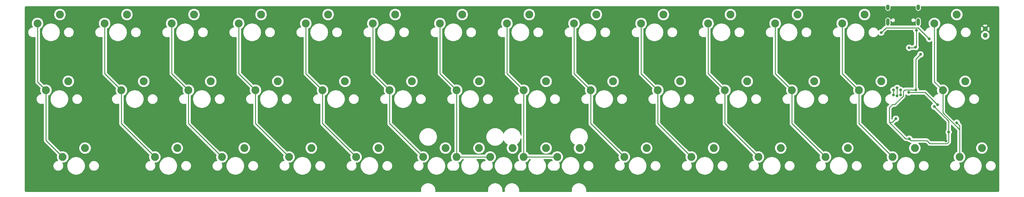
<source format=gtl>
%TF.GenerationSoftware,KiCad,Pcbnew,(5.99.0-10847-g28909c1a72)*%
%TF.CreationDate,2021-06-15T23:46:12+03:00*%
%TF.ProjectId,vanpole,76616e70-6f6c-4652-9e6b-696361645f70,rev?*%
%TF.SameCoordinates,Original*%
%TF.FileFunction,Copper,L1,Top*%
%TF.FilePolarity,Positive*%
%FSLAX46Y46*%
G04 Gerber Fmt 4.6, Leading zero omitted, Abs format (unit mm)*
G04 Created by KiCad (PCBNEW (5.99.0-10847-g28909c1a72)) date 2021-06-15 23:46:12*
%MOMM*%
%LPD*%
G01*
G04 APERTURE LIST*
%TA.AperFunction,ComponentPad*%
%ADD10C,1.400000*%
%TD*%
%TA.AperFunction,ComponentPad*%
%ADD11O,1.400000X1.400000*%
%TD*%
%TA.AperFunction,ComponentPad*%
%ADD12C,2.250000*%
%TD*%
%TA.AperFunction,ComponentPad*%
%ADD13O,1.000000X2.100000*%
%TD*%
%TA.AperFunction,ComponentPad*%
%ADD14O,1.000000X1.600000*%
%TD*%
%TA.AperFunction,ViaPad*%
%ADD15C,0.800000*%
%TD*%
%TA.AperFunction,Conductor*%
%ADD16C,0.250000*%
%TD*%
G04 APERTURE END LIST*
D10*
%TO.P,SW1,1,1*%
%TO.N,GND*%
X298750000Y-56135000D03*
D11*
%TO.P,SW1,2,2*%
%TO.N,Net-(R_RST1-Pad2)*%
X298750000Y-58035000D03*
%TD*%
D12*
%TO.P,MX44,1,COL*%
%TO.N,col7*%
X167640000Y-92710000D03*
%TO.P,MX44,2,ROW*%
%TO.N,Net-(MX24-Pad2)*%
X173990000Y-90170000D03*
%TD*%
%TO.P,MX43,1,COL*%
%TO.N,col6*%
X148590000Y-92710000D03*
%TO.P,MX43,2,ROW*%
%TO.N,Net-(MX21-Pad2)*%
X154940000Y-90170000D03*
%TD*%
%TO.P,MX21,1,COL*%
%TO.N,col6*%
X158115000Y-92710000D03*
%TO.P,MX21,2,ROW*%
%TO.N,Net-(MX21-Pad2)*%
X164465000Y-90170000D03*
%TD*%
%TO.P,MX26,1,COL*%
%TO.N,col8*%
X186690000Y-73660000D03*
%TO.P,MX26,2,ROW*%
%TO.N,Net-(MX26-Pad2)*%
X193040000Y-71120000D03*
%TD*%
%TO.P,MX31,1,COL*%
%TO.N,col10*%
X220027500Y-54610000D03*
%TO.P,MX31,2,ROW*%
%TO.N,Net-(MX31-Pad2)*%
X226377500Y-52070000D03*
%TD*%
%TO.P,MX6,1,COL*%
%TO.N,col1*%
X62865000Y-92710000D03*
%TO.P,MX6,2,ROW*%
%TO.N,Net-(MX6-Pad2)*%
X69215000Y-90170000D03*
%TD*%
%TO.P,MX24,1,COL*%
%TO.N,col7*%
X177165000Y-92710000D03*
%TO.P,MX24,2,ROW*%
%TO.N,Net-(MX24-Pad2)*%
X183515000Y-90170000D03*
%TD*%
%TO.P,MX34,1,COL*%
%TO.N,col11*%
X239077500Y-54610000D03*
%TO.P,MX34,2,ROW*%
%TO.N,Net-(MX34-Pad2)*%
X245427500Y-52070000D03*
%TD*%
%TO.P,MX8,1,COL*%
%TO.N,col2*%
X72390000Y-73660000D03*
%TO.P,MX8,2,ROW*%
%TO.N,Net-(MX8-Pad2)*%
X78740000Y-71120000D03*
%TD*%
%TO.P,MX19,1,COL*%
%TO.N,col6*%
X143827500Y-54610000D03*
%TO.P,MX19,2,ROW*%
%TO.N,Net-(MX19-Pad2)*%
X150177500Y-52070000D03*
%TD*%
%TO.P,MX33,1,COL*%
%TO.N,col10*%
X234315000Y-92710000D03*
%TO.P,MX33,2,ROW*%
%TO.N,Net-(MX33-Pad2)*%
X240665000Y-90170000D03*
%TD*%
%TO.P,MX9,1,COL*%
%TO.N,col2*%
X81915000Y-92710000D03*
%TO.P,MX9,2,ROW*%
%TO.N,Net-(MX9-Pad2)*%
X88265000Y-90170000D03*
%TD*%
%TO.P,MX20,1,COL*%
%TO.N,col6*%
X148590000Y-73660000D03*
%TO.P,MX20,2,ROW*%
%TO.N,Net-(MX20-Pad2)*%
X154940000Y-71120000D03*
%TD*%
%TO.P,MX27,1,COL*%
%TO.N,col8*%
X196215000Y-92710000D03*
%TO.P,MX27,2,ROW*%
%TO.N,Net-(MX27-Pad2)*%
X202565000Y-90170000D03*
%TD*%
%TO.P,MX41,1,COL*%
%TO.N,col13*%
X286702500Y-73660000D03*
%TO.P,MX41,2,ROW*%
%TO.N,Net-(MX41-Pad2)*%
X293052500Y-71120000D03*
%TD*%
%TO.P,MX37,1,COL*%
%TO.N,col12*%
X258127500Y-54610000D03*
%TO.P,MX37,2,ROW*%
%TO.N,Net-(MX37-Pad2)*%
X264477500Y-52070000D03*
%TD*%
%TO.P,MX16,1,COL*%
%TO.N,col5*%
X124777500Y-54610000D03*
%TO.P,MX16,2,ROW*%
%TO.N,Net-(MX16-Pad2)*%
X131127500Y-52070000D03*
%TD*%
%TO.P,MX2,1,COL*%
%TO.N,col0*%
X31908750Y-73660000D03*
%TO.P,MX2,2,ROW*%
%TO.N,Net-(MX2-Pad2)*%
X38258750Y-71120000D03*
%TD*%
%TO.P,MX23,1,COL*%
%TO.N,col7*%
X167640000Y-73660000D03*
%TO.P,MX23,2,ROW*%
%TO.N,Net-(MX23-Pad2)*%
X173990000Y-71120000D03*
%TD*%
%TO.P,MX11,1,COL*%
%TO.N,col3*%
X91440000Y-73660000D03*
%TO.P,MX11,2,ROW*%
%TO.N,Net-(MX11-Pad2)*%
X97790000Y-71120000D03*
%TD*%
%TO.P,MX10,1,COL*%
%TO.N,col3*%
X86677500Y-54610000D03*
%TO.P,MX10,2,ROW*%
%TO.N,Net-(MX10-Pad2)*%
X93027500Y-52070000D03*
%TD*%
%TO.P,MX38,1,COL*%
%TO.N,col12*%
X262890000Y-73660000D03*
%TO.P,MX38,2,ROW*%
%TO.N,Net-(MX38-Pad2)*%
X269240000Y-71120000D03*
%TD*%
%TO.P,MX18,1,COL*%
%TO.N,col5*%
X139065000Y-92710000D03*
%TO.P,MX18,2,ROW*%
%TO.N,Net-(MX18-Pad2)*%
X145415000Y-90170000D03*
%TD*%
%TO.P,MX40,1,COL*%
%TO.N,col13*%
X284321250Y-54610000D03*
%TO.P,MX40,2,ROW*%
%TO.N,Net-(MX40-Pad2)*%
X290671250Y-52070000D03*
%TD*%
%TO.P,MX32,1,COL*%
%TO.N,col10*%
X224790000Y-73660000D03*
%TO.P,MX32,2,ROW*%
%TO.N,Net-(MX32-Pad2)*%
X231140000Y-71120000D03*
%TD*%
%TO.P,MX12,1,COL*%
%TO.N,col3*%
X100965000Y-92710000D03*
%TO.P,MX12,2,ROW*%
%TO.N,Net-(MX12-Pad2)*%
X107315000Y-90170000D03*
%TD*%
%TO.P,MX22,1,COL*%
%TO.N,col7*%
X162877500Y-54610000D03*
%TO.P,MX22,2,ROW*%
%TO.N,Net-(MX22-Pad2)*%
X169227500Y-52070000D03*
%TD*%
%TO.P,MX5,1,COL*%
%TO.N,col1*%
X53340000Y-73660000D03*
%TO.P,MX5,2,ROW*%
%TO.N,Net-(MX5-Pad2)*%
X59690000Y-71120000D03*
%TD*%
%TO.P,MX4,1,COL*%
%TO.N,col1*%
X48577500Y-54610000D03*
%TO.P,MX4,2,ROW*%
%TO.N,Net-(MX4-Pad2)*%
X54927500Y-52070000D03*
%TD*%
%TO.P,MX39,1,COL*%
%TO.N,col12*%
X272415000Y-92710000D03*
%TO.P,MX39,2,ROW*%
%TO.N,Net-(MX39-Pad2)*%
X278765000Y-90170000D03*
%TD*%
%TO.P,MX17,1,COL*%
%TO.N,col5*%
X129540000Y-73660000D03*
%TO.P,MX17,2,ROW*%
%TO.N,Net-(MX17-Pad2)*%
X135890000Y-71120000D03*
%TD*%
%TO.P,MX25,1,COL*%
%TO.N,col8*%
X181927500Y-54610000D03*
%TO.P,MX25,2,ROW*%
%TO.N,Net-(MX25-Pad2)*%
X188277500Y-52070000D03*
%TD*%
%TO.P,MX7,1,COL*%
%TO.N,col2*%
X67627500Y-54610000D03*
%TO.P,MX7,2,ROW*%
%TO.N,Net-(MX7-Pad2)*%
X73977500Y-52070000D03*
%TD*%
%TO.P,MX30,1,COL*%
%TO.N,col9*%
X215265000Y-92710000D03*
%TO.P,MX30,2,ROW*%
%TO.N,Net-(MX30-Pad2)*%
X221615000Y-90170000D03*
%TD*%
%TO.P,MX15,1,COL*%
%TO.N,col4*%
X120015000Y-92710000D03*
%TO.P,MX15,2,ROW*%
%TO.N,Net-(MX15-Pad2)*%
X126365000Y-90170000D03*
%TD*%
%TO.P,MX28,1,COL*%
%TO.N,col9*%
X200977500Y-54610000D03*
%TO.P,MX28,2,ROW*%
%TO.N,Net-(MX28-Pad2)*%
X207327500Y-52070000D03*
%TD*%
%TO.P,MX36,1,COL*%
%TO.N,col11*%
X253365000Y-92710000D03*
%TO.P,MX36,2,ROW*%
%TO.N,Net-(MX36-Pad2)*%
X259715000Y-90170000D03*
%TD*%
%TO.P,MX1,1,COL*%
%TO.N,col0*%
X29527500Y-54610000D03*
%TO.P,MX1,2,ROW*%
%TO.N,Net-(MX1-Pad2)*%
X35877500Y-52070000D03*
%TD*%
%TO.P,MX42,1,COL*%
%TO.N,col13*%
X291465000Y-92710000D03*
%TO.P,MX42,2,ROW*%
%TO.N,Net-(MX42-Pad2)*%
X297815000Y-90170000D03*
%TD*%
%TO.P,MX29,1,COL*%
%TO.N,col9*%
X205740000Y-73660000D03*
%TO.P,MX29,2,ROW*%
%TO.N,Net-(MX29-Pad2)*%
X212090000Y-71120000D03*
%TD*%
%TO.P,MX3,1,COL*%
%TO.N,col0*%
X36671250Y-92710000D03*
%TO.P,MX3,2,ROW*%
%TO.N,Net-(MX3-Pad2)*%
X43021250Y-90170000D03*
%TD*%
%TO.P,MX14,1,COL*%
%TO.N,col4*%
X110490000Y-73660000D03*
%TO.P,MX14,2,ROW*%
%TO.N,Net-(MX14-Pad2)*%
X116840000Y-71120000D03*
%TD*%
%TO.P,MX35,1,COL*%
%TO.N,col11*%
X243840000Y-73660000D03*
%TO.P,MX35,2,ROW*%
%TO.N,Net-(MX35-Pad2)*%
X250190000Y-71120000D03*
%TD*%
%TO.P,MX13,1,COL*%
%TO.N,col4*%
X105727500Y-54610000D03*
%TO.P,MX13,2,ROW*%
%TO.N,Net-(MX13-Pad2)*%
X112077500Y-52070000D03*
%TD*%
D13*
%TO.P,USB1,13,SHIELD*%
%TO.N,unconnected-(USB1-Pad13)*%
X279751250Y-54211250D03*
D14*
X279751250Y-50031250D03*
X271111250Y-50031250D03*
D13*
X271111250Y-54211250D03*
%TD*%
D15*
%TO.N,GND*%
X161980000Y-100670000D03*
X161950000Y-84750000D03*
X161840000Y-89170000D03*
X165300000Y-92710000D03*
X282620000Y-61090000D03*
X281790000Y-55190000D03*
X269260000Y-84160000D03*
X291800000Y-81950000D03*
X142620000Y-91630000D03*
X177320000Y-87100000D03*
X209220000Y-93040000D03*
X227670000Y-92770000D03*
X248280000Y-92490000D03*
X266460000Y-92110000D03*
%TO.N,col0*%
X274720000Y-73570000D03*
X274710012Y-75019000D03*
%TO.N,col1*%
X273740000Y-73020000D03*
X273740000Y-75260000D03*
%TO.N,col2*%
X272690000Y-73570000D03*
X272700000Y-75019000D03*
%TO.N,col13*%
X290665158Y-82945500D03*
%TO.N,row1*%
X285210000Y-77840000D03*
X276992299Y-74294500D03*
%TO.N,row0*%
X282830000Y-59020000D03*
X269190000Y-57210000D03*
%TO.N,+5V*%
X284260000Y-78330000D03*
X288370000Y-85600000D03*
X273382184Y-81817684D03*
X277170000Y-87510000D03*
X279030000Y-73570000D03*
X280360000Y-63450000D03*
%TO.N,GND*%
X287570000Y-88160000D03*
X284510000Y-84940000D03*
%TO.N,VCC*%
X279190000Y-56590000D03*
X277123659Y-61553536D03*
X278982332Y-61352516D03*
%TD*%
D16*
%TO.N,col13*%
X291465000Y-83745342D02*
X290665158Y-82945500D01*
X291465000Y-85115000D02*
X291465000Y-83745342D01*
X291465000Y-83745342D02*
X291269829Y-83550171D01*
X291465000Y-85115000D02*
X291465000Y-92710000D01*
X291465000Y-84899282D02*
X291465000Y-85115000D01*
%TO.N,+5V*%
X275460000Y-74030000D02*
X275920000Y-73570000D01*
X275920000Y-73570000D02*
X279030000Y-73570000D01*
X275460000Y-75341289D02*
X275460000Y-74030000D01*
X272370000Y-77750000D02*
X273051289Y-77750000D01*
X273051289Y-77750000D02*
X275460000Y-75341289D01*
X271480000Y-82850000D02*
X271480000Y-78640000D01*
X271480000Y-78640000D02*
X272370000Y-77750000D01*
X275920000Y-73570000D02*
X276550000Y-73570000D01*
%TO.N,col0*%
X274710012Y-73579988D02*
X274720000Y-73570000D01*
X274710012Y-75019000D02*
X274710012Y-73579988D01*
%TO.N,col1*%
X273740000Y-75260000D02*
X273740000Y-73020000D01*
%TO.N,col2*%
X272700000Y-73580000D02*
X272690000Y-73570000D01*
X272700000Y-75019000D02*
X272700000Y-73580000D01*
%TO.N,col13*%
X286702500Y-80136782D02*
X291465000Y-84899282D01*
X286702500Y-73660000D02*
X286702500Y-80136782D01*
X284321250Y-54610000D02*
X284321250Y-71278750D01*
X284321250Y-71278750D02*
X286702500Y-73660000D01*
%TO.N,col12*%
X262890000Y-83185000D02*
X272415000Y-92710000D01*
X262890000Y-73660000D02*
X262890000Y-83185000D01*
X258127500Y-68897500D02*
X262890000Y-73660000D01*
X258127500Y-54610000D02*
X258127500Y-68897500D01*
%TO.N,col11*%
X243840000Y-83185000D02*
X253365000Y-92710000D01*
X243840000Y-73660000D02*
X243840000Y-83185000D01*
X239077500Y-54610000D02*
X239077500Y-68897500D01*
X239077500Y-68897500D02*
X243840000Y-73660000D01*
%TO.N,col10*%
X224790000Y-83185000D02*
X234315000Y-92710000D01*
X224790000Y-73660000D02*
X224790000Y-83185000D01*
X220027500Y-68897500D02*
X224790000Y-73660000D01*
X220027500Y-54610000D02*
X220027500Y-68897500D01*
%TO.N,col9*%
X205740000Y-73660000D02*
X205740000Y-83185000D01*
X205740000Y-83185000D02*
X215265000Y-92710000D01*
X200977500Y-68897500D02*
X205740000Y-73660000D01*
X200977500Y-54610000D02*
X200977500Y-68897500D01*
%TO.N,col8*%
X186690000Y-73660000D02*
X186690000Y-83185000D01*
X186690000Y-83185000D02*
X196215000Y-92710000D01*
X181927500Y-68897500D02*
X186690000Y-73660000D01*
X181927500Y-54610000D02*
X181927500Y-68897500D01*
%TO.N,col7*%
X177165000Y-92710000D02*
X167640000Y-92710000D01*
X167640000Y-73660000D02*
X167640000Y-92710000D01*
X162877500Y-68897500D02*
X167640000Y-73660000D01*
X162877500Y-54610000D02*
X162877500Y-68897500D01*
%TO.N,col6*%
X158115000Y-92710000D02*
X148590000Y-92710000D01*
X148590000Y-73660000D02*
X148590000Y-92710000D01*
X143827500Y-68897500D02*
X148590000Y-73660000D01*
X143827500Y-54610000D02*
X143827500Y-68897500D01*
%TO.N,col5*%
X129540000Y-83185000D02*
X139065000Y-92710000D01*
X129540000Y-73660000D02*
X129540000Y-83185000D01*
X124777500Y-68897500D02*
X129540000Y-73660000D01*
X124777500Y-54610000D02*
X124777500Y-68897500D01*
%TO.N,col4*%
X110490000Y-83185000D02*
X120015000Y-92710000D01*
X110490000Y-73660000D02*
X110490000Y-83185000D01*
X105727500Y-68897500D02*
X110490000Y-73660000D01*
X105727500Y-54610000D02*
X105727500Y-68897500D01*
%TO.N,col3*%
X91440000Y-83185000D02*
X100965000Y-92710000D01*
X91440000Y-73660000D02*
X91440000Y-83185000D01*
X86677500Y-68897500D02*
X91440000Y-73660000D01*
X86677500Y-54610000D02*
X86677500Y-68897500D01*
%TO.N,col2*%
X72390000Y-83185000D02*
X81915000Y-92710000D01*
X72390000Y-73660000D02*
X72390000Y-83185000D01*
X67627500Y-68897500D02*
X72390000Y-73660000D01*
X67627500Y-54610000D02*
X67627500Y-68897500D01*
%TO.N,col1*%
X53340000Y-83185000D02*
X62865000Y-92710000D01*
X53340000Y-73660000D02*
X53340000Y-83185000D01*
X48577500Y-68897500D02*
X53340000Y-73660000D01*
X48577500Y-54610000D02*
X48577500Y-68897500D01*
%TO.N,col0*%
X31908750Y-87947500D02*
X36671250Y-92710000D01*
X31908750Y-73660000D02*
X31908750Y-87947500D01*
X29527500Y-71278750D02*
X31908750Y-73660000D01*
X29527500Y-54610000D02*
X29527500Y-71278750D01*
%TO.N,row1*%
X276992299Y-74294500D02*
X281664500Y-74294500D01*
X281664500Y-74294500D02*
X285210000Y-77840000D01*
%TO.N,row0*%
X270534511Y-55865489D02*
X279675489Y-55865489D01*
X279675489Y-55865489D02*
X282830000Y-59020000D01*
X269190000Y-57210000D02*
X270534511Y-55865489D01*
%TO.N,+5V*%
X288370000Y-82440000D02*
X284260000Y-78330000D01*
X288370000Y-85600000D02*
X288370000Y-82440000D01*
X282994511Y-88884511D02*
X287917766Y-88884511D01*
X288370000Y-88432277D02*
X288370000Y-85600000D01*
X282150000Y-88040000D02*
X282994511Y-88884511D01*
X277700000Y-88040000D02*
X282150000Y-88040000D01*
X287917766Y-88884511D02*
X288370000Y-88432277D01*
X277170000Y-87510000D02*
X277700000Y-88040000D01*
X272349868Y-82850000D02*
X273382184Y-81817684D01*
X271480000Y-82850000D02*
X272349868Y-82850000D01*
X276140000Y-87510000D02*
X277170000Y-87510000D01*
X271480000Y-82850000D02*
X276140000Y-87510000D01*
X279030000Y-64780000D02*
X279030000Y-73570000D01*
X280360000Y-63450000D02*
X279030000Y-64780000D01*
%TO.N,GND*%
X284510000Y-85100000D02*
X287570000Y-88160000D01*
X284510000Y-84940000D02*
X284510000Y-85100000D01*
%TO.N,VCC*%
X279190000Y-56590000D02*
X279190000Y-61144848D01*
X279190000Y-61144848D02*
X278982332Y-61352516D01*
X278781312Y-61553536D02*
X278982332Y-61352516D01*
X277123659Y-61553536D02*
X278781312Y-61553536D01*
%TD*%
%TA.AperFunction,Conductor*%
%TO.N,GND*%
G36*
X270352871Y-49740502D02*
G01*
X270399364Y-49794158D01*
X270410750Y-49846500D01*
X270410750Y-50372567D01*
X270426115Y-50499535D01*
X270428800Y-50506640D01*
X270428800Y-50506641D01*
X270431497Y-50513777D01*
X270486033Y-50658105D01*
X270490332Y-50664360D01*
X270490334Y-50664364D01*
X270577745Y-50791547D01*
X270582047Y-50797806D01*
X270708612Y-50910571D01*
X270858421Y-50989891D01*
X271022827Y-51031187D01*
X271030425Y-51031227D01*
X271030427Y-51031227D01*
X271103458Y-51031609D01*
X271192338Y-51032074D01*
X271199717Y-51030302D01*
X271199721Y-51030302D01*
X271349789Y-50994274D01*
X271349793Y-50994273D01*
X271357168Y-50992502D01*
X271507800Y-50914755D01*
X271515317Y-50908198D01*
X271629814Y-50808316D01*
X271635539Y-50803322D01*
X271733010Y-50664635D01*
X271794585Y-50506701D01*
X271811750Y-50376320D01*
X271811750Y-49846500D01*
X271831752Y-49778379D01*
X271885408Y-49731886D01*
X271937750Y-49720500D01*
X278924750Y-49720500D01*
X278992871Y-49740502D01*
X279039364Y-49794158D01*
X279050750Y-49846500D01*
X279050750Y-50372567D01*
X279066115Y-50499535D01*
X279068800Y-50506640D01*
X279068800Y-50506641D01*
X279071497Y-50513777D01*
X279126033Y-50658105D01*
X279130332Y-50664360D01*
X279130334Y-50664364D01*
X279217745Y-50791547D01*
X279222047Y-50797806D01*
X279348612Y-50910571D01*
X279498421Y-50989891D01*
X279662827Y-51031187D01*
X279670425Y-51031227D01*
X279670427Y-51031227D01*
X279743458Y-51031609D01*
X279832338Y-51032074D01*
X279839717Y-51030302D01*
X279839721Y-51030302D01*
X279989789Y-50994274D01*
X279989793Y-50994273D01*
X279997168Y-50992502D01*
X280147800Y-50914755D01*
X280155317Y-50908198D01*
X280269814Y-50808316D01*
X280275539Y-50803322D01*
X280373010Y-50664635D01*
X280434585Y-50506701D01*
X280451750Y-50376320D01*
X280451750Y-49846500D01*
X280471752Y-49778379D01*
X280525408Y-49731886D01*
X280577750Y-49720500D01*
X302334449Y-49720500D01*
X302357324Y-49722594D01*
X302366154Y-49724224D01*
X302371023Y-49724361D01*
X302371024Y-49724361D01*
X302430596Y-49726037D01*
X302455088Y-49729146D01*
X302497388Y-49738800D01*
X302524018Y-49748117D01*
X302554933Y-49763005D01*
X302578819Y-49778014D01*
X302578822Y-49778016D01*
X302605644Y-49799406D01*
X302625596Y-49819358D01*
X302646984Y-49846178D01*
X302661992Y-49870062D01*
X302676884Y-49900986D01*
X302686200Y-49927609D01*
X302690901Y-49948206D01*
X302695855Y-49969912D01*
X302698963Y-49994403D01*
X302699873Y-50026729D01*
X302700684Y-50055569D01*
X302701444Y-50059987D01*
X302702676Y-50067149D01*
X302704500Y-50088510D01*
X302704500Y-102309449D01*
X302702406Y-102332324D01*
X302700776Y-102341154D01*
X302700639Y-102346023D01*
X302700639Y-102346024D01*
X302698963Y-102405596D01*
X302695854Y-102430088D01*
X302686200Y-102472388D01*
X302676881Y-102499021D01*
X302661996Y-102529930D01*
X302646990Y-102553814D01*
X302625589Y-102580650D01*
X302605642Y-102600596D01*
X302578822Y-102621984D01*
X302554938Y-102636992D01*
X302524014Y-102651884D01*
X302497391Y-102661200D01*
X302455092Y-102670854D01*
X302455088Y-102670855D01*
X302430597Y-102673963D01*
X302376171Y-102675494D01*
X302369431Y-102675684D01*
X302365013Y-102676444D01*
X302357851Y-102677676D01*
X302336490Y-102679500D01*
X185495311Y-102679500D01*
X185427190Y-102659498D01*
X185380697Y-102605842D01*
X185370593Y-102535568D01*
X185372063Y-102527310D01*
X185373006Y-102522871D01*
X185373006Y-102522868D01*
X185373921Y-102518565D01*
X185374738Y-102506890D01*
X185393443Y-102239390D01*
X185393750Y-102235000D01*
X185373921Y-101951435D01*
X185314821Y-101673389D01*
X185217599Y-101406274D01*
X185147655Y-101274728D01*
X185086218Y-101159181D01*
X185086214Y-101159175D01*
X185084148Y-101155289D01*
X185001200Y-101041120D01*
X184919655Y-100928883D01*
X184919653Y-100928880D01*
X184917066Y-100925320D01*
X184818263Y-100823006D01*
X184722658Y-100724004D01*
X184722654Y-100724001D01*
X184719604Y-100720842D01*
X184495606Y-100545836D01*
X184249431Y-100403707D01*
X183985872Y-100297222D01*
X183981599Y-100296157D01*
X183981597Y-100296156D01*
X183714329Y-100229519D01*
X183714331Y-100229519D01*
X183710058Y-100228454D01*
X183705690Y-100227995D01*
X183705685Y-100227994D01*
X183431727Y-100199200D01*
X183431724Y-100199200D01*
X183427358Y-100198741D01*
X183422970Y-100198894D01*
X183422964Y-100198894D01*
X183147671Y-100208508D01*
X183147665Y-100208509D01*
X183143273Y-100208662D01*
X182863334Y-100258022D01*
X182592989Y-100345863D01*
X182589036Y-100347791D01*
X182589031Y-100347793D01*
X182469878Y-100405908D01*
X182337500Y-100470473D01*
X182333861Y-100472928D01*
X182333855Y-100472931D01*
X182105486Y-100626968D01*
X182105479Y-100626973D01*
X182101840Y-100629428D01*
X181890595Y-100819634D01*
X181887766Y-100823006D01*
X181710706Y-101034017D01*
X181710702Y-101034022D01*
X181707878Y-101037388D01*
X181557244Y-101278452D01*
X181441626Y-101538134D01*
X181363274Y-101811380D01*
X181323713Y-102092871D01*
X181323713Y-102377129D01*
X181345980Y-102535568D01*
X181346036Y-102535964D01*
X181335709Y-102606206D01*
X181289046Y-102659713D01*
X181221262Y-102679500D01*
X166445311Y-102679500D01*
X166377190Y-102659498D01*
X166330697Y-102605842D01*
X166320593Y-102535568D01*
X166322063Y-102527310D01*
X166323006Y-102522871D01*
X166323006Y-102522868D01*
X166323921Y-102518565D01*
X166324738Y-102506890D01*
X166343443Y-102239390D01*
X166343750Y-102235000D01*
X166323921Y-101951435D01*
X166264821Y-101673389D01*
X166167599Y-101406274D01*
X166097655Y-101274728D01*
X166036218Y-101159181D01*
X166036214Y-101159175D01*
X166034148Y-101155289D01*
X165951200Y-101041120D01*
X165869655Y-100928883D01*
X165869653Y-100928880D01*
X165867066Y-100925320D01*
X165768263Y-100823006D01*
X165672658Y-100724004D01*
X165672654Y-100724001D01*
X165669604Y-100720842D01*
X165445606Y-100545836D01*
X165199431Y-100403707D01*
X164935872Y-100297222D01*
X164931599Y-100296157D01*
X164931597Y-100296156D01*
X164664329Y-100229519D01*
X164664331Y-100229519D01*
X164660058Y-100228454D01*
X164655690Y-100227995D01*
X164655685Y-100227994D01*
X164381727Y-100199200D01*
X164381724Y-100199200D01*
X164377358Y-100198741D01*
X164372970Y-100198894D01*
X164372964Y-100198894D01*
X164097671Y-100208508D01*
X164097665Y-100208509D01*
X164093273Y-100208662D01*
X163813334Y-100258022D01*
X163542989Y-100345863D01*
X163539036Y-100347791D01*
X163539031Y-100347793D01*
X163419878Y-100405908D01*
X163287500Y-100470473D01*
X163283861Y-100472928D01*
X163283855Y-100472931D01*
X163055486Y-100626968D01*
X163055479Y-100626973D01*
X163051840Y-100629428D01*
X162840595Y-100819634D01*
X162837766Y-100823006D01*
X162660706Y-101034017D01*
X162660702Y-101034022D01*
X162657878Y-101037388D01*
X162507244Y-101278452D01*
X162391626Y-101538134D01*
X162313274Y-101811380D01*
X162273713Y-102092871D01*
X162273713Y-102377129D01*
X162295980Y-102535568D01*
X162296036Y-102535964D01*
X162285709Y-102606206D01*
X162239046Y-102659713D01*
X162171262Y-102679500D01*
X161682811Y-102679500D01*
X161614690Y-102659498D01*
X161568197Y-102605842D01*
X161558093Y-102535568D01*
X161559563Y-102527310D01*
X161560506Y-102522871D01*
X161560506Y-102522868D01*
X161561421Y-102518565D01*
X161562238Y-102506890D01*
X161580943Y-102239390D01*
X161581250Y-102235000D01*
X161561421Y-101951435D01*
X161502321Y-101673389D01*
X161405099Y-101406274D01*
X161335155Y-101274728D01*
X161273718Y-101159181D01*
X161273714Y-101159175D01*
X161271648Y-101155289D01*
X161188700Y-101041120D01*
X161107155Y-100928883D01*
X161107153Y-100928880D01*
X161104566Y-100925320D01*
X161005763Y-100823006D01*
X160910158Y-100724004D01*
X160910154Y-100724001D01*
X160907104Y-100720842D01*
X160683106Y-100545836D01*
X160436931Y-100403707D01*
X160173372Y-100297222D01*
X160169099Y-100296157D01*
X160169097Y-100296156D01*
X159901829Y-100229519D01*
X159901831Y-100229519D01*
X159897558Y-100228454D01*
X159893190Y-100227995D01*
X159893185Y-100227994D01*
X159619227Y-100199200D01*
X159619224Y-100199200D01*
X159614858Y-100198741D01*
X159610470Y-100198894D01*
X159610464Y-100198894D01*
X159335171Y-100208508D01*
X159335165Y-100208509D01*
X159330773Y-100208662D01*
X159050834Y-100258022D01*
X158780489Y-100345863D01*
X158776536Y-100347791D01*
X158776531Y-100347793D01*
X158657378Y-100405908D01*
X158525000Y-100470473D01*
X158521361Y-100472928D01*
X158521355Y-100472931D01*
X158292986Y-100626968D01*
X158292979Y-100626973D01*
X158289340Y-100629428D01*
X158078095Y-100819634D01*
X158075266Y-100823006D01*
X157898206Y-101034017D01*
X157898202Y-101034022D01*
X157895378Y-101037388D01*
X157744744Y-101278452D01*
X157629126Y-101538134D01*
X157550774Y-101811380D01*
X157511213Y-102092871D01*
X157511213Y-102377129D01*
X157533480Y-102535568D01*
X157533536Y-102535964D01*
X157523209Y-102606206D01*
X157476546Y-102659713D01*
X157408762Y-102679500D01*
X142632811Y-102679500D01*
X142564690Y-102659498D01*
X142518197Y-102605842D01*
X142508093Y-102535568D01*
X142509563Y-102527310D01*
X142510506Y-102522871D01*
X142510506Y-102522868D01*
X142511421Y-102518565D01*
X142512238Y-102506890D01*
X142530943Y-102239390D01*
X142531250Y-102235000D01*
X142511421Y-101951435D01*
X142452321Y-101673389D01*
X142355099Y-101406274D01*
X142285155Y-101274728D01*
X142223718Y-101159181D01*
X142223714Y-101159175D01*
X142221648Y-101155289D01*
X142138700Y-101041120D01*
X142057155Y-100928883D01*
X142057153Y-100928880D01*
X142054566Y-100925320D01*
X141955763Y-100823006D01*
X141860158Y-100724004D01*
X141860154Y-100724001D01*
X141857104Y-100720842D01*
X141633106Y-100545836D01*
X141386931Y-100403707D01*
X141123372Y-100297222D01*
X141119099Y-100296157D01*
X141119097Y-100296156D01*
X140851829Y-100229519D01*
X140851831Y-100229519D01*
X140847558Y-100228454D01*
X140843190Y-100227995D01*
X140843185Y-100227994D01*
X140569227Y-100199200D01*
X140569224Y-100199200D01*
X140564858Y-100198741D01*
X140560470Y-100198894D01*
X140560464Y-100198894D01*
X140285171Y-100208508D01*
X140285165Y-100208509D01*
X140280773Y-100208662D01*
X140000834Y-100258022D01*
X139730489Y-100345863D01*
X139726536Y-100347791D01*
X139726531Y-100347793D01*
X139607378Y-100405908D01*
X139475000Y-100470473D01*
X139471361Y-100472928D01*
X139471355Y-100472931D01*
X139242986Y-100626968D01*
X139242979Y-100626973D01*
X139239340Y-100629428D01*
X139028095Y-100819634D01*
X139025266Y-100823006D01*
X138848206Y-101034017D01*
X138848202Y-101034022D01*
X138845378Y-101037388D01*
X138694744Y-101278452D01*
X138579126Y-101538134D01*
X138500774Y-101811380D01*
X138461213Y-102092871D01*
X138461213Y-102377129D01*
X138483480Y-102535568D01*
X138483536Y-102535964D01*
X138473209Y-102606206D01*
X138426546Y-102659713D01*
X138358762Y-102679500D01*
X26278051Y-102679500D01*
X26255176Y-102677406D01*
X26246346Y-102675776D01*
X26241477Y-102675639D01*
X26241476Y-102675639D01*
X26181904Y-102673963D01*
X26157412Y-102670854D01*
X26115112Y-102661200D01*
X26088479Y-102651881D01*
X26057570Y-102636996D01*
X26033686Y-102621990D01*
X26006850Y-102600589D01*
X25986904Y-102580642D01*
X25965516Y-102553822D01*
X25950508Y-102529938D01*
X25935616Y-102499014D01*
X25926299Y-102472388D01*
X25916645Y-102430087D01*
X25913537Y-102405597D01*
X25911942Y-102348912D01*
X25911816Y-102344431D01*
X25909824Y-102332851D01*
X25908000Y-102311490D01*
X25908000Y-57254108D01*
X26872908Y-57254108D01*
X26873757Y-57259379D01*
X26900005Y-57422338D01*
X26910244Y-57485909D01*
X26911969Y-57490961D01*
X26911969Y-57490962D01*
X26977962Y-57684260D01*
X26986102Y-57708104D01*
X26988651Y-57712790D01*
X26988652Y-57712791D01*
X27026837Y-57782973D01*
X27098314Y-57914343D01*
X27101618Y-57918534D01*
X27240367Y-58094537D01*
X27240371Y-58094541D01*
X27243670Y-58098726D01*
X27418014Y-58255982D01*
X27616362Y-58381615D01*
X27833042Y-58472032D01*
X27838245Y-58473228D01*
X27838250Y-58473230D01*
X28056656Y-58523452D01*
X28056661Y-58523453D01*
X28061859Y-58524648D01*
X28067187Y-58524951D01*
X28067190Y-58524951D01*
X28207712Y-58532930D01*
X28296269Y-58537959D01*
X28301576Y-58537359D01*
X28301578Y-58537359D01*
X28524268Y-58512183D01*
X28524273Y-58512182D01*
X28529571Y-58511583D01*
X28534688Y-58510101D01*
X28534694Y-58510100D01*
X28732953Y-58452688D01*
X28803949Y-58452953D01*
X28863532Y-58491559D01*
X28892784Y-58556250D01*
X28894000Y-58573716D01*
X28894000Y-71200366D01*
X28893486Y-71211270D01*
X28891834Y-71218661D01*
X28892083Y-71226587D01*
X28892083Y-71226588D01*
X28893938Y-71285616D01*
X28894000Y-71289573D01*
X28894000Y-71318328D01*
X28894496Y-71322253D01*
X28894496Y-71322254D01*
X28894539Y-71322593D01*
X28895472Y-71334437D01*
X28896861Y-71378633D01*
X28899073Y-71386245D01*
X28902512Y-71398083D01*
X28906522Y-71417445D01*
X28909060Y-71437538D01*
X28911976Y-71444903D01*
X28911977Y-71444907D01*
X28925337Y-71478651D01*
X28929181Y-71489878D01*
X28941514Y-71532328D01*
X28945552Y-71539156D01*
X28951823Y-71549761D01*
X28960519Y-71567512D01*
X28965058Y-71578976D01*
X28967978Y-71586350D01*
X28972639Y-71592765D01*
X28993965Y-71622117D01*
X29000483Y-71632040D01*
X29022986Y-71670091D01*
X29023355Y-71670509D01*
X29037438Y-71684592D01*
X29050272Y-71699617D01*
X29062054Y-71715833D01*
X29095835Y-71743779D01*
X29104615Y-71751769D01*
X30336626Y-72983780D01*
X30370652Y-73046092D01*
X30363940Y-73121092D01*
X30352340Y-73149098D01*
X30350444Y-73153676D01*
X30290423Y-73403682D01*
X30270250Y-73660000D01*
X30290423Y-73916318D01*
X30291577Y-73921125D01*
X30291578Y-73921131D01*
X30329633Y-74079640D01*
X30350444Y-74166324D01*
X30352337Y-74170895D01*
X30352338Y-74170897D01*
X30440858Y-74384602D01*
X30448836Y-74403863D01*
X30582737Y-74622369D01*
X30582737Y-74622370D01*
X30583176Y-74623086D01*
X30583026Y-74623178D01*
X30606211Y-74688161D01*
X30590129Y-74757313D01*
X30539215Y-74806792D01*
X30485143Y-74821264D01*
X30469534Y-74821850D01*
X30239750Y-74870063D01*
X30234794Y-74872020D01*
X30234788Y-74872022D01*
X30026339Y-74954343D01*
X30026337Y-74954344D01*
X30021374Y-74956304D01*
X30016815Y-74959071D01*
X30016812Y-74959072D01*
X29962465Y-74992051D01*
X29820651Y-75078106D01*
X29816621Y-75081603D01*
X29756918Y-75133411D01*
X29643320Y-75231986D01*
X29639937Y-75236112D01*
X29639933Y-75236116D01*
X29497835Y-75409417D01*
X29497831Y-75409423D01*
X29494451Y-75413545D01*
X29491812Y-75418181D01*
X29491810Y-75418184D01*
X29423597Y-75538017D01*
X29378301Y-75617591D01*
X29376480Y-75622607D01*
X29376478Y-75622612D01*
X29300011Y-75833274D01*
X29298191Y-75838289D01*
X29297242Y-75843538D01*
X29297241Y-75843541D01*
X29288894Y-75889702D01*
X29256412Y-76069331D01*
X29256361Y-76074670D01*
X29254902Y-76226656D01*
X29254158Y-76304108D01*
X29291494Y-76535909D01*
X29293219Y-76540961D01*
X29293219Y-76540962D01*
X29341073Y-76681129D01*
X29367352Y-76758104D01*
X29369901Y-76762790D01*
X29369902Y-76762791D01*
X29410398Y-76837219D01*
X29479564Y-76964343D01*
X29482868Y-76968534D01*
X29621617Y-77144537D01*
X29621621Y-77144541D01*
X29624920Y-77148726D01*
X29799264Y-77305982D01*
X29997612Y-77431615D01*
X30214292Y-77522032D01*
X30219495Y-77523228D01*
X30219500Y-77523230D01*
X30437906Y-77573452D01*
X30437911Y-77573453D01*
X30443109Y-77574648D01*
X30448437Y-77574951D01*
X30448440Y-77574951D01*
X30588962Y-77582930D01*
X30677519Y-77587959D01*
X30682826Y-77587359D01*
X30682828Y-77587359D01*
X30905518Y-77562183D01*
X30905523Y-77562182D01*
X30910821Y-77561583D01*
X30915938Y-77560101D01*
X30915944Y-77560100D01*
X31114203Y-77502688D01*
X31185199Y-77502953D01*
X31244782Y-77541559D01*
X31274034Y-77606250D01*
X31275250Y-77623716D01*
X31275250Y-87869116D01*
X31274736Y-87880020D01*
X31273084Y-87887411D01*
X31273333Y-87895337D01*
X31273333Y-87895338D01*
X31275188Y-87954366D01*
X31275250Y-87958323D01*
X31275250Y-87987078D01*
X31275746Y-87991003D01*
X31275746Y-87991004D01*
X31275789Y-87991343D01*
X31276722Y-88003187D01*
X31278111Y-88047383D01*
X31280323Y-88054995D01*
X31283762Y-88066833D01*
X31287772Y-88086195D01*
X31290310Y-88106288D01*
X31293226Y-88113653D01*
X31293227Y-88113657D01*
X31306587Y-88147401D01*
X31310431Y-88158628D01*
X31322764Y-88201078D01*
X31326802Y-88207906D01*
X31333073Y-88218511D01*
X31341769Y-88236262D01*
X31346308Y-88247726D01*
X31349228Y-88255100D01*
X31353889Y-88261515D01*
X31375215Y-88290867D01*
X31381733Y-88300790D01*
X31404236Y-88338841D01*
X31404605Y-88339259D01*
X31418688Y-88353342D01*
X31431522Y-88368367D01*
X31443304Y-88384583D01*
X31477085Y-88412529D01*
X31485865Y-88420519D01*
X35099126Y-92033780D01*
X35133152Y-92096092D01*
X35126440Y-92171092D01*
X35114840Y-92199098D01*
X35112944Y-92203676D01*
X35052923Y-92453682D01*
X35032750Y-92710000D01*
X35052923Y-92966318D01*
X35054077Y-92971125D01*
X35054078Y-92971131D01*
X35092133Y-93129640D01*
X35112944Y-93216324D01*
X35114837Y-93220895D01*
X35114838Y-93220897D01*
X35197840Y-93421280D01*
X35211336Y-93453863D01*
X35345237Y-93672369D01*
X35345237Y-93672370D01*
X35345676Y-93673086D01*
X35345526Y-93673178D01*
X35368711Y-93738161D01*
X35352629Y-93807313D01*
X35301715Y-93856792D01*
X35247643Y-93871264D01*
X35232034Y-93871850D01*
X35002250Y-93920063D01*
X34997294Y-93922020D01*
X34997288Y-93922022D01*
X34788839Y-94004343D01*
X34788837Y-94004344D01*
X34783874Y-94006304D01*
X34779315Y-94009071D01*
X34779312Y-94009072D01*
X34724965Y-94042051D01*
X34583151Y-94128106D01*
X34579121Y-94131603D01*
X34420254Y-94269461D01*
X34405820Y-94281986D01*
X34402437Y-94286112D01*
X34402433Y-94286116D01*
X34260335Y-94459417D01*
X34260331Y-94459423D01*
X34256951Y-94463545D01*
X34254312Y-94468181D01*
X34254310Y-94468184D01*
X34166378Y-94622658D01*
X34140801Y-94667591D01*
X34138980Y-94672607D01*
X34138978Y-94672612D01*
X34096806Y-94788794D01*
X34060691Y-94888289D01*
X34059742Y-94893538D01*
X34059741Y-94893541D01*
X34051394Y-94939702D01*
X34018912Y-95119331D01*
X34018861Y-95124670D01*
X34017402Y-95276656D01*
X34016658Y-95354108D01*
X34053994Y-95585909D01*
X34055719Y-95590961D01*
X34055719Y-95590962D01*
X34103573Y-95731129D01*
X34129852Y-95808104D01*
X34132401Y-95812790D01*
X34132402Y-95812791D01*
X34172898Y-95887219D01*
X34242064Y-96014343D01*
X34245368Y-96018534D01*
X34384117Y-96194537D01*
X34384121Y-96194541D01*
X34387420Y-96198726D01*
X34561764Y-96355982D01*
X34760112Y-96481615D01*
X34976792Y-96572032D01*
X34981995Y-96573228D01*
X34982000Y-96573230D01*
X35200406Y-96623452D01*
X35200411Y-96623453D01*
X35205609Y-96624648D01*
X35210937Y-96624951D01*
X35210940Y-96624951D01*
X35351462Y-96632930D01*
X35440019Y-96637959D01*
X35445326Y-96637359D01*
X35445328Y-96637359D01*
X35668018Y-96612183D01*
X35668023Y-96612182D01*
X35673321Y-96611583D01*
X35678438Y-96610101D01*
X35678444Y-96610100D01*
X35817008Y-96569974D01*
X35898844Y-96546276D01*
X36110139Y-96443905D01*
X36176315Y-96396615D01*
X36296818Y-96310502D01*
X36296820Y-96310500D01*
X36301164Y-96307396D01*
X36434357Y-96173036D01*
X36462706Y-96144439D01*
X36462707Y-96144438D01*
X36466459Y-96140653D01*
X36601296Y-95948443D01*
X36636771Y-95873565D01*
X36699537Y-95741080D01*
X36699537Y-95741079D01*
X36701819Y-95736263D01*
X36765156Y-95510179D01*
X36789494Y-95276656D01*
X36789750Y-95250000D01*
X37973850Y-95250000D01*
X37993622Y-95564261D01*
X38052625Y-95873565D01*
X38149928Y-96173036D01*
X38283999Y-96457949D01*
X38452721Y-96723813D01*
X38653434Y-96966433D01*
X38882973Y-97181985D01*
X39137718Y-97367068D01*
X39413651Y-97518763D01*
X39572932Y-97581827D01*
X39702738Y-97633221D01*
X39702741Y-97633222D01*
X39706421Y-97634679D01*
X39710255Y-97635663D01*
X39710263Y-97635666D01*
X39899046Y-97684137D01*
X40011410Y-97712987D01*
X40015338Y-97713483D01*
X40015342Y-97713484D01*
X40139172Y-97729127D01*
X40323809Y-97752452D01*
X40638691Y-97752452D01*
X40823328Y-97729127D01*
X40947158Y-97713484D01*
X40947162Y-97713483D01*
X40951090Y-97712987D01*
X41063454Y-97684137D01*
X41252237Y-97635666D01*
X41252245Y-97635663D01*
X41256079Y-97634679D01*
X41259759Y-97633222D01*
X41259762Y-97633221D01*
X41389568Y-97581827D01*
X41548849Y-97518763D01*
X41824782Y-97367068D01*
X42079527Y-97181985D01*
X42309066Y-96966433D01*
X42509779Y-96723813D01*
X42678501Y-96457949D01*
X42812572Y-96173036D01*
X42909875Y-95873565D01*
X42968878Y-95564261D01*
X42982100Y-95354108D01*
X44176658Y-95354108D01*
X44213994Y-95585909D01*
X44215719Y-95590961D01*
X44215719Y-95590962D01*
X44263573Y-95731129D01*
X44289852Y-95808104D01*
X44292401Y-95812790D01*
X44292402Y-95812791D01*
X44332898Y-95887219D01*
X44402064Y-96014343D01*
X44405368Y-96018534D01*
X44544117Y-96194537D01*
X44544121Y-96194541D01*
X44547420Y-96198726D01*
X44721764Y-96355982D01*
X44920112Y-96481615D01*
X45136792Y-96572032D01*
X45141995Y-96573228D01*
X45142000Y-96573230D01*
X45360406Y-96623452D01*
X45360411Y-96623453D01*
X45365609Y-96624648D01*
X45370937Y-96624951D01*
X45370940Y-96624951D01*
X45511462Y-96632930D01*
X45600019Y-96637959D01*
X45605326Y-96637359D01*
X45605328Y-96637359D01*
X45828018Y-96612183D01*
X45828023Y-96612182D01*
X45833321Y-96611583D01*
X45838438Y-96610101D01*
X45838444Y-96610100D01*
X45977008Y-96569974D01*
X46058844Y-96546276D01*
X46270139Y-96443905D01*
X46336315Y-96396615D01*
X46456818Y-96310502D01*
X46456820Y-96310500D01*
X46461164Y-96307396D01*
X46594357Y-96173036D01*
X46622706Y-96144439D01*
X46622707Y-96144438D01*
X46626459Y-96140653D01*
X46761296Y-95948443D01*
X46796771Y-95873565D01*
X46859537Y-95741080D01*
X46859537Y-95741079D01*
X46861819Y-95736263D01*
X46925156Y-95510179D01*
X46949494Y-95276656D01*
X46949750Y-95250000D01*
X46949414Y-95246042D01*
X46930350Y-95021363D01*
X46930349Y-95021359D01*
X46929899Y-95016052D01*
X46928561Y-95010897D01*
X46928560Y-95010891D01*
X46872257Y-94793965D01*
X46870915Y-94788794D01*
X46774483Y-94574723D01*
X46643361Y-94379961D01*
X46592805Y-94326964D01*
X46537949Y-94269461D01*
X46481298Y-94210075D01*
X46292928Y-94069924D01*
X46288177Y-94067508D01*
X46288173Y-94067506D01*
X46088393Y-93965933D01*
X46088392Y-93965933D01*
X46083637Y-93963515D01*
X45859410Y-93893891D01*
X45832382Y-93890309D01*
X45631940Y-93863741D01*
X45631937Y-93863741D01*
X45626657Y-93863041D01*
X45621328Y-93863241D01*
X45621327Y-93863241D01*
X45536612Y-93866422D01*
X45392034Y-93871850D01*
X45162250Y-93920063D01*
X45157294Y-93922020D01*
X45157288Y-93922022D01*
X44948839Y-94004343D01*
X44948837Y-94004344D01*
X44943874Y-94006304D01*
X44939315Y-94009071D01*
X44939312Y-94009072D01*
X44884965Y-94042051D01*
X44743151Y-94128106D01*
X44739121Y-94131603D01*
X44580254Y-94269461D01*
X44565820Y-94281986D01*
X44562437Y-94286112D01*
X44562433Y-94286116D01*
X44420335Y-94459417D01*
X44420331Y-94459423D01*
X44416951Y-94463545D01*
X44414312Y-94468181D01*
X44414310Y-94468184D01*
X44326378Y-94622658D01*
X44300801Y-94667591D01*
X44298980Y-94672607D01*
X44298978Y-94672612D01*
X44256806Y-94788794D01*
X44220691Y-94888289D01*
X44219742Y-94893538D01*
X44219741Y-94893541D01*
X44211394Y-94939702D01*
X44178912Y-95119331D01*
X44178861Y-95124670D01*
X44177402Y-95276656D01*
X44176658Y-95354108D01*
X42982100Y-95354108D01*
X42988650Y-95250000D01*
X42968878Y-94935739D01*
X42909875Y-94626435D01*
X42812572Y-94326964D01*
X42678501Y-94042051D01*
X42655816Y-94006304D01*
X42570458Y-93871802D01*
X42509779Y-93776187D01*
X42309066Y-93533567D01*
X42079527Y-93318015D01*
X41824782Y-93132932D01*
X41548849Y-92981237D01*
X41389568Y-92918173D01*
X41259762Y-92866779D01*
X41259759Y-92866778D01*
X41256079Y-92865321D01*
X41252245Y-92864337D01*
X41252237Y-92864334D01*
X41063454Y-92815863D01*
X40951090Y-92787013D01*
X40947162Y-92786517D01*
X40947158Y-92786516D01*
X40823328Y-92770873D01*
X40638691Y-92747548D01*
X40323809Y-92747548D01*
X40139172Y-92770873D01*
X40015342Y-92786516D01*
X40015338Y-92786517D01*
X40011410Y-92787013D01*
X39899046Y-92815863D01*
X39710263Y-92864334D01*
X39710255Y-92864337D01*
X39706421Y-92865321D01*
X39702741Y-92866778D01*
X39702738Y-92866779D01*
X39572932Y-92918173D01*
X39413651Y-92981237D01*
X39137718Y-93132932D01*
X38882973Y-93318015D01*
X38653434Y-93533567D01*
X38452721Y-93776187D01*
X38392042Y-93871802D01*
X38306685Y-94006304D01*
X38283999Y-94042051D01*
X38149928Y-94326964D01*
X38052625Y-94626435D01*
X37993622Y-94935739D01*
X37973850Y-95250000D01*
X36789750Y-95250000D01*
X36789414Y-95246042D01*
X36770350Y-95021363D01*
X36770349Y-95021359D01*
X36769899Y-95016052D01*
X36768561Y-95010897D01*
X36768560Y-95010891D01*
X36712257Y-94793965D01*
X36710915Y-94788794D01*
X36614483Y-94574723D01*
X36593241Y-94543171D01*
X36571790Y-94475493D01*
X36590334Y-94406961D01*
X36642985Y-94359333D01*
X36687875Y-94347192D01*
X36823360Y-94336528D01*
X36927568Y-94328327D01*
X36932375Y-94327173D01*
X36932381Y-94327172D01*
X37103390Y-94286116D01*
X37177574Y-94268306D01*
X37214845Y-94252868D01*
X37410539Y-94171809D01*
X37410543Y-94171807D01*
X37415113Y-94169914D01*
X37634336Y-94035574D01*
X37829844Y-93868594D01*
X37996824Y-93673086D01*
X38131164Y-93453863D01*
X38144661Y-93421280D01*
X38227662Y-93220897D01*
X38227663Y-93220895D01*
X38229556Y-93216324D01*
X38250367Y-93129640D01*
X38288422Y-92971131D01*
X38288423Y-92971125D01*
X38289577Y-92966318D01*
X38309750Y-92710000D01*
X38289577Y-92453682D01*
X38229556Y-92203676D01*
X38159183Y-92033780D01*
X38133059Y-91970711D01*
X38133057Y-91970707D01*
X38131164Y-91966137D01*
X37996824Y-91746914D01*
X37829844Y-91551406D01*
X37634336Y-91384426D01*
X37415113Y-91250086D01*
X37410543Y-91248193D01*
X37410539Y-91248191D01*
X37182147Y-91153588D01*
X37182145Y-91153587D01*
X37177574Y-91151694D01*
X37046313Y-91120181D01*
X36932381Y-91092828D01*
X36932375Y-91092827D01*
X36927568Y-91091673D01*
X36671250Y-91071500D01*
X36414932Y-91091673D01*
X36410125Y-91092827D01*
X36410119Y-91092828D01*
X36296187Y-91120181D01*
X36164926Y-91151694D01*
X36160351Y-91153589D01*
X36160348Y-91153590D01*
X36132342Y-91165190D01*
X36061752Y-91172779D01*
X35995030Y-91137876D01*
X35027154Y-90170000D01*
X41382750Y-90170000D01*
X41402923Y-90426318D01*
X41462944Y-90676324D01*
X41561336Y-90913863D01*
X41695676Y-91133086D01*
X41862656Y-91328594D01*
X42058164Y-91495574D01*
X42277387Y-91629914D01*
X42281957Y-91631807D01*
X42281961Y-91631809D01*
X42510353Y-91726412D01*
X42514926Y-91728306D01*
X42576777Y-91743155D01*
X42760119Y-91787172D01*
X42760125Y-91787173D01*
X42764932Y-91788327D01*
X43021250Y-91808500D01*
X43277568Y-91788327D01*
X43282375Y-91787173D01*
X43282381Y-91787172D01*
X43465723Y-91743155D01*
X43527574Y-91728306D01*
X43532147Y-91726412D01*
X43760539Y-91631809D01*
X43760543Y-91631807D01*
X43765113Y-91629914D01*
X43984336Y-91495574D01*
X44179844Y-91328594D01*
X44346824Y-91133086D01*
X44481164Y-90913863D01*
X44579556Y-90676324D01*
X44639577Y-90426318D01*
X44659750Y-90170000D01*
X44639577Y-89913682D01*
X44579556Y-89663676D01*
X44519451Y-89518570D01*
X44483059Y-89430711D01*
X44483057Y-89430707D01*
X44481164Y-89426137D01*
X44346824Y-89206914D01*
X44179844Y-89011406D01*
X44172515Y-89005146D01*
X44091150Y-88935654D01*
X43984336Y-88844426D01*
X43780318Y-88719404D01*
X43769333Y-88712672D01*
X43765113Y-88710086D01*
X43760543Y-88708193D01*
X43760539Y-88708191D01*
X43532147Y-88613588D01*
X43532145Y-88613587D01*
X43527574Y-88611694D01*
X43415240Y-88584725D01*
X43282381Y-88552828D01*
X43282375Y-88552827D01*
X43277568Y-88551673D01*
X43021250Y-88531500D01*
X42764932Y-88551673D01*
X42760125Y-88552827D01*
X42760119Y-88552828D01*
X42627260Y-88584725D01*
X42514926Y-88611694D01*
X42510355Y-88613587D01*
X42510353Y-88613588D01*
X42281961Y-88708191D01*
X42281957Y-88708193D01*
X42277387Y-88710086D01*
X42273167Y-88712672D01*
X42262182Y-88719404D01*
X42058164Y-88844426D01*
X41951350Y-88935654D01*
X41869986Y-89005146D01*
X41862656Y-89011406D01*
X41695676Y-89206914D01*
X41561336Y-89426137D01*
X41559443Y-89430707D01*
X41559441Y-89430711D01*
X41523049Y-89518570D01*
X41462944Y-89663676D01*
X41402923Y-89913682D01*
X41382750Y-90170000D01*
X35027154Y-90170000D01*
X32579155Y-87722001D01*
X32545129Y-87659689D01*
X32542250Y-87632906D01*
X32542250Y-76200000D01*
X33211350Y-76200000D01*
X33231122Y-76514261D01*
X33290125Y-76823565D01*
X33387428Y-77123036D01*
X33521499Y-77407949D01*
X33523617Y-77411287D01*
X33523619Y-77411290D01*
X33604594Y-77538886D01*
X33690221Y-77673813D01*
X33890934Y-77916433D01*
X34120473Y-78131985D01*
X34375218Y-78317068D01*
X34378687Y-78318975D01*
X34378690Y-78318977D01*
X34647689Y-78466860D01*
X34651151Y-78468763D01*
X34758845Y-78511402D01*
X34940238Y-78583221D01*
X34940241Y-78583222D01*
X34943921Y-78584679D01*
X34947755Y-78585663D01*
X34947763Y-78585666D01*
X35124773Y-78631114D01*
X35248910Y-78662987D01*
X35252838Y-78663483D01*
X35252842Y-78663484D01*
X35347486Y-78675440D01*
X35561309Y-78702452D01*
X35876191Y-78702452D01*
X36090014Y-78675440D01*
X36184658Y-78663484D01*
X36184662Y-78663483D01*
X36188590Y-78662987D01*
X36312727Y-78631114D01*
X36489737Y-78585666D01*
X36489745Y-78585663D01*
X36493579Y-78584679D01*
X36497259Y-78583222D01*
X36497262Y-78583221D01*
X36678655Y-78511402D01*
X36786349Y-78468763D01*
X36789811Y-78466860D01*
X37058810Y-78318977D01*
X37058813Y-78318975D01*
X37062282Y-78317068D01*
X37317027Y-78131985D01*
X37546566Y-77916433D01*
X37747279Y-77673813D01*
X37832906Y-77538886D01*
X37913881Y-77411290D01*
X37913883Y-77411287D01*
X37916001Y-77407949D01*
X38050072Y-77123036D01*
X38147375Y-76823565D01*
X38206378Y-76514261D01*
X38219600Y-76304108D01*
X39414158Y-76304108D01*
X39451494Y-76535909D01*
X39453219Y-76540961D01*
X39453219Y-76540962D01*
X39501073Y-76681129D01*
X39527352Y-76758104D01*
X39529901Y-76762790D01*
X39529902Y-76762791D01*
X39570398Y-76837219D01*
X39639564Y-76964343D01*
X39642868Y-76968534D01*
X39781617Y-77144537D01*
X39781621Y-77144541D01*
X39784920Y-77148726D01*
X39959264Y-77305982D01*
X40157612Y-77431615D01*
X40374292Y-77522032D01*
X40379495Y-77523228D01*
X40379500Y-77523230D01*
X40597906Y-77573452D01*
X40597911Y-77573453D01*
X40603109Y-77574648D01*
X40608437Y-77574951D01*
X40608440Y-77574951D01*
X40748962Y-77582930D01*
X40837519Y-77587959D01*
X40842826Y-77587359D01*
X40842828Y-77587359D01*
X41065518Y-77562183D01*
X41065523Y-77562182D01*
X41070821Y-77561583D01*
X41075938Y-77560101D01*
X41075944Y-77560100D01*
X41214508Y-77519974D01*
X41296344Y-77496276D01*
X41507639Y-77393905D01*
X41573957Y-77346513D01*
X41694318Y-77260502D01*
X41694320Y-77260500D01*
X41698664Y-77257396D01*
X41831857Y-77123036D01*
X41860206Y-77094439D01*
X41860207Y-77094438D01*
X41863959Y-77090653D01*
X41998796Y-76898443D01*
X42034271Y-76823565D01*
X42097037Y-76691080D01*
X42097037Y-76691079D01*
X42099319Y-76686263D01*
X42162656Y-76460179D01*
X42186994Y-76226656D01*
X42187212Y-76203958D01*
X42187222Y-76202962D01*
X42187222Y-76202953D01*
X42187250Y-76200000D01*
X42177182Y-76081349D01*
X42167850Y-75971363D01*
X42167849Y-75971359D01*
X42167399Y-75966052D01*
X42166061Y-75960897D01*
X42166060Y-75960891D01*
X42109757Y-75743965D01*
X42108415Y-75738794D01*
X42011983Y-75524723D01*
X41880861Y-75329961D01*
X41830305Y-75276964D01*
X41784059Y-75228486D01*
X41718798Y-75160075D01*
X41530428Y-75019924D01*
X41525677Y-75017508D01*
X41525673Y-75017506D01*
X41325893Y-74915933D01*
X41325892Y-74915933D01*
X41321137Y-74913515D01*
X41096910Y-74843891D01*
X41069882Y-74840309D01*
X40869440Y-74813741D01*
X40869437Y-74813741D01*
X40864157Y-74813041D01*
X40858828Y-74813241D01*
X40858827Y-74813241D01*
X40774112Y-74816422D01*
X40629534Y-74821850D01*
X40399750Y-74870063D01*
X40394794Y-74872020D01*
X40394788Y-74872022D01*
X40186339Y-74954343D01*
X40186337Y-74954344D01*
X40181374Y-74956304D01*
X40176815Y-74959071D01*
X40176812Y-74959072D01*
X40122465Y-74992051D01*
X39980651Y-75078106D01*
X39976621Y-75081603D01*
X39916918Y-75133411D01*
X39803320Y-75231986D01*
X39799937Y-75236112D01*
X39799933Y-75236116D01*
X39657835Y-75409417D01*
X39657831Y-75409423D01*
X39654451Y-75413545D01*
X39651812Y-75418181D01*
X39651810Y-75418184D01*
X39583597Y-75538017D01*
X39538301Y-75617591D01*
X39536480Y-75622607D01*
X39536478Y-75622612D01*
X39460011Y-75833274D01*
X39458191Y-75838289D01*
X39457242Y-75843538D01*
X39457241Y-75843541D01*
X39448894Y-75889702D01*
X39416412Y-76069331D01*
X39416361Y-76074670D01*
X39414902Y-76226656D01*
X39414158Y-76304108D01*
X38219600Y-76304108D01*
X38226150Y-76200000D01*
X38206378Y-75885739D01*
X38147375Y-75576435D01*
X38134893Y-75538017D01*
X38083918Y-75381132D01*
X38050072Y-75276964D01*
X37916001Y-74992051D01*
X37909781Y-74982249D01*
X37807958Y-74821802D01*
X37747279Y-74726187D01*
X37546566Y-74483567D01*
X37317027Y-74268015D01*
X37062282Y-74082932D01*
X36793684Y-73935269D01*
X36789811Y-73933140D01*
X36789808Y-73933139D01*
X36786349Y-73931237D01*
X36627068Y-73868173D01*
X36497262Y-73816779D01*
X36497259Y-73816778D01*
X36493579Y-73815321D01*
X36489745Y-73814337D01*
X36489737Y-73814334D01*
X36277834Y-73759927D01*
X36188590Y-73737013D01*
X36184662Y-73736517D01*
X36184658Y-73736516D01*
X36060828Y-73720873D01*
X35876191Y-73697548D01*
X35561309Y-73697548D01*
X35376672Y-73720873D01*
X35252842Y-73736516D01*
X35252838Y-73736517D01*
X35248910Y-73737013D01*
X35159666Y-73759927D01*
X34947763Y-73814334D01*
X34947755Y-73814337D01*
X34943921Y-73815321D01*
X34940241Y-73816778D01*
X34940238Y-73816779D01*
X34810432Y-73868173D01*
X34651151Y-73931237D01*
X34647692Y-73933139D01*
X34647689Y-73933140D01*
X34643817Y-73935269D01*
X34375218Y-74082932D01*
X34120473Y-74268015D01*
X33890934Y-74483567D01*
X33690221Y-74726187D01*
X33629542Y-74821802D01*
X33527720Y-74982249D01*
X33521499Y-74992051D01*
X33387428Y-75276964D01*
X33353582Y-75381132D01*
X33302608Y-75538017D01*
X33290125Y-75576435D01*
X33231122Y-75885739D01*
X33211350Y-76200000D01*
X32542250Y-76200000D01*
X32542250Y-75249819D01*
X32562252Y-75181698D01*
X32620030Y-75133411D01*
X32648036Y-75121810D01*
X32648037Y-75121809D01*
X32652613Y-75119914D01*
X32871836Y-74985574D01*
X33067344Y-74818594D01*
X33234324Y-74623086D01*
X33368664Y-74403863D01*
X33376643Y-74384602D01*
X33465162Y-74170897D01*
X33465163Y-74170895D01*
X33467056Y-74166324D01*
X33487867Y-74079640D01*
X33525922Y-73921131D01*
X33525923Y-73921125D01*
X33527077Y-73916318D01*
X33547250Y-73660000D01*
X33527077Y-73403682D01*
X33467056Y-73153676D01*
X33453559Y-73121092D01*
X33370559Y-72920711D01*
X33370557Y-72920707D01*
X33368664Y-72916137D01*
X33234324Y-72696914D01*
X33067344Y-72501406D01*
X32871836Y-72334426D01*
X32652613Y-72200086D01*
X32648043Y-72198193D01*
X32648039Y-72198191D01*
X32419647Y-72103588D01*
X32419645Y-72103587D01*
X32415074Y-72101694D01*
X32320013Y-72078872D01*
X32169881Y-72042828D01*
X32169875Y-72042827D01*
X32165068Y-72041673D01*
X31908750Y-72021500D01*
X31652432Y-72041673D01*
X31647625Y-72042827D01*
X31647619Y-72042828D01*
X31497487Y-72078872D01*
X31402426Y-72101694D01*
X31397851Y-72103589D01*
X31397848Y-72103590D01*
X31369842Y-72115190D01*
X31299252Y-72122779D01*
X31232530Y-72087876D01*
X30264654Y-71120000D01*
X36620250Y-71120000D01*
X36640423Y-71376318D01*
X36641577Y-71381125D01*
X36641578Y-71381131D01*
X36664991Y-71478651D01*
X36700444Y-71626324D01*
X36702337Y-71630895D01*
X36702338Y-71630897D01*
X36749096Y-71743779D01*
X36798836Y-71863863D01*
X36933176Y-72083086D01*
X37100156Y-72278594D01*
X37295664Y-72445574D01*
X37514887Y-72579914D01*
X37519457Y-72581807D01*
X37519461Y-72581809D01*
X37733822Y-72670600D01*
X37752426Y-72678306D01*
X37814277Y-72693155D01*
X37997619Y-72737172D01*
X37997625Y-72737173D01*
X38002432Y-72738327D01*
X38258750Y-72758500D01*
X38515068Y-72738327D01*
X38519875Y-72737173D01*
X38519881Y-72737172D01*
X38703223Y-72693155D01*
X38765074Y-72678306D01*
X38783678Y-72670600D01*
X38998039Y-72581809D01*
X38998043Y-72581807D01*
X39002613Y-72579914D01*
X39221836Y-72445574D01*
X39417344Y-72278594D01*
X39584324Y-72083086D01*
X39718664Y-71863863D01*
X39768405Y-71743779D01*
X39815162Y-71630897D01*
X39815163Y-71630895D01*
X39817056Y-71626324D01*
X39852509Y-71478651D01*
X39875922Y-71381131D01*
X39875923Y-71381125D01*
X39877077Y-71376318D01*
X39897250Y-71120000D01*
X39877077Y-70863682D01*
X39817056Y-70613676D01*
X39718664Y-70376137D01*
X39584324Y-70156914D01*
X39417344Y-69961406D01*
X39221836Y-69794426D01*
X39002613Y-69660086D01*
X38998043Y-69658193D01*
X38998039Y-69658191D01*
X38769647Y-69563588D01*
X38769645Y-69563587D01*
X38765074Y-69561694D01*
X38678390Y-69540883D01*
X38519881Y-69502828D01*
X38519875Y-69502827D01*
X38515068Y-69501673D01*
X38258750Y-69481500D01*
X38002432Y-69501673D01*
X37997625Y-69502827D01*
X37997619Y-69502828D01*
X37839110Y-69540883D01*
X37752426Y-69561694D01*
X37747855Y-69563587D01*
X37747853Y-69563588D01*
X37519461Y-69658191D01*
X37519457Y-69658193D01*
X37514887Y-69660086D01*
X37295664Y-69794426D01*
X37100156Y-69961406D01*
X36933176Y-70156914D01*
X36798836Y-70376137D01*
X36700444Y-70613676D01*
X36640423Y-70863682D01*
X36620250Y-71120000D01*
X30264654Y-71120000D01*
X30197905Y-71053251D01*
X30163879Y-70990939D01*
X30161000Y-70964156D01*
X30161000Y-57150000D01*
X30830100Y-57150000D01*
X30849872Y-57464261D01*
X30908875Y-57773565D01*
X30910101Y-57777339D01*
X30910102Y-57777342D01*
X30944743Y-57883957D01*
X31006178Y-58073036D01*
X31140249Y-58357949D01*
X31308971Y-58623813D01*
X31509684Y-58866433D01*
X31739223Y-59081985D01*
X31993968Y-59267068D01*
X31997437Y-59268975D01*
X31997440Y-59268977D01*
X32230818Y-59397277D01*
X32269901Y-59418763D01*
X32429182Y-59481827D01*
X32558988Y-59533221D01*
X32558991Y-59533222D01*
X32562671Y-59534679D01*
X32566505Y-59535663D01*
X32566513Y-59535666D01*
X32755296Y-59584137D01*
X32867660Y-59612987D01*
X32871588Y-59613483D01*
X32871592Y-59613484D01*
X32995422Y-59629127D01*
X33180059Y-59652452D01*
X33494941Y-59652452D01*
X33679578Y-59629127D01*
X33803408Y-59613484D01*
X33803412Y-59613483D01*
X33807340Y-59612987D01*
X33919704Y-59584137D01*
X34108487Y-59535666D01*
X34108495Y-59535663D01*
X34112329Y-59534679D01*
X34116009Y-59533222D01*
X34116012Y-59533221D01*
X34245818Y-59481827D01*
X34405099Y-59418763D01*
X34444182Y-59397277D01*
X34677560Y-59268977D01*
X34677563Y-59268975D01*
X34681032Y-59267068D01*
X34935777Y-59081985D01*
X35165316Y-58866433D01*
X35366029Y-58623813D01*
X35534751Y-58357949D01*
X35668822Y-58073036D01*
X35730257Y-57883957D01*
X35764898Y-57777342D01*
X35764899Y-57777339D01*
X35766125Y-57773565D01*
X35825128Y-57464261D01*
X35838350Y-57254108D01*
X37032908Y-57254108D01*
X37033757Y-57259379D01*
X37060005Y-57422338D01*
X37070244Y-57485909D01*
X37071969Y-57490961D01*
X37071969Y-57490962D01*
X37137962Y-57684260D01*
X37146102Y-57708104D01*
X37148651Y-57712790D01*
X37148652Y-57712791D01*
X37186837Y-57782973D01*
X37258314Y-57914343D01*
X37261618Y-57918534D01*
X37400367Y-58094537D01*
X37400371Y-58094541D01*
X37403670Y-58098726D01*
X37578014Y-58255982D01*
X37776362Y-58381615D01*
X37993042Y-58472032D01*
X37998245Y-58473228D01*
X37998250Y-58473230D01*
X38216656Y-58523452D01*
X38216661Y-58523453D01*
X38221859Y-58524648D01*
X38227187Y-58524951D01*
X38227190Y-58524951D01*
X38367712Y-58532930D01*
X38456269Y-58537959D01*
X38461576Y-58537359D01*
X38461578Y-58537359D01*
X38684268Y-58512183D01*
X38684273Y-58512182D01*
X38689571Y-58511583D01*
X38694688Y-58510101D01*
X38694694Y-58510100D01*
X38833258Y-58469974D01*
X38915094Y-58446276D01*
X39126389Y-58343905D01*
X39192565Y-58296615D01*
X39313068Y-58210502D01*
X39313070Y-58210500D01*
X39317414Y-58207396D01*
X39450607Y-58073036D01*
X39478956Y-58044439D01*
X39478957Y-58044438D01*
X39482709Y-58040653D01*
X39580583Y-57901134D01*
X39614485Y-57852807D01*
X39614487Y-57852804D01*
X39617546Y-57848443D01*
X39633538Y-57814689D01*
X39715787Y-57641080D01*
X39715787Y-57641079D01*
X39718069Y-57636263D01*
X39781406Y-57410179D01*
X39782475Y-57399927D01*
X39793669Y-57292519D01*
X39797672Y-57254108D01*
X45922908Y-57254108D01*
X45923757Y-57259379D01*
X45950005Y-57422338D01*
X45960244Y-57485909D01*
X45961969Y-57490961D01*
X45961969Y-57490962D01*
X46027962Y-57684260D01*
X46036102Y-57708104D01*
X46038651Y-57712790D01*
X46038652Y-57712791D01*
X46076837Y-57782973D01*
X46148314Y-57914343D01*
X46151618Y-57918534D01*
X46290367Y-58094537D01*
X46290371Y-58094541D01*
X46293670Y-58098726D01*
X46468014Y-58255982D01*
X46666362Y-58381615D01*
X46883042Y-58472032D01*
X46888245Y-58473228D01*
X46888250Y-58473230D01*
X47106656Y-58523452D01*
X47106661Y-58523453D01*
X47111859Y-58524648D01*
X47117187Y-58524951D01*
X47117190Y-58524951D01*
X47257712Y-58532930D01*
X47346269Y-58537959D01*
X47351576Y-58537359D01*
X47351578Y-58537359D01*
X47574268Y-58512183D01*
X47574273Y-58512182D01*
X47579571Y-58511583D01*
X47584688Y-58510101D01*
X47584694Y-58510100D01*
X47782953Y-58452688D01*
X47853949Y-58452953D01*
X47913532Y-58491559D01*
X47942784Y-58556250D01*
X47944000Y-58573716D01*
X47944000Y-68819116D01*
X47943486Y-68830020D01*
X47941834Y-68837411D01*
X47942083Y-68845337D01*
X47942083Y-68845338D01*
X47943938Y-68904366D01*
X47944000Y-68908323D01*
X47944000Y-68937078D01*
X47944496Y-68941003D01*
X47944496Y-68941004D01*
X47944539Y-68941343D01*
X47945472Y-68953187D01*
X47946861Y-68997383D01*
X47949073Y-69004995D01*
X47952512Y-69016833D01*
X47956522Y-69036195D01*
X47959060Y-69056288D01*
X47961976Y-69063653D01*
X47961977Y-69063657D01*
X47975337Y-69097401D01*
X47979181Y-69108628D01*
X47991514Y-69151078D01*
X47995552Y-69157906D01*
X48001823Y-69168511D01*
X48010519Y-69186262D01*
X48015058Y-69197726D01*
X48017978Y-69205100D01*
X48022639Y-69211515D01*
X48043965Y-69240867D01*
X48050483Y-69250790D01*
X48072986Y-69288841D01*
X48073355Y-69289259D01*
X48087438Y-69303342D01*
X48100272Y-69318367D01*
X48112054Y-69334583D01*
X48145835Y-69362529D01*
X48154615Y-69370519D01*
X51767876Y-72983780D01*
X51801902Y-73046092D01*
X51795190Y-73121092D01*
X51783590Y-73149098D01*
X51781694Y-73153676D01*
X51721673Y-73403682D01*
X51701500Y-73660000D01*
X51721673Y-73916318D01*
X51722827Y-73921125D01*
X51722828Y-73921131D01*
X51760883Y-74079640D01*
X51781694Y-74166324D01*
X51783587Y-74170895D01*
X51783588Y-74170897D01*
X51872108Y-74384602D01*
X51880086Y-74403863D01*
X52013987Y-74622369D01*
X52013987Y-74622370D01*
X52014426Y-74623086D01*
X52014276Y-74623178D01*
X52037461Y-74688161D01*
X52021379Y-74757313D01*
X51970465Y-74806792D01*
X51916393Y-74821264D01*
X51900784Y-74821850D01*
X51671000Y-74870063D01*
X51666044Y-74872020D01*
X51666038Y-74872022D01*
X51457589Y-74954343D01*
X51457587Y-74954344D01*
X51452624Y-74956304D01*
X51448065Y-74959071D01*
X51448062Y-74959072D01*
X51393715Y-74992051D01*
X51251901Y-75078106D01*
X51247871Y-75081603D01*
X51188168Y-75133411D01*
X51074570Y-75231986D01*
X51071187Y-75236112D01*
X51071183Y-75236116D01*
X50929085Y-75409417D01*
X50929081Y-75409423D01*
X50925701Y-75413545D01*
X50923062Y-75418181D01*
X50923060Y-75418184D01*
X50854847Y-75538017D01*
X50809551Y-75617591D01*
X50807730Y-75622607D01*
X50807728Y-75622612D01*
X50731261Y-75833274D01*
X50729441Y-75838289D01*
X50728492Y-75843538D01*
X50728491Y-75843541D01*
X50720144Y-75889702D01*
X50687662Y-76069331D01*
X50687611Y-76074670D01*
X50686152Y-76226656D01*
X50685408Y-76304108D01*
X50722744Y-76535909D01*
X50724469Y-76540961D01*
X50724469Y-76540962D01*
X50772323Y-76681129D01*
X50798602Y-76758104D01*
X50801151Y-76762790D01*
X50801152Y-76762791D01*
X50841648Y-76837219D01*
X50910814Y-76964343D01*
X50914118Y-76968534D01*
X51052867Y-77144537D01*
X51052871Y-77144541D01*
X51056170Y-77148726D01*
X51230514Y-77305982D01*
X51428862Y-77431615D01*
X51645542Y-77522032D01*
X51650745Y-77523228D01*
X51650750Y-77523230D01*
X51869156Y-77573452D01*
X51869161Y-77573453D01*
X51874359Y-77574648D01*
X51879687Y-77574951D01*
X51879690Y-77574951D01*
X52020212Y-77582930D01*
X52108769Y-77587959D01*
X52114076Y-77587359D01*
X52114078Y-77587359D01*
X52336768Y-77562183D01*
X52336773Y-77562182D01*
X52342071Y-77561583D01*
X52347188Y-77560101D01*
X52347194Y-77560100D01*
X52545453Y-77502688D01*
X52616449Y-77502953D01*
X52676032Y-77541559D01*
X52705284Y-77606250D01*
X52706500Y-77623716D01*
X52706500Y-83106616D01*
X52705986Y-83117520D01*
X52704334Y-83124911D01*
X52704583Y-83132837D01*
X52704583Y-83132838D01*
X52706438Y-83191866D01*
X52706500Y-83195823D01*
X52706500Y-83224578D01*
X52706996Y-83228503D01*
X52706996Y-83228504D01*
X52707039Y-83228843D01*
X52707972Y-83240687D01*
X52708306Y-83251292D01*
X52709099Y-83276529D01*
X52709361Y-83284883D01*
X52715012Y-83304333D01*
X52719022Y-83323695D01*
X52721560Y-83343788D01*
X52724476Y-83351153D01*
X52724477Y-83351157D01*
X52737837Y-83384901D01*
X52741681Y-83396128D01*
X52754014Y-83438578D01*
X52758052Y-83445406D01*
X52764323Y-83456011D01*
X52773019Y-83473762D01*
X52777445Y-83484940D01*
X52780478Y-83492600D01*
X52785139Y-83499015D01*
X52806465Y-83528367D01*
X52812983Y-83538290D01*
X52835486Y-83576341D01*
X52835855Y-83576759D01*
X52849938Y-83590842D01*
X52862772Y-83605867D01*
X52874554Y-83622083D01*
X52902811Y-83645459D01*
X52908335Y-83650029D01*
X52917115Y-83658019D01*
X61292876Y-92033780D01*
X61326902Y-92096092D01*
X61320190Y-92171092D01*
X61308590Y-92199098D01*
X61306694Y-92203676D01*
X61246673Y-92453682D01*
X61226500Y-92710000D01*
X61246673Y-92966318D01*
X61247827Y-92971125D01*
X61247828Y-92971131D01*
X61285883Y-93129640D01*
X61306694Y-93216324D01*
X61308587Y-93220895D01*
X61308588Y-93220897D01*
X61391590Y-93421280D01*
X61405086Y-93453863D01*
X61538987Y-93672369D01*
X61538987Y-93672370D01*
X61539426Y-93673086D01*
X61539276Y-93673178D01*
X61562461Y-93738161D01*
X61546379Y-93807313D01*
X61495465Y-93856792D01*
X61441393Y-93871264D01*
X61425784Y-93871850D01*
X61196000Y-93920063D01*
X61191044Y-93922020D01*
X61191038Y-93922022D01*
X60982589Y-94004343D01*
X60982587Y-94004344D01*
X60977624Y-94006304D01*
X60973065Y-94009071D01*
X60973062Y-94009072D01*
X60918715Y-94042051D01*
X60776901Y-94128106D01*
X60772871Y-94131603D01*
X60614004Y-94269461D01*
X60599570Y-94281986D01*
X60596187Y-94286112D01*
X60596183Y-94286116D01*
X60454085Y-94459417D01*
X60454081Y-94459423D01*
X60450701Y-94463545D01*
X60448062Y-94468181D01*
X60448060Y-94468184D01*
X60360128Y-94622658D01*
X60334551Y-94667591D01*
X60332730Y-94672607D01*
X60332728Y-94672612D01*
X60290556Y-94788794D01*
X60254441Y-94888289D01*
X60253492Y-94893538D01*
X60253491Y-94893541D01*
X60245144Y-94939702D01*
X60212662Y-95119331D01*
X60212611Y-95124670D01*
X60211152Y-95276656D01*
X60210408Y-95354108D01*
X60247744Y-95585909D01*
X60249469Y-95590961D01*
X60249469Y-95590962D01*
X60297323Y-95731129D01*
X60323602Y-95808104D01*
X60326151Y-95812790D01*
X60326152Y-95812791D01*
X60366648Y-95887219D01*
X60435814Y-96014343D01*
X60439118Y-96018534D01*
X60577867Y-96194537D01*
X60577871Y-96194541D01*
X60581170Y-96198726D01*
X60755514Y-96355982D01*
X60953862Y-96481615D01*
X61170542Y-96572032D01*
X61175745Y-96573228D01*
X61175750Y-96573230D01*
X61394156Y-96623452D01*
X61394161Y-96623453D01*
X61399359Y-96624648D01*
X61404687Y-96624951D01*
X61404690Y-96624951D01*
X61545212Y-96632930D01*
X61633769Y-96637959D01*
X61639076Y-96637359D01*
X61639078Y-96637359D01*
X61861768Y-96612183D01*
X61861773Y-96612182D01*
X61867071Y-96611583D01*
X61872188Y-96610101D01*
X61872194Y-96610100D01*
X62010758Y-96569974D01*
X62092594Y-96546276D01*
X62303889Y-96443905D01*
X62370065Y-96396615D01*
X62490568Y-96310502D01*
X62490570Y-96310500D01*
X62494914Y-96307396D01*
X62628107Y-96173036D01*
X62656456Y-96144439D01*
X62656457Y-96144438D01*
X62660209Y-96140653D01*
X62795046Y-95948443D01*
X62830521Y-95873565D01*
X62893287Y-95741080D01*
X62893287Y-95741079D01*
X62895569Y-95736263D01*
X62958906Y-95510179D01*
X62983244Y-95276656D01*
X62983500Y-95250000D01*
X64167600Y-95250000D01*
X64187372Y-95564261D01*
X64246375Y-95873565D01*
X64343678Y-96173036D01*
X64477749Y-96457949D01*
X64646471Y-96723813D01*
X64847184Y-96966433D01*
X65076723Y-97181985D01*
X65331468Y-97367068D01*
X65607401Y-97518763D01*
X65766682Y-97581827D01*
X65896488Y-97633221D01*
X65896491Y-97633222D01*
X65900171Y-97634679D01*
X65904005Y-97635663D01*
X65904013Y-97635666D01*
X66092796Y-97684137D01*
X66205160Y-97712987D01*
X66209088Y-97713483D01*
X66209092Y-97713484D01*
X66332922Y-97729127D01*
X66517559Y-97752452D01*
X66832441Y-97752452D01*
X67017078Y-97729127D01*
X67140908Y-97713484D01*
X67140912Y-97713483D01*
X67144840Y-97712987D01*
X67257204Y-97684137D01*
X67445987Y-97635666D01*
X67445995Y-97635663D01*
X67449829Y-97634679D01*
X67453509Y-97633222D01*
X67453512Y-97633221D01*
X67583318Y-97581827D01*
X67742599Y-97518763D01*
X68018532Y-97367068D01*
X68273277Y-97181985D01*
X68502816Y-96966433D01*
X68703529Y-96723813D01*
X68872251Y-96457949D01*
X69006322Y-96173036D01*
X69103625Y-95873565D01*
X69162628Y-95564261D01*
X69175850Y-95354108D01*
X70370408Y-95354108D01*
X70407744Y-95585909D01*
X70409469Y-95590961D01*
X70409469Y-95590962D01*
X70457323Y-95731129D01*
X70483602Y-95808104D01*
X70486151Y-95812790D01*
X70486152Y-95812791D01*
X70526648Y-95887219D01*
X70595814Y-96014343D01*
X70599118Y-96018534D01*
X70737867Y-96194537D01*
X70737871Y-96194541D01*
X70741170Y-96198726D01*
X70915514Y-96355982D01*
X71113862Y-96481615D01*
X71330542Y-96572032D01*
X71335745Y-96573228D01*
X71335750Y-96573230D01*
X71554156Y-96623452D01*
X71554161Y-96623453D01*
X71559359Y-96624648D01*
X71564687Y-96624951D01*
X71564690Y-96624951D01*
X71705212Y-96632930D01*
X71793769Y-96637959D01*
X71799076Y-96637359D01*
X71799078Y-96637359D01*
X72021768Y-96612183D01*
X72021773Y-96612182D01*
X72027071Y-96611583D01*
X72032188Y-96610101D01*
X72032194Y-96610100D01*
X72170758Y-96569974D01*
X72252594Y-96546276D01*
X72463889Y-96443905D01*
X72530065Y-96396615D01*
X72650568Y-96310502D01*
X72650570Y-96310500D01*
X72654914Y-96307396D01*
X72788107Y-96173036D01*
X72816456Y-96144439D01*
X72816457Y-96144438D01*
X72820209Y-96140653D01*
X72955046Y-95948443D01*
X72990521Y-95873565D01*
X73053287Y-95741080D01*
X73053287Y-95741079D01*
X73055569Y-95736263D01*
X73118906Y-95510179D01*
X73143244Y-95276656D01*
X73143500Y-95250000D01*
X73143164Y-95246042D01*
X73124100Y-95021363D01*
X73124099Y-95021359D01*
X73123649Y-95016052D01*
X73122311Y-95010897D01*
X73122310Y-95010891D01*
X73066007Y-94793965D01*
X73064665Y-94788794D01*
X72968233Y-94574723D01*
X72837111Y-94379961D01*
X72786555Y-94326964D01*
X72731699Y-94269461D01*
X72675048Y-94210075D01*
X72486678Y-94069924D01*
X72481927Y-94067508D01*
X72481923Y-94067506D01*
X72282143Y-93965933D01*
X72282142Y-93965933D01*
X72277387Y-93963515D01*
X72053160Y-93893891D01*
X72026132Y-93890309D01*
X71825690Y-93863741D01*
X71825687Y-93863741D01*
X71820407Y-93863041D01*
X71815078Y-93863241D01*
X71815077Y-93863241D01*
X71730362Y-93866422D01*
X71585784Y-93871850D01*
X71356000Y-93920063D01*
X71351044Y-93922020D01*
X71351038Y-93922022D01*
X71142589Y-94004343D01*
X71142587Y-94004344D01*
X71137624Y-94006304D01*
X71133065Y-94009071D01*
X71133062Y-94009072D01*
X71078715Y-94042051D01*
X70936901Y-94128106D01*
X70932871Y-94131603D01*
X70774004Y-94269461D01*
X70759570Y-94281986D01*
X70756187Y-94286112D01*
X70756183Y-94286116D01*
X70614085Y-94459417D01*
X70614081Y-94459423D01*
X70610701Y-94463545D01*
X70608062Y-94468181D01*
X70608060Y-94468184D01*
X70520128Y-94622658D01*
X70494551Y-94667591D01*
X70492730Y-94672607D01*
X70492728Y-94672612D01*
X70450556Y-94788794D01*
X70414441Y-94888289D01*
X70413492Y-94893538D01*
X70413491Y-94893541D01*
X70405144Y-94939702D01*
X70372662Y-95119331D01*
X70372611Y-95124670D01*
X70371152Y-95276656D01*
X70370408Y-95354108D01*
X69175850Y-95354108D01*
X69182400Y-95250000D01*
X69162628Y-94935739D01*
X69103625Y-94626435D01*
X69006322Y-94326964D01*
X68872251Y-94042051D01*
X68849566Y-94006304D01*
X68764208Y-93871802D01*
X68703529Y-93776187D01*
X68502816Y-93533567D01*
X68273277Y-93318015D01*
X68018532Y-93132932D01*
X67742599Y-92981237D01*
X67583318Y-92918173D01*
X67453512Y-92866779D01*
X67453509Y-92866778D01*
X67449829Y-92865321D01*
X67445995Y-92864337D01*
X67445987Y-92864334D01*
X67257204Y-92815863D01*
X67144840Y-92787013D01*
X67140912Y-92786517D01*
X67140908Y-92786516D01*
X67017078Y-92770873D01*
X66832441Y-92747548D01*
X66517559Y-92747548D01*
X66332922Y-92770873D01*
X66209092Y-92786516D01*
X66209088Y-92786517D01*
X66205160Y-92787013D01*
X66092796Y-92815863D01*
X65904013Y-92864334D01*
X65904005Y-92864337D01*
X65900171Y-92865321D01*
X65896491Y-92866778D01*
X65896488Y-92866779D01*
X65766682Y-92918173D01*
X65607401Y-92981237D01*
X65331468Y-93132932D01*
X65076723Y-93318015D01*
X64847184Y-93533567D01*
X64646471Y-93776187D01*
X64585792Y-93871802D01*
X64500435Y-94006304D01*
X64477749Y-94042051D01*
X64343678Y-94326964D01*
X64246375Y-94626435D01*
X64187372Y-94935739D01*
X64167600Y-95250000D01*
X62983500Y-95250000D01*
X62983164Y-95246042D01*
X62964100Y-95021363D01*
X62964099Y-95021359D01*
X62963649Y-95016052D01*
X62962311Y-95010897D01*
X62962310Y-95010891D01*
X62906007Y-94793965D01*
X62904665Y-94788794D01*
X62808233Y-94574723D01*
X62786991Y-94543171D01*
X62765540Y-94475493D01*
X62784084Y-94406961D01*
X62836735Y-94359333D01*
X62881625Y-94347192D01*
X63017110Y-94336528D01*
X63121318Y-94328327D01*
X63126125Y-94327173D01*
X63126131Y-94327172D01*
X63297140Y-94286116D01*
X63371324Y-94268306D01*
X63408595Y-94252868D01*
X63604289Y-94171809D01*
X63604293Y-94171807D01*
X63608863Y-94169914D01*
X63828086Y-94035574D01*
X64023594Y-93868594D01*
X64190574Y-93673086D01*
X64324914Y-93453863D01*
X64338411Y-93421280D01*
X64421412Y-93220897D01*
X64421413Y-93220895D01*
X64423306Y-93216324D01*
X64444117Y-93129640D01*
X64482172Y-92971131D01*
X64482173Y-92971125D01*
X64483327Y-92966318D01*
X64503500Y-92710000D01*
X64483327Y-92453682D01*
X64423306Y-92203676D01*
X64352933Y-92033780D01*
X64326809Y-91970711D01*
X64326807Y-91970707D01*
X64324914Y-91966137D01*
X64190574Y-91746914D01*
X64023594Y-91551406D01*
X63828086Y-91384426D01*
X63608863Y-91250086D01*
X63604293Y-91248193D01*
X63604289Y-91248191D01*
X63375897Y-91153588D01*
X63375895Y-91153587D01*
X63371324Y-91151694D01*
X63240063Y-91120181D01*
X63126131Y-91092828D01*
X63126125Y-91092827D01*
X63121318Y-91091673D01*
X62865000Y-91071500D01*
X62608682Y-91091673D01*
X62603875Y-91092827D01*
X62603869Y-91092828D01*
X62489937Y-91120181D01*
X62358676Y-91151694D01*
X62354101Y-91153589D01*
X62354098Y-91153590D01*
X62326092Y-91165190D01*
X62255502Y-91172779D01*
X62188780Y-91137876D01*
X61220904Y-90170000D01*
X67576500Y-90170000D01*
X67596673Y-90426318D01*
X67656694Y-90676324D01*
X67755086Y-90913863D01*
X67889426Y-91133086D01*
X68056406Y-91328594D01*
X68251914Y-91495574D01*
X68471137Y-91629914D01*
X68475707Y-91631807D01*
X68475711Y-91631809D01*
X68704103Y-91726412D01*
X68708676Y-91728306D01*
X68770527Y-91743155D01*
X68953869Y-91787172D01*
X68953875Y-91787173D01*
X68958682Y-91788327D01*
X69215000Y-91808500D01*
X69471318Y-91788327D01*
X69476125Y-91787173D01*
X69476131Y-91787172D01*
X69659473Y-91743155D01*
X69721324Y-91728306D01*
X69725897Y-91726412D01*
X69954289Y-91631809D01*
X69954293Y-91631807D01*
X69958863Y-91629914D01*
X70178086Y-91495574D01*
X70373594Y-91328594D01*
X70540574Y-91133086D01*
X70674914Y-90913863D01*
X70773306Y-90676324D01*
X70833327Y-90426318D01*
X70853500Y-90170000D01*
X70833327Y-89913682D01*
X70773306Y-89663676D01*
X70713201Y-89518570D01*
X70676809Y-89430711D01*
X70676807Y-89430707D01*
X70674914Y-89426137D01*
X70540574Y-89206914D01*
X70373594Y-89011406D01*
X70366265Y-89005146D01*
X70284900Y-88935654D01*
X70178086Y-88844426D01*
X69974068Y-88719404D01*
X69963083Y-88712672D01*
X69958863Y-88710086D01*
X69954293Y-88708193D01*
X69954289Y-88708191D01*
X69725897Y-88613588D01*
X69725895Y-88613587D01*
X69721324Y-88611694D01*
X69608990Y-88584725D01*
X69476131Y-88552828D01*
X69476125Y-88552827D01*
X69471318Y-88551673D01*
X69215000Y-88531500D01*
X68958682Y-88551673D01*
X68953875Y-88552827D01*
X68953869Y-88552828D01*
X68821010Y-88584725D01*
X68708676Y-88611694D01*
X68704105Y-88613587D01*
X68704103Y-88613588D01*
X68475711Y-88708191D01*
X68475707Y-88708193D01*
X68471137Y-88710086D01*
X68466917Y-88712672D01*
X68455932Y-88719404D01*
X68251914Y-88844426D01*
X68145100Y-88935654D01*
X68063736Y-89005146D01*
X68056406Y-89011406D01*
X67889426Y-89206914D01*
X67755086Y-89426137D01*
X67753193Y-89430707D01*
X67753191Y-89430711D01*
X67716799Y-89518570D01*
X67656694Y-89663676D01*
X67596673Y-89913682D01*
X67576500Y-90170000D01*
X61220904Y-90170000D01*
X54010405Y-82959501D01*
X53976379Y-82897189D01*
X53973500Y-82870406D01*
X53973500Y-76200000D01*
X54642600Y-76200000D01*
X54662372Y-76514261D01*
X54721375Y-76823565D01*
X54818678Y-77123036D01*
X54952749Y-77407949D01*
X54954867Y-77411287D01*
X54954869Y-77411290D01*
X55035844Y-77538886D01*
X55121471Y-77673813D01*
X55322184Y-77916433D01*
X55551723Y-78131985D01*
X55806468Y-78317068D01*
X55809937Y-78318975D01*
X55809940Y-78318977D01*
X56078939Y-78466860D01*
X56082401Y-78468763D01*
X56190095Y-78511402D01*
X56371488Y-78583221D01*
X56371491Y-78583222D01*
X56375171Y-78584679D01*
X56379005Y-78585663D01*
X56379013Y-78585666D01*
X56556023Y-78631114D01*
X56680160Y-78662987D01*
X56684088Y-78663483D01*
X56684092Y-78663484D01*
X56778736Y-78675440D01*
X56992559Y-78702452D01*
X57307441Y-78702452D01*
X57521264Y-78675440D01*
X57615908Y-78663484D01*
X57615912Y-78663483D01*
X57619840Y-78662987D01*
X57743977Y-78631114D01*
X57920987Y-78585666D01*
X57920995Y-78585663D01*
X57924829Y-78584679D01*
X57928509Y-78583222D01*
X57928512Y-78583221D01*
X58109905Y-78511402D01*
X58217599Y-78468763D01*
X58221061Y-78466860D01*
X58490060Y-78318977D01*
X58490063Y-78318975D01*
X58493532Y-78317068D01*
X58748277Y-78131985D01*
X58977816Y-77916433D01*
X59178529Y-77673813D01*
X59264156Y-77538886D01*
X59345131Y-77411290D01*
X59345133Y-77411287D01*
X59347251Y-77407949D01*
X59481322Y-77123036D01*
X59578625Y-76823565D01*
X59637628Y-76514261D01*
X59650850Y-76304108D01*
X60845408Y-76304108D01*
X60882744Y-76535909D01*
X60884469Y-76540961D01*
X60884469Y-76540962D01*
X60932323Y-76681129D01*
X60958602Y-76758104D01*
X60961151Y-76762790D01*
X60961152Y-76762791D01*
X61001648Y-76837219D01*
X61070814Y-76964343D01*
X61074118Y-76968534D01*
X61212867Y-77144537D01*
X61212871Y-77144541D01*
X61216170Y-77148726D01*
X61390514Y-77305982D01*
X61588862Y-77431615D01*
X61805542Y-77522032D01*
X61810745Y-77523228D01*
X61810750Y-77523230D01*
X62029156Y-77573452D01*
X62029161Y-77573453D01*
X62034359Y-77574648D01*
X62039687Y-77574951D01*
X62039690Y-77574951D01*
X62180212Y-77582930D01*
X62268769Y-77587959D01*
X62274076Y-77587359D01*
X62274078Y-77587359D01*
X62496768Y-77562183D01*
X62496773Y-77562182D01*
X62502071Y-77561583D01*
X62507188Y-77560101D01*
X62507194Y-77560100D01*
X62645758Y-77519974D01*
X62727594Y-77496276D01*
X62938889Y-77393905D01*
X63005207Y-77346513D01*
X63125568Y-77260502D01*
X63125570Y-77260500D01*
X63129914Y-77257396D01*
X63263107Y-77123036D01*
X63291456Y-77094439D01*
X63291457Y-77094438D01*
X63295209Y-77090653D01*
X63430046Y-76898443D01*
X63465521Y-76823565D01*
X63528287Y-76691080D01*
X63528287Y-76691079D01*
X63530569Y-76686263D01*
X63593906Y-76460179D01*
X63618244Y-76226656D01*
X63618462Y-76203958D01*
X63618472Y-76202962D01*
X63618472Y-76202953D01*
X63618500Y-76200000D01*
X63608432Y-76081349D01*
X63599100Y-75971363D01*
X63599099Y-75971359D01*
X63598649Y-75966052D01*
X63597311Y-75960897D01*
X63597310Y-75960891D01*
X63541007Y-75743965D01*
X63539665Y-75738794D01*
X63443233Y-75524723D01*
X63312111Y-75329961D01*
X63261555Y-75276964D01*
X63215309Y-75228486D01*
X63150048Y-75160075D01*
X62961678Y-75019924D01*
X62956927Y-75017508D01*
X62956923Y-75017506D01*
X62757143Y-74915933D01*
X62757142Y-74915933D01*
X62752387Y-74913515D01*
X62528160Y-74843891D01*
X62501132Y-74840309D01*
X62300690Y-74813741D01*
X62300687Y-74813741D01*
X62295407Y-74813041D01*
X62290078Y-74813241D01*
X62290077Y-74813241D01*
X62205362Y-74816422D01*
X62060784Y-74821850D01*
X61831000Y-74870063D01*
X61826044Y-74872020D01*
X61826038Y-74872022D01*
X61617589Y-74954343D01*
X61617587Y-74954344D01*
X61612624Y-74956304D01*
X61608065Y-74959071D01*
X61608062Y-74959072D01*
X61553715Y-74992051D01*
X61411901Y-75078106D01*
X61407871Y-75081603D01*
X61348168Y-75133411D01*
X61234570Y-75231986D01*
X61231187Y-75236112D01*
X61231183Y-75236116D01*
X61089085Y-75409417D01*
X61089081Y-75409423D01*
X61085701Y-75413545D01*
X61083062Y-75418181D01*
X61083060Y-75418184D01*
X61014847Y-75538017D01*
X60969551Y-75617591D01*
X60967730Y-75622607D01*
X60967728Y-75622612D01*
X60891261Y-75833274D01*
X60889441Y-75838289D01*
X60888492Y-75843538D01*
X60888491Y-75843541D01*
X60880144Y-75889702D01*
X60847662Y-76069331D01*
X60847611Y-76074670D01*
X60846152Y-76226656D01*
X60845408Y-76304108D01*
X59650850Y-76304108D01*
X59657400Y-76200000D01*
X59637628Y-75885739D01*
X59578625Y-75576435D01*
X59566143Y-75538017D01*
X59515168Y-75381132D01*
X59481322Y-75276964D01*
X59347251Y-74992051D01*
X59341031Y-74982249D01*
X59239208Y-74821802D01*
X59178529Y-74726187D01*
X58977816Y-74483567D01*
X58748277Y-74268015D01*
X58493532Y-74082932D01*
X58224934Y-73935269D01*
X58221061Y-73933140D01*
X58221058Y-73933139D01*
X58217599Y-73931237D01*
X58058318Y-73868173D01*
X57928512Y-73816779D01*
X57928509Y-73816778D01*
X57924829Y-73815321D01*
X57920995Y-73814337D01*
X57920987Y-73814334D01*
X57709084Y-73759927D01*
X57619840Y-73737013D01*
X57615912Y-73736517D01*
X57615908Y-73736516D01*
X57492078Y-73720873D01*
X57307441Y-73697548D01*
X56992559Y-73697548D01*
X56807922Y-73720873D01*
X56684092Y-73736516D01*
X56684088Y-73736517D01*
X56680160Y-73737013D01*
X56590916Y-73759927D01*
X56379013Y-73814334D01*
X56379005Y-73814337D01*
X56375171Y-73815321D01*
X56371491Y-73816778D01*
X56371488Y-73816779D01*
X56241682Y-73868173D01*
X56082401Y-73931237D01*
X56078942Y-73933139D01*
X56078939Y-73933140D01*
X56075067Y-73935269D01*
X55806468Y-74082932D01*
X55551723Y-74268015D01*
X55322184Y-74483567D01*
X55121471Y-74726187D01*
X55060792Y-74821802D01*
X54958970Y-74982249D01*
X54952749Y-74992051D01*
X54818678Y-75276964D01*
X54784832Y-75381132D01*
X54733858Y-75538017D01*
X54721375Y-75576435D01*
X54662372Y-75885739D01*
X54642600Y-76200000D01*
X53973500Y-76200000D01*
X53973500Y-75249819D01*
X53993502Y-75181698D01*
X54051280Y-75133411D01*
X54079286Y-75121810D01*
X54079287Y-75121809D01*
X54083863Y-75119914D01*
X54303086Y-74985574D01*
X54498594Y-74818594D01*
X54665574Y-74623086D01*
X54799914Y-74403863D01*
X54807893Y-74384602D01*
X54896412Y-74170897D01*
X54896413Y-74170895D01*
X54898306Y-74166324D01*
X54919117Y-74079640D01*
X54957172Y-73921131D01*
X54957173Y-73921125D01*
X54958327Y-73916318D01*
X54978500Y-73660000D01*
X54958327Y-73403682D01*
X54898306Y-73153676D01*
X54884809Y-73121092D01*
X54801809Y-72920711D01*
X54801807Y-72920707D01*
X54799914Y-72916137D01*
X54665574Y-72696914D01*
X54498594Y-72501406D01*
X54303086Y-72334426D01*
X54083863Y-72200086D01*
X54079293Y-72198193D01*
X54079289Y-72198191D01*
X53850897Y-72103588D01*
X53850895Y-72103587D01*
X53846324Y-72101694D01*
X53751263Y-72078872D01*
X53601131Y-72042828D01*
X53601125Y-72042827D01*
X53596318Y-72041673D01*
X53340000Y-72021500D01*
X53083682Y-72041673D01*
X53078875Y-72042827D01*
X53078869Y-72042828D01*
X52928737Y-72078872D01*
X52833676Y-72101694D01*
X52829101Y-72103589D01*
X52829098Y-72103590D01*
X52801092Y-72115190D01*
X52730502Y-72122779D01*
X52663780Y-72087876D01*
X51695904Y-71120000D01*
X58051500Y-71120000D01*
X58071673Y-71376318D01*
X58072827Y-71381125D01*
X58072828Y-71381131D01*
X58096241Y-71478651D01*
X58131694Y-71626324D01*
X58133587Y-71630895D01*
X58133588Y-71630897D01*
X58180346Y-71743779D01*
X58230086Y-71863863D01*
X58364426Y-72083086D01*
X58531406Y-72278594D01*
X58726914Y-72445574D01*
X58946137Y-72579914D01*
X58950707Y-72581807D01*
X58950711Y-72581809D01*
X59165072Y-72670600D01*
X59183676Y-72678306D01*
X59245527Y-72693155D01*
X59428869Y-72737172D01*
X59428875Y-72737173D01*
X59433682Y-72738327D01*
X59690000Y-72758500D01*
X59946318Y-72738327D01*
X59951125Y-72737173D01*
X59951131Y-72737172D01*
X60134473Y-72693155D01*
X60196324Y-72678306D01*
X60214928Y-72670600D01*
X60429289Y-72581809D01*
X60429293Y-72581807D01*
X60433863Y-72579914D01*
X60653086Y-72445574D01*
X60848594Y-72278594D01*
X61015574Y-72083086D01*
X61149914Y-71863863D01*
X61199655Y-71743779D01*
X61246412Y-71630897D01*
X61246413Y-71630895D01*
X61248306Y-71626324D01*
X61283759Y-71478651D01*
X61307172Y-71381131D01*
X61307173Y-71381125D01*
X61308327Y-71376318D01*
X61328500Y-71120000D01*
X61308327Y-70863682D01*
X61248306Y-70613676D01*
X61149914Y-70376137D01*
X61015574Y-70156914D01*
X60848594Y-69961406D01*
X60653086Y-69794426D01*
X60433863Y-69660086D01*
X60429293Y-69658193D01*
X60429289Y-69658191D01*
X60200897Y-69563588D01*
X60200895Y-69563587D01*
X60196324Y-69561694D01*
X60109640Y-69540883D01*
X59951131Y-69502828D01*
X59951125Y-69502827D01*
X59946318Y-69501673D01*
X59690000Y-69481500D01*
X59433682Y-69501673D01*
X59428875Y-69502827D01*
X59428869Y-69502828D01*
X59270360Y-69540883D01*
X59183676Y-69561694D01*
X59179105Y-69563587D01*
X59179103Y-69563588D01*
X58950711Y-69658191D01*
X58950707Y-69658193D01*
X58946137Y-69660086D01*
X58726914Y-69794426D01*
X58531406Y-69961406D01*
X58364426Y-70156914D01*
X58230086Y-70376137D01*
X58131694Y-70613676D01*
X58071673Y-70863682D01*
X58051500Y-71120000D01*
X51695904Y-71120000D01*
X49247905Y-68672001D01*
X49213879Y-68609689D01*
X49211000Y-68582906D01*
X49211000Y-57150000D01*
X49880100Y-57150000D01*
X49899872Y-57464261D01*
X49958875Y-57773565D01*
X49960101Y-57777339D01*
X49960102Y-57777342D01*
X49994743Y-57883957D01*
X50056178Y-58073036D01*
X50190249Y-58357949D01*
X50358971Y-58623813D01*
X50559684Y-58866433D01*
X50789223Y-59081985D01*
X51043968Y-59267068D01*
X51047437Y-59268975D01*
X51047440Y-59268977D01*
X51280818Y-59397277D01*
X51319901Y-59418763D01*
X51479182Y-59481827D01*
X51608988Y-59533221D01*
X51608991Y-59533222D01*
X51612671Y-59534679D01*
X51616505Y-59535663D01*
X51616513Y-59535666D01*
X51805296Y-59584137D01*
X51917660Y-59612987D01*
X51921588Y-59613483D01*
X51921592Y-59613484D01*
X52045422Y-59629127D01*
X52230059Y-59652452D01*
X52544941Y-59652452D01*
X52729578Y-59629127D01*
X52853408Y-59613484D01*
X52853412Y-59613483D01*
X52857340Y-59612987D01*
X52969704Y-59584137D01*
X53158487Y-59535666D01*
X53158495Y-59535663D01*
X53162329Y-59534679D01*
X53166009Y-59533222D01*
X53166012Y-59533221D01*
X53295818Y-59481827D01*
X53455099Y-59418763D01*
X53494182Y-59397277D01*
X53727560Y-59268977D01*
X53727563Y-59268975D01*
X53731032Y-59267068D01*
X53985777Y-59081985D01*
X54215316Y-58866433D01*
X54416029Y-58623813D01*
X54584751Y-58357949D01*
X54718822Y-58073036D01*
X54780257Y-57883957D01*
X54814898Y-57777342D01*
X54814899Y-57777339D01*
X54816125Y-57773565D01*
X54875128Y-57464261D01*
X54888350Y-57254108D01*
X56082908Y-57254108D01*
X56083757Y-57259379D01*
X56110005Y-57422338D01*
X56120244Y-57485909D01*
X56121969Y-57490961D01*
X56121969Y-57490962D01*
X56187962Y-57684260D01*
X56196102Y-57708104D01*
X56198651Y-57712790D01*
X56198652Y-57712791D01*
X56236837Y-57782973D01*
X56308314Y-57914343D01*
X56311618Y-57918534D01*
X56450367Y-58094537D01*
X56450371Y-58094541D01*
X56453670Y-58098726D01*
X56628014Y-58255982D01*
X56826362Y-58381615D01*
X57043042Y-58472032D01*
X57048245Y-58473228D01*
X57048250Y-58473230D01*
X57266656Y-58523452D01*
X57266661Y-58523453D01*
X57271859Y-58524648D01*
X57277187Y-58524951D01*
X57277190Y-58524951D01*
X57417712Y-58532930D01*
X57506269Y-58537959D01*
X57511576Y-58537359D01*
X57511578Y-58537359D01*
X57734268Y-58512183D01*
X57734273Y-58512182D01*
X57739571Y-58511583D01*
X57744688Y-58510101D01*
X57744694Y-58510100D01*
X57883258Y-58469974D01*
X57965094Y-58446276D01*
X58176389Y-58343905D01*
X58242565Y-58296615D01*
X58363068Y-58210502D01*
X58363070Y-58210500D01*
X58367414Y-58207396D01*
X58500607Y-58073036D01*
X58528956Y-58044439D01*
X58528957Y-58044438D01*
X58532709Y-58040653D01*
X58630583Y-57901134D01*
X58664485Y-57852807D01*
X58664487Y-57852804D01*
X58667546Y-57848443D01*
X58683538Y-57814689D01*
X58765787Y-57641080D01*
X58765787Y-57641079D01*
X58768069Y-57636263D01*
X58831406Y-57410179D01*
X58832475Y-57399927D01*
X58843669Y-57292519D01*
X58847672Y-57254108D01*
X64972908Y-57254108D01*
X64973757Y-57259379D01*
X65000005Y-57422338D01*
X65010244Y-57485909D01*
X65011969Y-57490961D01*
X65011969Y-57490962D01*
X65077962Y-57684260D01*
X65086102Y-57708104D01*
X65088651Y-57712790D01*
X65088652Y-57712791D01*
X65126837Y-57782973D01*
X65198314Y-57914343D01*
X65201618Y-57918534D01*
X65340367Y-58094537D01*
X65340371Y-58094541D01*
X65343670Y-58098726D01*
X65518014Y-58255982D01*
X65716362Y-58381615D01*
X65933042Y-58472032D01*
X65938245Y-58473228D01*
X65938250Y-58473230D01*
X66156656Y-58523452D01*
X66156661Y-58523453D01*
X66161859Y-58524648D01*
X66167187Y-58524951D01*
X66167190Y-58524951D01*
X66307712Y-58532930D01*
X66396269Y-58537959D01*
X66401576Y-58537359D01*
X66401578Y-58537359D01*
X66624268Y-58512183D01*
X66624273Y-58512182D01*
X66629571Y-58511583D01*
X66634688Y-58510101D01*
X66634694Y-58510100D01*
X66832953Y-58452688D01*
X66903949Y-58452953D01*
X66963532Y-58491559D01*
X66992784Y-58556250D01*
X66994000Y-58573716D01*
X66994000Y-68819116D01*
X66993486Y-68830020D01*
X66991834Y-68837411D01*
X66992083Y-68845337D01*
X66992083Y-68845338D01*
X66993938Y-68904366D01*
X66994000Y-68908323D01*
X66994000Y-68937078D01*
X66994496Y-68941003D01*
X66994496Y-68941004D01*
X66994539Y-68941343D01*
X66995472Y-68953187D01*
X66996861Y-68997383D01*
X66999073Y-69004995D01*
X67002512Y-69016833D01*
X67006522Y-69036195D01*
X67009060Y-69056288D01*
X67011976Y-69063653D01*
X67011977Y-69063657D01*
X67025337Y-69097401D01*
X67029181Y-69108628D01*
X67041514Y-69151078D01*
X67045552Y-69157906D01*
X67051823Y-69168511D01*
X67060519Y-69186262D01*
X67065058Y-69197726D01*
X67067978Y-69205100D01*
X67072639Y-69211515D01*
X67093965Y-69240867D01*
X67100483Y-69250790D01*
X67122986Y-69288841D01*
X67123355Y-69289259D01*
X67137438Y-69303342D01*
X67150272Y-69318367D01*
X67162054Y-69334583D01*
X67195835Y-69362529D01*
X67204615Y-69370519D01*
X70817876Y-72983780D01*
X70851902Y-73046092D01*
X70845190Y-73121092D01*
X70833590Y-73149098D01*
X70831694Y-73153676D01*
X70771673Y-73403682D01*
X70751500Y-73660000D01*
X70771673Y-73916318D01*
X70772827Y-73921125D01*
X70772828Y-73921131D01*
X70810883Y-74079640D01*
X70831694Y-74166324D01*
X70833587Y-74170895D01*
X70833588Y-74170897D01*
X70922108Y-74384602D01*
X70930086Y-74403863D01*
X71063987Y-74622369D01*
X71063987Y-74622370D01*
X71064426Y-74623086D01*
X71064276Y-74623178D01*
X71087461Y-74688161D01*
X71071379Y-74757313D01*
X71020465Y-74806792D01*
X70966393Y-74821264D01*
X70950784Y-74821850D01*
X70721000Y-74870063D01*
X70716044Y-74872020D01*
X70716038Y-74872022D01*
X70507589Y-74954343D01*
X70507587Y-74954344D01*
X70502624Y-74956304D01*
X70498065Y-74959071D01*
X70498062Y-74959072D01*
X70443715Y-74992051D01*
X70301901Y-75078106D01*
X70297871Y-75081603D01*
X70238168Y-75133411D01*
X70124570Y-75231986D01*
X70121187Y-75236112D01*
X70121183Y-75236116D01*
X69979085Y-75409417D01*
X69979081Y-75409423D01*
X69975701Y-75413545D01*
X69973062Y-75418181D01*
X69973060Y-75418184D01*
X69904847Y-75538017D01*
X69859551Y-75617591D01*
X69857730Y-75622607D01*
X69857728Y-75622612D01*
X69781261Y-75833274D01*
X69779441Y-75838289D01*
X69778492Y-75843538D01*
X69778491Y-75843541D01*
X69770144Y-75889702D01*
X69737662Y-76069331D01*
X69737611Y-76074670D01*
X69736152Y-76226656D01*
X69735408Y-76304108D01*
X69772744Y-76535909D01*
X69774469Y-76540961D01*
X69774469Y-76540962D01*
X69822323Y-76681129D01*
X69848602Y-76758104D01*
X69851151Y-76762790D01*
X69851152Y-76762791D01*
X69891648Y-76837219D01*
X69960814Y-76964343D01*
X69964118Y-76968534D01*
X70102867Y-77144537D01*
X70102871Y-77144541D01*
X70106170Y-77148726D01*
X70280514Y-77305982D01*
X70478862Y-77431615D01*
X70695542Y-77522032D01*
X70700745Y-77523228D01*
X70700750Y-77523230D01*
X70919156Y-77573452D01*
X70919161Y-77573453D01*
X70924359Y-77574648D01*
X70929687Y-77574951D01*
X70929690Y-77574951D01*
X71070212Y-77582930D01*
X71158769Y-77587959D01*
X71164076Y-77587359D01*
X71164078Y-77587359D01*
X71386768Y-77562183D01*
X71386773Y-77562182D01*
X71392071Y-77561583D01*
X71397188Y-77560101D01*
X71397194Y-77560100D01*
X71595453Y-77502688D01*
X71666449Y-77502953D01*
X71726032Y-77541559D01*
X71755284Y-77606250D01*
X71756500Y-77623716D01*
X71756500Y-83106616D01*
X71755986Y-83117520D01*
X71754334Y-83124911D01*
X71754583Y-83132837D01*
X71754583Y-83132838D01*
X71756438Y-83191866D01*
X71756500Y-83195823D01*
X71756500Y-83224578D01*
X71756996Y-83228503D01*
X71756996Y-83228504D01*
X71757039Y-83228843D01*
X71757972Y-83240687D01*
X71758306Y-83251292D01*
X71759099Y-83276529D01*
X71759361Y-83284883D01*
X71765012Y-83304333D01*
X71769022Y-83323695D01*
X71771560Y-83343788D01*
X71774476Y-83351153D01*
X71774477Y-83351157D01*
X71787837Y-83384901D01*
X71791681Y-83396128D01*
X71804014Y-83438578D01*
X71808052Y-83445406D01*
X71814323Y-83456011D01*
X71823019Y-83473762D01*
X71827445Y-83484940D01*
X71830478Y-83492600D01*
X71835139Y-83499015D01*
X71856465Y-83528367D01*
X71862983Y-83538290D01*
X71885486Y-83576341D01*
X71885855Y-83576759D01*
X71899938Y-83590842D01*
X71912772Y-83605867D01*
X71924554Y-83622083D01*
X71952811Y-83645459D01*
X71958335Y-83650029D01*
X71967115Y-83658019D01*
X80342876Y-92033780D01*
X80376902Y-92096092D01*
X80370190Y-92171092D01*
X80358590Y-92199098D01*
X80356694Y-92203676D01*
X80296673Y-92453682D01*
X80276500Y-92710000D01*
X80296673Y-92966318D01*
X80297827Y-92971125D01*
X80297828Y-92971131D01*
X80335883Y-93129640D01*
X80356694Y-93216324D01*
X80358587Y-93220895D01*
X80358588Y-93220897D01*
X80441590Y-93421280D01*
X80455086Y-93453863D01*
X80588987Y-93672369D01*
X80588987Y-93672370D01*
X80589426Y-93673086D01*
X80589276Y-93673178D01*
X80612461Y-93738161D01*
X80596379Y-93807313D01*
X80545465Y-93856792D01*
X80491393Y-93871264D01*
X80475784Y-93871850D01*
X80246000Y-93920063D01*
X80241044Y-93922020D01*
X80241038Y-93922022D01*
X80032589Y-94004343D01*
X80032587Y-94004344D01*
X80027624Y-94006304D01*
X80023065Y-94009071D01*
X80023062Y-94009072D01*
X79968715Y-94042051D01*
X79826901Y-94128106D01*
X79822871Y-94131603D01*
X79664004Y-94269461D01*
X79649570Y-94281986D01*
X79646187Y-94286112D01*
X79646183Y-94286116D01*
X79504085Y-94459417D01*
X79504081Y-94459423D01*
X79500701Y-94463545D01*
X79498062Y-94468181D01*
X79498060Y-94468184D01*
X79410128Y-94622658D01*
X79384551Y-94667591D01*
X79382730Y-94672607D01*
X79382728Y-94672612D01*
X79340556Y-94788794D01*
X79304441Y-94888289D01*
X79303492Y-94893538D01*
X79303491Y-94893541D01*
X79295144Y-94939702D01*
X79262662Y-95119331D01*
X79262611Y-95124670D01*
X79261152Y-95276656D01*
X79260408Y-95354108D01*
X79297744Y-95585909D01*
X79299469Y-95590961D01*
X79299469Y-95590962D01*
X79347323Y-95731129D01*
X79373602Y-95808104D01*
X79376151Y-95812790D01*
X79376152Y-95812791D01*
X79416648Y-95887219D01*
X79485814Y-96014343D01*
X79489118Y-96018534D01*
X79627867Y-96194537D01*
X79627871Y-96194541D01*
X79631170Y-96198726D01*
X79805514Y-96355982D01*
X80003862Y-96481615D01*
X80220542Y-96572032D01*
X80225745Y-96573228D01*
X80225750Y-96573230D01*
X80444156Y-96623452D01*
X80444161Y-96623453D01*
X80449359Y-96624648D01*
X80454687Y-96624951D01*
X80454690Y-96624951D01*
X80595212Y-96632930D01*
X80683769Y-96637959D01*
X80689076Y-96637359D01*
X80689078Y-96637359D01*
X80911768Y-96612183D01*
X80911773Y-96612182D01*
X80917071Y-96611583D01*
X80922188Y-96610101D01*
X80922194Y-96610100D01*
X81060758Y-96569974D01*
X81142594Y-96546276D01*
X81353889Y-96443905D01*
X81420065Y-96396615D01*
X81540568Y-96310502D01*
X81540570Y-96310500D01*
X81544914Y-96307396D01*
X81678107Y-96173036D01*
X81706456Y-96144439D01*
X81706457Y-96144438D01*
X81710209Y-96140653D01*
X81845046Y-95948443D01*
X81880521Y-95873565D01*
X81943287Y-95741080D01*
X81943287Y-95741079D01*
X81945569Y-95736263D01*
X82008906Y-95510179D01*
X82033244Y-95276656D01*
X82033500Y-95250000D01*
X83217600Y-95250000D01*
X83237372Y-95564261D01*
X83296375Y-95873565D01*
X83393678Y-96173036D01*
X83527749Y-96457949D01*
X83696471Y-96723813D01*
X83897184Y-96966433D01*
X84126723Y-97181985D01*
X84381468Y-97367068D01*
X84657401Y-97518763D01*
X84816682Y-97581827D01*
X84946488Y-97633221D01*
X84946491Y-97633222D01*
X84950171Y-97634679D01*
X84954005Y-97635663D01*
X84954013Y-97635666D01*
X85142796Y-97684137D01*
X85255160Y-97712987D01*
X85259088Y-97713483D01*
X85259092Y-97713484D01*
X85382922Y-97729127D01*
X85567559Y-97752452D01*
X85882441Y-97752452D01*
X86067078Y-97729127D01*
X86190908Y-97713484D01*
X86190912Y-97713483D01*
X86194840Y-97712987D01*
X86307204Y-97684137D01*
X86495987Y-97635666D01*
X86495995Y-97635663D01*
X86499829Y-97634679D01*
X86503509Y-97633222D01*
X86503512Y-97633221D01*
X86633318Y-97581827D01*
X86792599Y-97518763D01*
X87068532Y-97367068D01*
X87323277Y-97181985D01*
X87552816Y-96966433D01*
X87753529Y-96723813D01*
X87922251Y-96457949D01*
X88056322Y-96173036D01*
X88153625Y-95873565D01*
X88212628Y-95564261D01*
X88225850Y-95354108D01*
X89420408Y-95354108D01*
X89457744Y-95585909D01*
X89459469Y-95590961D01*
X89459469Y-95590962D01*
X89507323Y-95731129D01*
X89533602Y-95808104D01*
X89536151Y-95812790D01*
X89536152Y-95812791D01*
X89576648Y-95887219D01*
X89645814Y-96014343D01*
X89649118Y-96018534D01*
X89787867Y-96194537D01*
X89787871Y-96194541D01*
X89791170Y-96198726D01*
X89965514Y-96355982D01*
X90163862Y-96481615D01*
X90380542Y-96572032D01*
X90385745Y-96573228D01*
X90385750Y-96573230D01*
X90604156Y-96623452D01*
X90604161Y-96623453D01*
X90609359Y-96624648D01*
X90614687Y-96624951D01*
X90614690Y-96624951D01*
X90755212Y-96632930D01*
X90843769Y-96637959D01*
X90849076Y-96637359D01*
X90849078Y-96637359D01*
X91071768Y-96612183D01*
X91071773Y-96612182D01*
X91077071Y-96611583D01*
X91082188Y-96610101D01*
X91082194Y-96610100D01*
X91220758Y-96569974D01*
X91302594Y-96546276D01*
X91513889Y-96443905D01*
X91580065Y-96396615D01*
X91700568Y-96310502D01*
X91700570Y-96310500D01*
X91704914Y-96307396D01*
X91838107Y-96173036D01*
X91866456Y-96144439D01*
X91866457Y-96144438D01*
X91870209Y-96140653D01*
X92005046Y-95948443D01*
X92040521Y-95873565D01*
X92103287Y-95741080D01*
X92103287Y-95741079D01*
X92105569Y-95736263D01*
X92168906Y-95510179D01*
X92193244Y-95276656D01*
X92193500Y-95250000D01*
X92193164Y-95246042D01*
X92174100Y-95021363D01*
X92174099Y-95021359D01*
X92173649Y-95016052D01*
X92172311Y-95010897D01*
X92172310Y-95010891D01*
X92116007Y-94793965D01*
X92114665Y-94788794D01*
X92018233Y-94574723D01*
X91887111Y-94379961D01*
X91836555Y-94326964D01*
X91781699Y-94269461D01*
X91725048Y-94210075D01*
X91536678Y-94069924D01*
X91531927Y-94067508D01*
X91531923Y-94067506D01*
X91332143Y-93965933D01*
X91332142Y-93965933D01*
X91327387Y-93963515D01*
X91103160Y-93893891D01*
X91076132Y-93890309D01*
X90875690Y-93863741D01*
X90875687Y-93863741D01*
X90870407Y-93863041D01*
X90865078Y-93863241D01*
X90865077Y-93863241D01*
X90780362Y-93866422D01*
X90635784Y-93871850D01*
X90406000Y-93920063D01*
X90401044Y-93922020D01*
X90401038Y-93922022D01*
X90192589Y-94004343D01*
X90192587Y-94004344D01*
X90187624Y-94006304D01*
X90183065Y-94009071D01*
X90183062Y-94009072D01*
X90128715Y-94042051D01*
X89986901Y-94128106D01*
X89982871Y-94131603D01*
X89824004Y-94269461D01*
X89809570Y-94281986D01*
X89806187Y-94286112D01*
X89806183Y-94286116D01*
X89664085Y-94459417D01*
X89664081Y-94459423D01*
X89660701Y-94463545D01*
X89658062Y-94468181D01*
X89658060Y-94468184D01*
X89570128Y-94622658D01*
X89544551Y-94667591D01*
X89542730Y-94672607D01*
X89542728Y-94672612D01*
X89500556Y-94788794D01*
X89464441Y-94888289D01*
X89463492Y-94893538D01*
X89463491Y-94893541D01*
X89455144Y-94939702D01*
X89422662Y-95119331D01*
X89422611Y-95124670D01*
X89421152Y-95276656D01*
X89420408Y-95354108D01*
X88225850Y-95354108D01*
X88232400Y-95250000D01*
X88212628Y-94935739D01*
X88153625Y-94626435D01*
X88056322Y-94326964D01*
X87922251Y-94042051D01*
X87899566Y-94006304D01*
X87814208Y-93871802D01*
X87753529Y-93776187D01*
X87552816Y-93533567D01*
X87323277Y-93318015D01*
X87068532Y-93132932D01*
X86792599Y-92981237D01*
X86633318Y-92918173D01*
X86503512Y-92866779D01*
X86503509Y-92866778D01*
X86499829Y-92865321D01*
X86495995Y-92864337D01*
X86495987Y-92864334D01*
X86307204Y-92815863D01*
X86194840Y-92787013D01*
X86190912Y-92786517D01*
X86190908Y-92786516D01*
X86067078Y-92770873D01*
X85882441Y-92747548D01*
X85567559Y-92747548D01*
X85382922Y-92770873D01*
X85259092Y-92786516D01*
X85259088Y-92786517D01*
X85255160Y-92787013D01*
X85142796Y-92815863D01*
X84954013Y-92864334D01*
X84954005Y-92864337D01*
X84950171Y-92865321D01*
X84946491Y-92866778D01*
X84946488Y-92866779D01*
X84816682Y-92918173D01*
X84657401Y-92981237D01*
X84381468Y-93132932D01*
X84126723Y-93318015D01*
X83897184Y-93533567D01*
X83696471Y-93776187D01*
X83635792Y-93871802D01*
X83550435Y-94006304D01*
X83527749Y-94042051D01*
X83393678Y-94326964D01*
X83296375Y-94626435D01*
X83237372Y-94935739D01*
X83217600Y-95250000D01*
X82033500Y-95250000D01*
X82033164Y-95246042D01*
X82014100Y-95021363D01*
X82014099Y-95021359D01*
X82013649Y-95016052D01*
X82012311Y-95010897D01*
X82012310Y-95010891D01*
X81956007Y-94793965D01*
X81954665Y-94788794D01*
X81858233Y-94574723D01*
X81836991Y-94543171D01*
X81815540Y-94475493D01*
X81834084Y-94406961D01*
X81886735Y-94359333D01*
X81931625Y-94347192D01*
X82067110Y-94336528D01*
X82171318Y-94328327D01*
X82176125Y-94327173D01*
X82176131Y-94327172D01*
X82347140Y-94286116D01*
X82421324Y-94268306D01*
X82458595Y-94252868D01*
X82654289Y-94171809D01*
X82654293Y-94171807D01*
X82658863Y-94169914D01*
X82878086Y-94035574D01*
X83073594Y-93868594D01*
X83240574Y-93673086D01*
X83374914Y-93453863D01*
X83388411Y-93421280D01*
X83471412Y-93220897D01*
X83471413Y-93220895D01*
X83473306Y-93216324D01*
X83494117Y-93129640D01*
X83532172Y-92971131D01*
X83532173Y-92971125D01*
X83533327Y-92966318D01*
X83553500Y-92710000D01*
X83533327Y-92453682D01*
X83473306Y-92203676D01*
X83402933Y-92033780D01*
X83376809Y-91970711D01*
X83376807Y-91970707D01*
X83374914Y-91966137D01*
X83240574Y-91746914D01*
X83073594Y-91551406D01*
X82878086Y-91384426D01*
X82658863Y-91250086D01*
X82654293Y-91248193D01*
X82654289Y-91248191D01*
X82425897Y-91153588D01*
X82425895Y-91153587D01*
X82421324Y-91151694D01*
X82290063Y-91120181D01*
X82176131Y-91092828D01*
X82176125Y-91092827D01*
X82171318Y-91091673D01*
X81915000Y-91071500D01*
X81658682Y-91091673D01*
X81653875Y-91092827D01*
X81653869Y-91092828D01*
X81539937Y-91120181D01*
X81408676Y-91151694D01*
X81404101Y-91153589D01*
X81404098Y-91153590D01*
X81376092Y-91165190D01*
X81305502Y-91172779D01*
X81238780Y-91137876D01*
X80270904Y-90170000D01*
X86626500Y-90170000D01*
X86646673Y-90426318D01*
X86706694Y-90676324D01*
X86805086Y-90913863D01*
X86939426Y-91133086D01*
X87106406Y-91328594D01*
X87301914Y-91495574D01*
X87521137Y-91629914D01*
X87525707Y-91631807D01*
X87525711Y-91631809D01*
X87754103Y-91726412D01*
X87758676Y-91728306D01*
X87820527Y-91743155D01*
X88003869Y-91787172D01*
X88003875Y-91787173D01*
X88008682Y-91788327D01*
X88265000Y-91808500D01*
X88521318Y-91788327D01*
X88526125Y-91787173D01*
X88526131Y-91787172D01*
X88709473Y-91743155D01*
X88771324Y-91728306D01*
X88775897Y-91726412D01*
X89004289Y-91631809D01*
X89004293Y-91631807D01*
X89008863Y-91629914D01*
X89228086Y-91495574D01*
X89423594Y-91328594D01*
X89590574Y-91133086D01*
X89724914Y-90913863D01*
X89823306Y-90676324D01*
X89883327Y-90426318D01*
X89903500Y-90170000D01*
X89883327Y-89913682D01*
X89823306Y-89663676D01*
X89763201Y-89518570D01*
X89726809Y-89430711D01*
X89726807Y-89430707D01*
X89724914Y-89426137D01*
X89590574Y-89206914D01*
X89423594Y-89011406D01*
X89416265Y-89005146D01*
X89334900Y-88935654D01*
X89228086Y-88844426D01*
X89024068Y-88719404D01*
X89013083Y-88712672D01*
X89008863Y-88710086D01*
X89004293Y-88708193D01*
X89004289Y-88708191D01*
X88775897Y-88613588D01*
X88775895Y-88613587D01*
X88771324Y-88611694D01*
X88658990Y-88584725D01*
X88526131Y-88552828D01*
X88526125Y-88552827D01*
X88521318Y-88551673D01*
X88265000Y-88531500D01*
X88008682Y-88551673D01*
X88003875Y-88552827D01*
X88003869Y-88552828D01*
X87871010Y-88584725D01*
X87758676Y-88611694D01*
X87754105Y-88613587D01*
X87754103Y-88613588D01*
X87525711Y-88708191D01*
X87525707Y-88708193D01*
X87521137Y-88710086D01*
X87516917Y-88712672D01*
X87505932Y-88719404D01*
X87301914Y-88844426D01*
X87195100Y-88935654D01*
X87113736Y-89005146D01*
X87106406Y-89011406D01*
X86939426Y-89206914D01*
X86805086Y-89426137D01*
X86803193Y-89430707D01*
X86803191Y-89430711D01*
X86766799Y-89518570D01*
X86706694Y-89663676D01*
X86646673Y-89913682D01*
X86626500Y-90170000D01*
X80270904Y-90170000D01*
X73060405Y-82959501D01*
X73026379Y-82897189D01*
X73023500Y-82870406D01*
X73023500Y-76200000D01*
X73692600Y-76200000D01*
X73712372Y-76514261D01*
X73771375Y-76823565D01*
X73868678Y-77123036D01*
X74002749Y-77407949D01*
X74004867Y-77411287D01*
X74004869Y-77411290D01*
X74085844Y-77538886D01*
X74171471Y-77673813D01*
X74372184Y-77916433D01*
X74601723Y-78131985D01*
X74856468Y-78317068D01*
X74859937Y-78318975D01*
X74859940Y-78318977D01*
X75128939Y-78466860D01*
X75132401Y-78468763D01*
X75240095Y-78511402D01*
X75421488Y-78583221D01*
X75421491Y-78583222D01*
X75425171Y-78584679D01*
X75429005Y-78585663D01*
X75429013Y-78585666D01*
X75606023Y-78631114D01*
X75730160Y-78662987D01*
X75734088Y-78663483D01*
X75734092Y-78663484D01*
X75828736Y-78675440D01*
X76042559Y-78702452D01*
X76357441Y-78702452D01*
X76571264Y-78675440D01*
X76665908Y-78663484D01*
X76665912Y-78663483D01*
X76669840Y-78662987D01*
X76793977Y-78631114D01*
X76970987Y-78585666D01*
X76970995Y-78585663D01*
X76974829Y-78584679D01*
X76978509Y-78583222D01*
X76978512Y-78583221D01*
X77159905Y-78511402D01*
X77267599Y-78468763D01*
X77271061Y-78466860D01*
X77540060Y-78318977D01*
X77540063Y-78318975D01*
X77543532Y-78317068D01*
X77798277Y-78131985D01*
X78027816Y-77916433D01*
X78228529Y-77673813D01*
X78314156Y-77538886D01*
X78395131Y-77411290D01*
X78395133Y-77411287D01*
X78397251Y-77407949D01*
X78531322Y-77123036D01*
X78628625Y-76823565D01*
X78687628Y-76514261D01*
X78700850Y-76304108D01*
X79895408Y-76304108D01*
X79932744Y-76535909D01*
X79934469Y-76540961D01*
X79934469Y-76540962D01*
X79982323Y-76681129D01*
X80008602Y-76758104D01*
X80011151Y-76762790D01*
X80011152Y-76762791D01*
X80051648Y-76837219D01*
X80120814Y-76964343D01*
X80124118Y-76968534D01*
X80262867Y-77144537D01*
X80262871Y-77144541D01*
X80266170Y-77148726D01*
X80440514Y-77305982D01*
X80638862Y-77431615D01*
X80855542Y-77522032D01*
X80860745Y-77523228D01*
X80860750Y-77523230D01*
X81079156Y-77573452D01*
X81079161Y-77573453D01*
X81084359Y-77574648D01*
X81089687Y-77574951D01*
X81089690Y-77574951D01*
X81230212Y-77582930D01*
X81318769Y-77587959D01*
X81324076Y-77587359D01*
X81324078Y-77587359D01*
X81546768Y-77562183D01*
X81546773Y-77562182D01*
X81552071Y-77561583D01*
X81557188Y-77560101D01*
X81557194Y-77560100D01*
X81695758Y-77519974D01*
X81777594Y-77496276D01*
X81988889Y-77393905D01*
X82055207Y-77346513D01*
X82175568Y-77260502D01*
X82175570Y-77260500D01*
X82179914Y-77257396D01*
X82313107Y-77123036D01*
X82341456Y-77094439D01*
X82341457Y-77094438D01*
X82345209Y-77090653D01*
X82480046Y-76898443D01*
X82515521Y-76823565D01*
X82578287Y-76691080D01*
X82578287Y-76691079D01*
X82580569Y-76686263D01*
X82643906Y-76460179D01*
X82668244Y-76226656D01*
X82668462Y-76203958D01*
X82668472Y-76202962D01*
X82668472Y-76202953D01*
X82668500Y-76200000D01*
X82658432Y-76081349D01*
X82649100Y-75971363D01*
X82649099Y-75971359D01*
X82648649Y-75966052D01*
X82647311Y-75960897D01*
X82647310Y-75960891D01*
X82591007Y-75743965D01*
X82589665Y-75738794D01*
X82493233Y-75524723D01*
X82362111Y-75329961D01*
X82311555Y-75276964D01*
X82265309Y-75228486D01*
X82200048Y-75160075D01*
X82011678Y-75019924D01*
X82006927Y-75017508D01*
X82006923Y-75017506D01*
X81807143Y-74915933D01*
X81807142Y-74915933D01*
X81802387Y-74913515D01*
X81578160Y-74843891D01*
X81551132Y-74840309D01*
X81350690Y-74813741D01*
X81350687Y-74813741D01*
X81345407Y-74813041D01*
X81340078Y-74813241D01*
X81340077Y-74813241D01*
X81255362Y-74816422D01*
X81110784Y-74821850D01*
X80881000Y-74870063D01*
X80876044Y-74872020D01*
X80876038Y-74872022D01*
X80667589Y-74954343D01*
X80667587Y-74954344D01*
X80662624Y-74956304D01*
X80658065Y-74959071D01*
X80658062Y-74959072D01*
X80603715Y-74992051D01*
X80461901Y-75078106D01*
X80457871Y-75081603D01*
X80398168Y-75133411D01*
X80284570Y-75231986D01*
X80281187Y-75236112D01*
X80281183Y-75236116D01*
X80139085Y-75409417D01*
X80139081Y-75409423D01*
X80135701Y-75413545D01*
X80133062Y-75418181D01*
X80133060Y-75418184D01*
X80064847Y-75538017D01*
X80019551Y-75617591D01*
X80017730Y-75622607D01*
X80017728Y-75622612D01*
X79941261Y-75833274D01*
X79939441Y-75838289D01*
X79938492Y-75843538D01*
X79938491Y-75843541D01*
X79930144Y-75889702D01*
X79897662Y-76069331D01*
X79897611Y-76074670D01*
X79896152Y-76226656D01*
X79895408Y-76304108D01*
X78700850Y-76304108D01*
X78707400Y-76200000D01*
X78687628Y-75885739D01*
X78628625Y-75576435D01*
X78616143Y-75538017D01*
X78565168Y-75381132D01*
X78531322Y-75276964D01*
X78397251Y-74992051D01*
X78391031Y-74982249D01*
X78289208Y-74821802D01*
X78228529Y-74726187D01*
X78027816Y-74483567D01*
X77798277Y-74268015D01*
X77543532Y-74082932D01*
X77274934Y-73935269D01*
X77271061Y-73933140D01*
X77271058Y-73933139D01*
X77267599Y-73931237D01*
X77108318Y-73868173D01*
X76978512Y-73816779D01*
X76978509Y-73816778D01*
X76974829Y-73815321D01*
X76970995Y-73814337D01*
X76970987Y-73814334D01*
X76759084Y-73759927D01*
X76669840Y-73737013D01*
X76665912Y-73736517D01*
X76665908Y-73736516D01*
X76542078Y-73720873D01*
X76357441Y-73697548D01*
X76042559Y-73697548D01*
X75857922Y-73720873D01*
X75734092Y-73736516D01*
X75734088Y-73736517D01*
X75730160Y-73737013D01*
X75640916Y-73759927D01*
X75429013Y-73814334D01*
X75429005Y-73814337D01*
X75425171Y-73815321D01*
X75421491Y-73816778D01*
X75421488Y-73816779D01*
X75291682Y-73868173D01*
X75132401Y-73931237D01*
X75128942Y-73933139D01*
X75128939Y-73933140D01*
X75125067Y-73935269D01*
X74856468Y-74082932D01*
X74601723Y-74268015D01*
X74372184Y-74483567D01*
X74171471Y-74726187D01*
X74110792Y-74821802D01*
X74008970Y-74982249D01*
X74002749Y-74992051D01*
X73868678Y-75276964D01*
X73834832Y-75381132D01*
X73783858Y-75538017D01*
X73771375Y-75576435D01*
X73712372Y-75885739D01*
X73692600Y-76200000D01*
X73023500Y-76200000D01*
X73023500Y-75249819D01*
X73043502Y-75181698D01*
X73101280Y-75133411D01*
X73129286Y-75121810D01*
X73129287Y-75121809D01*
X73133863Y-75119914D01*
X73353086Y-74985574D01*
X73548594Y-74818594D01*
X73715574Y-74623086D01*
X73849914Y-74403863D01*
X73857893Y-74384602D01*
X73946412Y-74170897D01*
X73946413Y-74170895D01*
X73948306Y-74166324D01*
X73969117Y-74079640D01*
X74007172Y-73921131D01*
X74007173Y-73921125D01*
X74008327Y-73916318D01*
X74028500Y-73660000D01*
X74008327Y-73403682D01*
X73948306Y-73153676D01*
X73934809Y-73121092D01*
X73851809Y-72920711D01*
X73851807Y-72920707D01*
X73849914Y-72916137D01*
X73715574Y-72696914D01*
X73548594Y-72501406D01*
X73353086Y-72334426D01*
X73133863Y-72200086D01*
X73129293Y-72198193D01*
X73129289Y-72198191D01*
X72900897Y-72103588D01*
X72900895Y-72103587D01*
X72896324Y-72101694D01*
X72801263Y-72078872D01*
X72651131Y-72042828D01*
X72651125Y-72042827D01*
X72646318Y-72041673D01*
X72390000Y-72021500D01*
X72133682Y-72041673D01*
X72128875Y-72042827D01*
X72128869Y-72042828D01*
X71978737Y-72078872D01*
X71883676Y-72101694D01*
X71879101Y-72103589D01*
X71879098Y-72103590D01*
X71851092Y-72115190D01*
X71780502Y-72122779D01*
X71713780Y-72087876D01*
X70745904Y-71120000D01*
X77101500Y-71120000D01*
X77121673Y-71376318D01*
X77122827Y-71381125D01*
X77122828Y-71381131D01*
X77146241Y-71478651D01*
X77181694Y-71626324D01*
X77183587Y-71630895D01*
X77183588Y-71630897D01*
X77230346Y-71743779D01*
X77280086Y-71863863D01*
X77414426Y-72083086D01*
X77581406Y-72278594D01*
X77776914Y-72445574D01*
X77996137Y-72579914D01*
X78000707Y-72581807D01*
X78000711Y-72581809D01*
X78215072Y-72670600D01*
X78233676Y-72678306D01*
X78295527Y-72693155D01*
X78478869Y-72737172D01*
X78478875Y-72737173D01*
X78483682Y-72738327D01*
X78740000Y-72758500D01*
X78996318Y-72738327D01*
X79001125Y-72737173D01*
X79001131Y-72737172D01*
X79184473Y-72693155D01*
X79246324Y-72678306D01*
X79264928Y-72670600D01*
X79479289Y-72581809D01*
X79479293Y-72581807D01*
X79483863Y-72579914D01*
X79703086Y-72445574D01*
X79898594Y-72278594D01*
X80065574Y-72083086D01*
X80199914Y-71863863D01*
X80249655Y-71743779D01*
X80296412Y-71630897D01*
X80296413Y-71630895D01*
X80298306Y-71626324D01*
X80333759Y-71478651D01*
X80357172Y-71381131D01*
X80357173Y-71381125D01*
X80358327Y-71376318D01*
X80378500Y-71120000D01*
X80358327Y-70863682D01*
X80298306Y-70613676D01*
X80199914Y-70376137D01*
X80065574Y-70156914D01*
X79898594Y-69961406D01*
X79703086Y-69794426D01*
X79483863Y-69660086D01*
X79479293Y-69658193D01*
X79479289Y-69658191D01*
X79250897Y-69563588D01*
X79250895Y-69563587D01*
X79246324Y-69561694D01*
X79159640Y-69540883D01*
X79001131Y-69502828D01*
X79001125Y-69502827D01*
X78996318Y-69501673D01*
X78740000Y-69481500D01*
X78483682Y-69501673D01*
X78478875Y-69502827D01*
X78478869Y-69502828D01*
X78320360Y-69540883D01*
X78233676Y-69561694D01*
X78229105Y-69563587D01*
X78229103Y-69563588D01*
X78000711Y-69658191D01*
X78000707Y-69658193D01*
X77996137Y-69660086D01*
X77776914Y-69794426D01*
X77581406Y-69961406D01*
X77414426Y-70156914D01*
X77280086Y-70376137D01*
X77181694Y-70613676D01*
X77121673Y-70863682D01*
X77101500Y-71120000D01*
X70745904Y-71120000D01*
X68297905Y-68672001D01*
X68263879Y-68609689D01*
X68261000Y-68582906D01*
X68261000Y-57150000D01*
X68930100Y-57150000D01*
X68949872Y-57464261D01*
X69008875Y-57773565D01*
X69010101Y-57777339D01*
X69010102Y-57777342D01*
X69044743Y-57883957D01*
X69106178Y-58073036D01*
X69240249Y-58357949D01*
X69408971Y-58623813D01*
X69609684Y-58866433D01*
X69839223Y-59081985D01*
X70093968Y-59267068D01*
X70097437Y-59268975D01*
X70097440Y-59268977D01*
X70330818Y-59397277D01*
X70369901Y-59418763D01*
X70529182Y-59481827D01*
X70658988Y-59533221D01*
X70658991Y-59533222D01*
X70662671Y-59534679D01*
X70666505Y-59535663D01*
X70666513Y-59535666D01*
X70855296Y-59584137D01*
X70967660Y-59612987D01*
X70971588Y-59613483D01*
X70971592Y-59613484D01*
X71095422Y-59629127D01*
X71280059Y-59652452D01*
X71594941Y-59652452D01*
X71779578Y-59629127D01*
X71903408Y-59613484D01*
X71903412Y-59613483D01*
X71907340Y-59612987D01*
X72019704Y-59584137D01*
X72208487Y-59535666D01*
X72208495Y-59535663D01*
X72212329Y-59534679D01*
X72216009Y-59533222D01*
X72216012Y-59533221D01*
X72345818Y-59481827D01*
X72505099Y-59418763D01*
X72544182Y-59397277D01*
X72777560Y-59268977D01*
X72777563Y-59268975D01*
X72781032Y-59267068D01*
X73035777Y-59081985D01*
X73265316Y-58866433D01*
X73466029Y-58623813D01*
X73634751Y-58357949D01*
X73768822Y-58073036D01*
X73830257Y-57883957D01*
X73864898Y-57777342D01*
X73864899Y-57777339D01*
X73866125Y-57773565D01*
X73925128Y-57464261D01*
X73938350Y-57254108D01*
X75132908Y-57254108D01*
X75133757Y-57259379D01*
X75160005Y-57422338D01*
X75170244Y-57485909D01*
X75171969Y-57490961D01*
X75171969Y-57490962D01*
X75237962Y-57684260D01*
X75246102Y-57708104D01*
X75248651Y-57712790D01*
X75248652Y-57712791D01*
X75286837Y-57782973D01*
X75358314Y-57914343D01*
X75361618Y-57918534D01*
X75500367Y-58094537D01*
X75500371Y-58094541D01*
X75503670Y-58098726D01*
X75678014Y-58255982D01*
X75876362Y-58381615D01*
X76093042Y-58472032D01*
X76098245Y-58473228D01*
X76098250Y-58473230D01*
X76316656Y-58523452D01*
X76316661Y-58523453D01*
X76321859Y-58524648D01*
X76327187Y-58524951D01*
X76327190Y-58524951D01*
X76467712Y-58532930D01*
X76556269Y-58537959D01*
X76561576Y-58537359D01*
X76561578Y-58537359D01*
X76784268Y-58512183D01*
X76784273Y-58512182D01*
X76789571Y-58511583D01*
X76794688Y-58510101D01*
X76794694Y-58510100D01*
X76933258Y-58469974D01*
X77015094Y-58446276D01*
X77226389Y-58343905D01*
X77292565Y-58296615D01*
X77413068Y-58210502D01*
X77413070Y-58210500D01*
X77417414Y-58207396D01*
X77550607Y-58073036D01*
X77578956Y-58044439D01*
X77578957Y-58044438D01*
X77582709Y-58040653D01*
X77680583Y-57901134D01*
X77714485Y-57852807D01*
X77714487Y-57852804D01*
X77717546Y-57848443D01*
X77733538Y-57814689D01*
X77815787Y-57641080D01*
X77815787Y-57641079D01*
X77818069Y-57636263D01*
X77881406Y-57410179D01*
X77882475Y-57399927D01*
X77893669Y-57292519D01*
X77897672Y-57254108D01*
X84022908Y-57254108D01*
X84023757Y-57259379D01*
X84050005Y-57422338D01*
X84060244Y-57485909D01*
X84061969Y-57490961D01*
X84061969Y-57490962D01*
X84127962Y-57684260D01*
X84136102Y-57708104D01*
X84138651Y-57712790D01*
X84138652Y-57712791D01*
X84176837Y-57782973D01*
X84248314Y-57914343D01*
X84251618Y-57918534D01*
X84390367Y-58094537D01*
X84390371Y-58094541D01*
X84393670Y-58098726D01*
X84568014Y-58255982D01*
X84766362Y-58381615D01*
X84983042Y-58472032D01*
X84988245Y-58473228D01*
X84988250Y-58473230D01*
X85206656Y-58523452D01*
X85206661Y-58523453D01*
X85211859Y-58524648D01*
X85217187Y-58524951D01*
X85217190Y-58524951D01*
X85357712Y-58532930D01*
X85446269Y-58537959D01*
X85451576Y-58537359D01*
X85451578Y-58537359D01*
X85674268Y-58512183D01*
X85674273Y-58512182D01*
X85679571Y-58511583D01*
X85684688Y-58510101D01*
X85684694Y-58510100D01*
X85882953Y-58452688D01*
X85953949Y-58452953D01*
X86013532Y-58491559D01*
X86042784Y-58556250D01*
X86044000Y-58573716D01*
X86044000Y-68819116D01*
X86043486Y-68830020D01*
X86041834Y-68837411D01*
X86042083Y-68845337D01*
X86042083Y-68845338D01*
X86043938Y-68904366D01*
X86044000Y-68908323D01*
X86044000Y-68937078D01*
X86044496Y-68941003D01*
X86044496Y-68941004D01*
X86044539Y-68941343D01*
X86045472Y-68953187D01*
X86046861Y-68997383D01*
X86049073Y-69004995D01*
X86052512Y-69016833D01*
X86056522Y-69036195D01*
X86059060Y-69056288D01*
X86061976Y-69063653D01*
X86061977Y-69063657D01*
X86075337Y-69097401D01*
X86079181Y-69108628D01*
X86091514Y-69151078D01*
X86095552Y-69157906D01*
X86101823Y-69168511D01*
X86110519Y-69186262D01*
X86115058Y-69197726D01*
X86117978Y-69205100D01*
X86122639Y-69211515D01*
X86143965Y-69240867D01*
X86150483Y-69250790D01*
X86172986Y-69288841D01*
X86173355Y-69289259D01*
X86187438Y-69303342D01*
X86200272Y-69318367D01*
X86212054Y-69334583D01*
X86245835Y-69362529D01*
X86254615Y-69370519D01*
X89867876Y-72983780D01*
X89901902Y-73046092D01*
X89895190Y-73121092D01*
X89883590Y-73149098D01*
X89881694Y-73153676D01*
X89821673Y-73403682D01*
X89801500Y-73660000D01*
X89821673Y-73916318D01*
X89822827Y-73921125D01*
X89822828Y-73921131D01*
X89860883Y-74079640D01*
X89881694Y-74166324D01*
X89883587Y-74170895D01*
X89883588Y-74170897D01*
X89972108Y-74384602D01*
X89980086Y-74403863D01*
X90113987Y-74622369D01*
X90113987Y-74622370D01*
X90114426Y-74623086D01*
X90114276Y-74623178D01*
X90137461Y-74688161D01*
X90121379Y-74757313D01*
X90070465Y-74806792D01*
X90016393Y-74821264D01*
X90000784Y-74821850D01*
X89771000Y-74870063D01*
X89766044Y-74872020D01*
X89766038Y-74872022D01*
X89557589Y-74954343D01*
X89557587Y-74954344D01*
X89552624Y-74956304D01*
X89548065Y-74959071D01*
X89548062Y-74959072D01*
X89493715Y-74992051D01*
X89351901Y-75078106D01*
X89347871Y-75081603D01*
X89288168Y-75133411D01*
X89174570Y-75231986D01*
X89171187Y-75236112D01*
X89171183Y-75236116D01*
X89029085Y-75409417D01*
X89029081Y-75409423D01*
X89025701Y-75413545D01*
X89023062Y-75418181D01*
X89023060Y-75418184D01*
X88954847Y-75538017D01*
X88909551Y-75617591D01*
X88907730Y-75622607D01*
X88907728Y-75622612D01*
X88831261Y-75833274D01*
X88829441Y-75838289D01*
X88828492Y-75843538D01*
X88828491Y-75843541D01*
X88820144Y-75889702D01*
X88787662Y-76069331D01*
X88787611Y-76074670D01*
X88786152Y-76226656D01*
X88785408Y-76304108D01*
X88822744Y-76535909D01*
X88824469Y-76540961D01*
X88824469Y-76540962D01*
X88872323Y-76681129D01*
X88898602Y-76758104D01*
X88901151Y-76762790D01*
X88901152Y-76762791D01*
X88941648Y-76837219D01*
X89010814Y-76964343D01*
X89014118Y-76968534D01*
X89152867Y-77144537D01*
X89152871Y-77144541D01*
X89156170Y-77148726D01*
X89330514Y-77305982D01*
X89528862Y-77431615D01*
X89745542Y-77522032D01*
X89750745Y-77523228D01*
X89750750Y-77523230D01*
X89969156Y-77573452D01*
X89969161Y-77573453D01*
X89974359Y-77574648D01*
X89979687Y-77574951D01*
X89979690Y-77574951D01*
X90120212Y-77582930D01*
X90208769Y-77587959D01*
X90214076Y-77587359D01*
X90214078Y-77587359D01*
X90436768Y-77562183D01*
X90436773Y-77562182D01*
X90442071Y-77561583D01*
X90447188Y-77560101D01*
X90447194Y-77560100D01*
X90645453Y-77502688D01*
X90716449Y-77502953D01*
X90776032Y-77541559D01*
X90805284Y-77606250D01*
X90806500Y-77623716D01*
X90806500Y-83106616D01*
X90805986Y-83117520D01*
X90804334Y-83124911D01*
X90804583Y-83132837D01*
X90804583Y-83132838D01*
X90806438Y-83191866D01*
X90806500Y-83195823D01*
X90806500Y-83224578D01*
X90806996Y-83228503D01*
X90806996Y-83228504D01*
X90807039Y-83228843D01*
X90807972Y-83240687D01*
X90808306Y-83251292D01*
X90809099Y-83276529D01*
X90809361Y-83284883D01*
X90815012Y-83304333D01*
X90819022Y-83323695D01*
X90821560Y-83343788D01*
X90824476Y-83351153D01*
X90824477Y-83351157D01*
X90837837Y-83384901D01*
X90841681Y-83396128D01*
X90854014Y-83438578D01*
X90858052Y-83445406D01*
X90864323Y-83456011D01*
X90873019Y-83473762D01*
X90877445Y-83484940D01*
X90880478Y-83492600D01*
X90885139Y-83499015D01*
X90906465Y-83528367D01*
X90912983Y-83538290D01*
X90935486Y-83576341D01*
X90935855Y-83576759D01*
X90949938Y-83590842D01*
X90962772Y-83605867D01*
X90974554Y-83622083D01*
X91002811Y-83645459D01*
X91008335Y-83650029D01*
X91017115Y-83658019D01*
X99392876Y-92033780D01*
X99426902Y-92096092D01*
X99420190Y-92171092D01*
X99408590Y-92199098D01*
X99406694Y-92203676D01*
X99346673Y-92453682D01*
X99326500Y-92710000D01*
X99346673Y-92966318D01*
X99347827Y-92971125D01*
X99347828Y-92971131D01*
X99385883Y-93129640D01*
X99406694Y-93216324D01*
X99408587Y-93220895D01*
X99408588Y-93220897D01*
X99491590Y-93421280D01*
X99505086Y-93453863D01*
X99638987Y-93672369D01*
X99638987Y-93672370D01*
X99639426Y-93673086D01*
X99639276Y-93673178D01*
X99662461Y-93738161D01*
X99646379Y-93807313D01*
X99595465Y-93856792D01*
X99541393Y-93871264D01*
X99525784Y-93871850D01*
X99296000Y-93920063D01*
X99291044Y-93922020D01*
X99291038Y-93922022D01*
X99082589Y-94004343D01*
X99082587Y-94004344D01*
X99077624Y-94006304D01*
X99073065Y-94009071D01*
X99073062Y-94009072D01*
X99018715Y-94042051D01*
X98876901Y-94128106D01*
X98872871Y-94131603D01*
X98714004Y-94269461D01*
X98699570Y-94281986D01*
X98696187Y-94286112D01*
X98696183Y-94286116D01*
X98554085Y-94459417D01*
X98554081Y-94459423D01*
X98550701Y-94463545D01*
X98548062Y-94468181D01*
X98548060Y-94468184D01*
X98460128Y-94622658D01*
X98434551Y-94667591D01*
X98432730Y-94672607D01*
X98432728Y-94672612D01*
X98390556Y-94788794D01*
X98354441Y-94888289D01*
X98353492Y-94893538D01*
X98353491Y-94893541D01*
X98345144Y-94939702D01*
X98312662Y-95119331D01*
X98312611Y-95124670D01*
X98311152Y-95276656D01*
X98310408Y-95354108D01*
X98347744Y-95585909D01*
X98349469Y-95590961D01*
X98349469Y-95590962D01*
X98397323Y-95731129D01*
X98423602Y-95808104D01*
X98426151Y-95812790D01*
X98426152Y-95812791D01*
X98466648Y-95887219D01*
X98535814Y-96014343D01*
X98539118Y-96018534D01*
X98677867Y-96194537D01*
X98677871Y-96194541D01*
X98681170Y-96198726D01*
X98855514Y-96355982D01*
X99053862Y-96481615D01*
X99270542Y-96572032D01*
X99275745Y-96573228D01*
X99275750Y-96573230D01*
X99494156Y-96623452D01*
X99494161Y-96623453D01*
X99499359Y-96624648D01*
X99504687Y-96624951D01*
X99504690Y-96624951D01*
X99645212Y-96632930D01*
X99733769Y-96637959D01*
X99739076Y-96637359D01*
X99739078Y-96637359D01*
X99961768Y-96612183D01*
X99961773Y-96612182D01*
X99967071Y-96611583D01*
X99972188Y-96610101D01*
X99972194Y-96610100D01*
X100110758Y-96569974D01*
X100192594Y-96546276D01*
X100403889Y-96443905D01*
X100470065Y-96396615D01*
X100590568Y-96310502D01*
X100590570Y-96310500D01*
X100594914Y-96307396D01*
X100728107Y-96173036D01*
X100756456Y-96144439D01*
X100756457Y-96144438D01*
X100760209Y-96140653D01*
X100895046Y-95948443D01*
X100930521Y-95873565D01*
X100993287Y-95741080D01*
X100993287Y-95741079D01*
X100995569Y-95736263D01*
X101058906Y-95510179D01*
X101083244Y-95276656D01*
X101083500Y-95250000D01*
X102267600Y-95250000D01*
X102287372Y-95564261D01*
X102346375Y-95873565D01*
X102443678Y-96173036D01*
X102577749Y-96457949D01*
X102746471Y-96723813D01*
X102947184Y-96966433D01*
X103176723Y-97181985D01*
X103431468Y-97367068D01*
X103707401Y-97518763D01*
X103866682Y-97581827D01*
X103996488Y-97633221D01*
X103996491Y-97633222D01*
X104000171Y-97634679D01*
X104004005Y-97635663D01*
X104004013Y-97635666D01*
X104192796Y-97684137D01*
X104305160Y-97712987D01*
X104309088Y-97713483D01*
X104309092Y-97713484D01*
X104432922Y-97729127D01*
X104617559Y-97752452D01*
X104932441Y-97752452D01*
X105117078Y-97729127D01*
X105240908Y-97713484D01*
X105240912Y-97713483D01*
X105244840Y-97712987D01*
X105357204Y-97684137D01*
X105545987Y-97635666D01*
X105545995Y-97635663D01*
X105549829Y-97634679D01*
X105553509Y-97633222D01*
X105553512Y-97633221D01*
X105683318Y-97581827D01*
X105842599Y-97518763D01*
X106118532Y-97367068D01*
X106373277Y-97181985D01*
X106602816Y-96966433D01*
X106803529Y-96723813D01*
X106972251Y-96457949D01*
X107106322Y-96173036D01*
X107203625Y-95873565D01*
X107262628Y-95564261D01*
X107275850Y-95354108D01*
X108470408Y-95354108D01*
X108507744Y-95585909D01*
X108509469Y-95590961D01*
X108509469Y-95590962D01*
X108557323Y-95731129D01*
X108583602Y-95808104D01*
X108586151Y-95812790D01*
X108586152Y-95812791D01*
X108626648Y-95887219D01*
X108695814Y-96014343D01*
X108699118Y-96018534D01*
X108837867Y-96194537D01*
X108837871Y-96194541D01*
X108841170Y-96198726D01*
X109015514Y-96355982D01*
X109213862Y-96481615D01*
X109430542Y-96572032D01*
X109435745Y-96573228D01*
X109435750Y-96573230D01*
X109654156Y-96623452D01*
X109654161Y-96623453D01*
X109659359Y-96624648D01*
X109664687Y-96624951D01*
X109664690Y-96624951D01*
X109805212Y-96632930D01*
X109893769Y-96637959D01*
X109899076Y-96637359D01*
X109899078Y-96637359D01*
X110121768Y-96612183D01*
X110121773Y-96612182D01*
X110127071Y-96611583D01*
X110132188Y-96610101D01*
X110132194Y-96610100D01*
X110270758Y-96569974D01*
X110352594Y-96546276D01*
X110563889Y-96443905D01*
X110630065Y-96396615D01*
X110750568Y-96310502D01*
X110750570Y-96310500D01*
X110754914Y-96307396D01*
X110888107Y-96173036D01*
X110916456Y-96144439D01*
X110916457Y-96144438D01*
X110920209Y-96140653D01*
X111055046Y-95948443D01*
X111090521Y-95873565D01*
X111153287Y-95741080D01*
X111153287Y-95741079D01*
X111155569Y-95736263D01*
X111218906Y-95510179D01*
X111243244Y-95276656D01*
X111243500Y-95250000D01*
X111243164Y-95246042D01*
X111224100Y-95021363D01*
X111224099Y-95021359D01*
X111223649Y-95016052D01*
X111222311Y-95010897D01*
X111222310Y-95010891D01*
X111166007Y-94793965D01*
X111164665Y-94788794D01*
X111068233Y-94574723D01*
X110937111Y-94379961D01*
X110886555Y-94326964D01*
X110831699Y-94269461D01*
X110775048Y-94210075D01*
X110586678Y-94069924D01*
X110581927Y-94067508D01*
X110581923Y-94067506D01*
X110382143Y-93965933D01*
X110382142Y-93965933D01*
X110377387Y-93963515D01*
X110153160Y-93893891D01*
X110126132Y-93890309D01*
X109925690Y-93863741D01*
X109925687Y-93863741D01*
X109920407Y-93863041D01*
X109915078Y-93863241D01*
X109915077Y-93863241D01*
X109830362Y-93866422D01*
X109685784Y-93871850D01*
X109456000Y-93920063D01*
X109451044Y-93922020D01*
X109451038Y-93922022D01*
X109242589Y-94004343D01*
X109242587Y-94004344D01*
X109237624Y-94006304D01*
X109233065Y-94009071D01*
X109233062Y-94009072D01*
X109178715Y-94042051D01*
X109036901Y-94128106D01*
X109032871Y-94131603D01*
X108874004Y-94269461D01*
X108859570Y-94281986D01*
X108856187Y-94286112D01*
X108856183Y-94286116D01*
X108714085Y-94459417D01*
X108714081Y-94459423D01*
X108710701Y-94463545D01*
X108708062Y-94468181D01*
X108708060Y-94468184D01*
X108620128Y-94622658D01*
X108594551Y-94667591D01*
X108592730Y-94672607D01*
X108592728Y-94672612D01*
X108550556Y-94788794D01*
X108514441Y-94888289D01*
X108513492Y-94893538D01*
X108513491Y-94893541D01*
X108505144Y-94939702D01*
X108472662Y-95119331D01*
X108472611Y-95124670D01*
X108471152Y-95276656D01*
X108470408Y-95354108D01*
X107275850Y-95354108D01*
X107282400Y-95250000D01*
X107262628Y-94935739D01*
X107203625Y-94626435D01*
X107106322Y-94326964D01*
X106972251Y-94042051D01*
X106949566Y-94006304D01*
X106864208Y-93871802D01*
X106803529Y-93776187D01*
X106602816Y-93533567D01*
X106373277Y-93318015D01*
X106118532Y-93132932D01*
X105842599Y-92981237D01*
X105683318Y-92918173D01*
X105553512Y-92866779D01*
X105553509Y-92866778D01*
X105549829Y-92865321D01*
X105545995Y-92864337D01*
X105545987Y-92864334D01*
X105357204Y-92815863D01*
X105244840Y-92787013D01*
X105240912Y-92786517D01*
X105240908Y-92786516D01*
X105117078Y-92770873D01*
X104932441Y-92747548D01*
X104617559Y-92747548D01*
X104432922Y-92770873D01*
X104309092Y-92786516D01*
X104309088Y-92786517D01*
X104305160Y-92787013D01*
X104192796Y-92815863D01*
X104004013Y-92864334D01*
X104004005Y-92864337D01*
X104000171Y-92865321D01*
X103996491Y-92866778D01*
X103996488Y-92866779D01*
X103866682Y-92918173D01*
X103707401Y-92981237D01*
X103431468Y-93132932D01*
X103176723Y-93318015D01*
X102947184Y-93533567D01*
X102746471Y-93776187D01*
X102685792Y-93871802D01*
X102600435Y-94006304D01*
X102577749Y-94042051D01*
X102443678Y-94326964D01*
X102346375Y-94626435D01*
X102287372Y-94935739D01*
X102267600Y-95250000D01*
X101083500Y-95250000D01*
X101083164Y-95246042D01*
X101064100Y-95021363D01*
X101064099Y-95021359D01*
X101063649Y-95016052D01*
X101062311Y-95010897D01*
X101062310Y-95010891D01*
X101006007Y-94793965D01*
X101004665Y-94788794D01*
X100908233Y-94574723D01*
X100886991Y-94543171D01*
X100865540Y-94475493D01*
X100884084Y-94406961D01*
X100936735Y-94359333D01*
X100981625Y-94347192D01*
X101117110Y-94336528D01*
X101221318Y-94328327D01*
X101226125Y-94327173D01*
X101226131Y-94327172D01*
X101397140Y-94286116D01*
X101471324Y-94268306D01*
X101508595Y-94252868D01*
X101704289Y-94171809D01*
X101704293Y-94171807D01*
X101708863Y-94169914D01*
X101928086Y-94035574D01*
X102123594Y-93868594D01*
X102290574Y-93673086D01*
X102424914Y-93453863D01*
X102438411Y-93421280D01*
X102521412Y-93220897D01*
X102521413Y-93220895D01*
X102523306Y-93216324D01*
X102544117Y-93129640D01*
X102582172Y-92971131D01*
X102582173Y-92971125D01*
X102583327Y-92966318D01*
X102603500Y-92710000D01*
X102583327Y-92453682D01*
X102523306Y-92203676D01*
X102452933Y-92033780D01*
X102426809Y-91970711D01*
X102426807Y-91970707D01*
X102424914Y-91966137D01*
X102290574Y-91746914D01*
X102123594Y-91551406D01*
X101928086Y-91384426D01*
X101708863Y-91250086D01*
X101704293Y-91248193D01*
X101704289Y-91248191D01*
X101475897Y-91153588D01*
X101475895Y-91153587D01*
X101471324Y-91151694D01*
X101340063Y-91120181D01*
X101226131Y-91092828D01*
X101226125Y-91092827D01*
X101221318Y-91091673D01*
X100965000Y-91071500D01*
X100708682Y-91091673D01*
X100703875Y-91092827D01*
X100703869Y-91092828D01*
X100589937Y-91120181D01*
X100458676Y-91151694D01*
X100454101Y-91153589D01*
X100454098Y-91153590D01*
X100426092Y-91165190D01*
X100355502Y-91172779D01*
X100288780Y-91137876D01*
X99320904Y-90170000D01*
X105676500Y-90170000D01*
X105696673Y-90426318D01*
X105756694Y-90676324D01*
X105855086Y-90913863D01*
X105989426Y-91133086D01*
X106156406Y-91328594D01*
X106351914Y-91495574D01*
X106571137Y-91629914D01*
X106575707Y-91631807D01*
X106575711Y-91631809D01*
X106804103Y-91726412D01*
X106808676Y-91728306D01*
X106870527Y-91743155D01*
X107053869Y-91787172D01*
X107053875Y-91787173D01*
X107058682Y-91788327D01*
X107315000Y-91808500D01*
X107571318Y-91788327D01*
X107576125Y-91787173D01*
X107576131Y-91787172D01*
X107759473Y-91743155D01*
X107821324Y-91728306D01*
X107825897Y-91726412D01*
X108054289Y-91631809D01*
X108054293Y-91631807D01*
X108058863Y-91629914D01*
X108278086Y-91495574D01*
X108473594Y-91328594D01*
X108640574Y-91133086D01*
X108774914Y-90913863D01*
X108873306Y-90676324D01*
X108933327Y-90426318D01*
X108953500Y-90170000D01*
X108933327Y-89913682D01*
X108873306Y-89663676D01*
X108813201Y-89518570D01*
X108776809Y-89430711D01*
X108776807Y-89430707D01*
X108774914Y-89426137D01*
X108640574Y-89206914D01*
X108473594Y-89011406D01*
X108466265Y-89005146D01*
X108384900Y-88935654D01*
X108278086Y-88844426D01*
X108074068Y-88719404D01*
X108063083Y-88712672D01*
X108058863Y-88710086D01*
X108054293Y-88708193D01*
X108054289Y-88708191D01*
X107825897Y-88613588D01*
X107825895Y-88613587D01*
X107821324Y-88611694D01*
X107708990Y-88584725D01*
X107576131Y-88552828D01*
X107576125Y-88552827D01*
X107571318Y-88551673D01*
X107315000Y-88531500D01*
X107058682Y-88551673D01*
X107053875Y-88552827D01*
X107053869Y-88552828D01*
X106921010Y-88584725D01*
X106808676Y-88611694D01*
X106804105Y-88613587D01*
X106804103Y-88613588D01*
X106575711Y-88708191D01*
X106575707Y-88708193D01*
X106571137Y-88710086D01*
X106566917Y-88712672D01*
X106555932Y-88719404D01*
X106351914Y-88844426D01*
X106245100Y-88935654D01*
X106163736Y-89005146D01*
X106156406Y-89011406D01*
X105989426Y-89206914D01*
X105855086Y-89426137D01*
X105853193Y-89430707D01*
X105853191Y-89430711D01*
X105816799Y-89518570D01*
X105756694Y-89663676D01*
X105696673Y-89913682D01*
X105676500Y-90170000D01*
X99320904Y-90170000D01*
X92110405Y-82959501D01*
X92076379Y-82897189D01*
X92073500Y-82870406D01*
X92073500Y-76200000D01*
X92742600Y-76200000D01*
X92762372Y-76514261D01*
X92821375Y-76823565D01*
X92918678Y-77123036D01*
X93052749Y-77407949D01*
X93054867Y-77411287D01*
X93054869Y-77411290D01*
X93135844Y-77538886D01*
X93221471Y-77673813D01*
X93422184Y-77916433D01*
X93651723Y-78131985D01*
X93906468Y-78317068D01*
X93909937Y-78318975D01*
X93909940Y-78318977D01*
X94178939Y-78466860D01*
X94182401Y-78468763D01*
X94290095Y-78511402D01*
X94471488Y-78583221D01*
X94471491Y-78583222D01*
X94475171Y-78584679D01*
X94479005Y-78585663D01*
X94479013Y-78585666D01*
X94656023Y-78631114D01*
X94780160Y-78662987D01*
X94784088Y-78663483D01*
X94784092Y-78663484D01*
X94878736Y-78675440D01*
X95092559Y-78702452D01*
X95407441Y-78702452D01*
X95621264Y-78675440D01*
X95715908Y-78663484D01*
X95715912Y-78663483D01*
X95719840Y-78662987D01*
X95843977Y-78631114D01*
X96020987Y-78585666D01*
X96020995Y-78585663D01*
X96024829Y-78584679D01*
X96028509Y-78583222D01*
X96028512Y-78583221D01*
X96209905Y-78511402D01*
X96317599Y-78468763D01*
X96321061Y-78466860D01*
X96590060Y-78318977D01*
X96590063Y-78318975D01*
X96593532Y-78317068D01*
X96848277Y-78131985D01*
X97077816Y-77916433D01*
X97278529Y-77673813D01*
X97364156Y-77538886D01*
X97445131Y-77411290D01*
X97445133Y-77411287D01*
X97447251Y-77407949D01*
X97581322Y-77123036D01*
X97678625Y-76823565D01*
X97737628Y-76514261D01*
X97750850Y-76304108D01*
X98945408Y-76304108D01*
X98982744Y-76535909D01*
X98984469Y-76540961D01*
X98984469Y-76540962D01*
X99032323Y-76681129D01*
X99058602Y-76758104D01*
X99061151Y-76762790D01*
X99061152Y-76762791D01*
X99101648Y-76837219D01*
X99170814Y-76964343D01*
X99174118Y-76968534D01*
X99312867Y-77144537D01*
X99312871Y-77144541D01*
X99316170Y-77148726D01*
X99490514Y-77305982D01*
X99688862Y-77431615D01*
X99905542Y-77522032D01*
X99910745Y-77523228D01*
X99910750Y-77523230D01*
X100129156Y-77573452D01*
X100129161Y-77573453D01*
X100134359Y-77574648D01*
X100139687Y-77574951D01*
X100139690Y-77574951D01*
X100280212Y-77582930D01*
X100368769Y-77587959D01*
X100374076Y-77587359D01*
X100374078Y-77587359D01*
X100596768Y-77562183D01*
X100596773Y-77562182D01*
X100602071Y-77561583D01*
X100607188Y-77560101D01*
X100607194Y-77560100D01*
X100745758Y-77519974D01*
X100827594Y-77496276D01*
X101038889Y-77393905D01*
X101105207Y-77346513D01*
X101225568Y-77260502D01*
X101225570Y-77260500D01*
X101229914Y-77257396D01*
X101363107Y-77123036D01*
X101391456Y-77094439D01*
X101391457Y-77094438D01*
X101395209Y-77090653D01*
X101530046Y-76898443D01*
X101565521Y-76823565D01*
X101628287Y-76691080D01*
X101628287Y-76691079D01*
X101630569Y-76686263D01*
X101693906Y-76460179D01*
X101718244Y-76226656D01*
X101718462Y-76203958D01*
X101718472Y-76202962D01*
X101718472Y-76202953D01*
X101718500Y-76200000D01*
X101708432Y-76081349D01*
X101699100Y-75971363D01*
X101699099Y-75971359D01*
X101698649Y-75966052D01*
X101697311Y-75960897D01*
X101697310Y-75960891D01*
X101641007Y-75743965D01*
X101639665Y-75738794D01*
X101543233Y-75524723D01*
X101412111Y-75329961D01*
X101361555Y-75276964D01*
X101315309Y-75228486D01*
X101250048Y-75160075D01*
X101061678Y-75019924D01*
X101056927Y-75017508D01*
X101056923Y-75017506D01*
X100857143Y-74915933D01*
X100857142Y-74915933D01*
X100852387Y-74913515D01*
X100628160Y-74843891D01*
X100601132Y-74840309D01*
X100400690Y-74813741D01*
X100400687Y-74813741D01*
X100395407Y-74813041D01*
X100390078Y-74813241D01*
X100390077Y-74813241D01*
X100305362Y-74816422D01*
X100160784Y-74821850D01*
X99931000Y-74870063D01*
X99926044Y-74872020D01*
X99926038Y-74872022D01*
X99717589Y-74954343D01*
X99717587Y-74954344D01*
X99712624Y-74956304D01*
X99708065Y-74959071D01*
X99708062Y-74959072D01*
X99653715Y-74992051D01*
X99511901Y-75078106D01*
X99507871Y-75081603D01*
X99448168Y-75133411D01*
X99334570Y-75231986D01*
X99331187Y-75236112D01*
X99331183Y-75236116D01*
X99189085Y-75409417D01*
X99189081Y-75409423D01*
X99185701Y-75413545D01*
X99183062Y-75418181D01*
X99183060Y-75418184D01*
X99114847Y-75538017D01*
X99069551Y-75617591D01*
X99067730Y-75622607D01*
X99067728Y-75622612D01*
X98991261Y-75833274D01*
X98989441Y-75838289D01*
X98988492Y-75843538D01*
X98988491Y-75843541D01*
X98980144Y-75889702D01*
X98947662Y-76069331D01*
X98947611Y-76074670D01*
X98946152Y-76226656D01*
X98945408Y-76304108D01*
X97750850Y-76304108D01*
X97757400Y-76200000D01*
X97737628Y-75885739D01*
X97678625Y-75576435D01*
X97666143Y-75538017D01*
X97615168Y-75381132D01*
X97581322Y-75276964D01*
X97447251Y-74992051D01*
X97441031Y-74982249D01*
X97339208Y-74821802D01*
X97278529Y-74726187D01*
X97077816Y-74483567D01*
X96848277Y-74268015D01*
X96593532Y-74082932D01*
X96324934Y-73935269D01*
X96321061Y-73933140D01*
X96321058Y-73933139D01*
X96317599Y-73931237D01*
X96158318Y-73868173D01*
X96028512Y-73816779D01*
X96028509Y-73816778D01*
X96024829Y-73815321D01*
X96020995Y-73814337D01*
X96020987Y-73814334D01*
X95809084Y-73759927D01*
X95719840Y-73737013D01*
X95715912Y-73736517D01*
X95715908Y-73736516D01*
X95592078Y-73720873D01*
X95407441Y-73697548D01*
X95092559Y-73697548D01*
X94907922Y-73720873D01*
X94784092Y-73736516D01*
X94784088Y-73736517D01*
X94780160Y-73737013D01*
X94690916Y-73759927D01*
X94479013Y-73814334D01*
X94479005Y-73814337D01*
X94475171Y-73815321D01*
X94471491Y-73816778D01*
X94471488Y-73816779D01*
X94341682Y-73868173D01*
X94182401Y-73931237D01*
X94178942Y-73933139D01*
X94178939Y-73933140D01*
X94175067Y-73935269D01*
X93906468Y-74082932D01*
X93651723Y-74268015D01*
X93422184Y-74483567D01*
X93221471Y-74726187D01*
X93160792Y-74821802D01*
X93058970Y-74982249D01*
X93052749Y-74992051D01*
X92918678Y-75276964D01*
X92884832Y-75381132D01*
X92833858Y-75538017D01*
X92821375Y-75576435D01*
X92762372Y-75885739D01*
X92742600Y-76200000D01*
X92073500Y-76200000D01*
X92073500Y-75249819D01*
X92093502Y-75181698D01*
X92151280Y-75133411D01*
X92179286Y-75121810D01*
X92179287Y-75121809D01*
X92183863Y-75119914D01*
X92403086Y-74985574D01*
X92598594Y-74818594D01*
X92765574Y-74623086D01*
X92899914Y-74403863D01*
X92907893Y-74384602D01*
X92996412Y-74170897D01*
X92996413Y-74170895D01*
X92998306Y-74166324D01*
X93019117Y-74079640D01*
X93057172Y-73921131D01*
X93057173Y-73921125D01*
X93058327Y-73916318D01*
X93078500Y-73660000D01*
X93058327Y-73403682D01*
X92998306Y-73153676D01*
X92984809Y-73121092D01*
X92901809Y-72920711D01*
X92901807Y-72920707D01*
X92899914Y-72916137D01*
X92765574Y-72696914D01*
X92598594Y-72501406D01*
X92403086Y-72334426D01*
X92183863Y-72200086D01*
X92179293Y-72198193D01*
X92179289Y-72198191D01*
X91950897Y-72103588D01*
X91950895Y-72103587D01*
X91946324Y-72101694D01*
X91851263Y-72078872D01*
X91701131Y-72042828D01*
X91701125Y-72042827D01*
X91696318Y-72041673D01*
X91440000Y-72021500D01*
X91183682Y-72041673D01*
X91178875Y-72042827D01*
X91178869Y-72042828D01*
X91028737Y-72078872D01*
X90933676Y-72101694D01*
X90929101Y-72103589D01*
X90929098Y-72103590D01*
X90901092Y-72115190D01*
X90830502Y-72122779D01*
X90763780Y-72087876D01*
X89795904Y-71120000D01*
X96151500Y-71120000D01*
X96171673Y-71376318D01*
X96172827Y-71381125D01*
X96172828Y-71381131D01*
X96196241Y-71478651D01*
X96231694Y-71626324D01*
X96233587Y-71630895D01*
X96233588Y-71630897D01*
X96280346Y-71743779D01*
X96330086Y-71863863D01*
X96464426Y-72083086D01*
X96631406Y-72278594D01*
X96826914Y-72445574D01*
X97046137Y-72579914D01*
X97050707Y-72581807D01*
X97050711Y-72581809D01*
X97265072Y-72670600D01*
X97283676Y-72678306D01*
X97345527Y-72693155D01*
X97528869Y-72737172D01*
X97528875Y-72737173D01*
X97533682Y-72738327D01*
X97790000Y-72758500D01*
X98046318Y-72738327D01*
X98051125Y-72737173D01*
X98051131Y-72737172D01*
X98234473Y-72693155D01*
X98296324Y-72678306D01*
X98314928Y-72670600D01*
X98529289Y-72581809D01*
X98529293Y-72581807D01*
X98533863Y-72579914D01*
X98753086Y-72445574D01*
X98948594Y-72278594D01*
X99115574Y-72083086D01*
X99249914Y-71863863D01*
X99299655Y-71743779D01*
X99346412Y-71630897D01*
X99346413Y-71630895D01*
X99348306Y-71626324D01*
X99383759Y-71478651D01*
X99407172Y-71381131D01*
X99407173Y-71381125D01*
X99408327Y-71376318D01*
X99428500Y-71120000D01*
X99408327Y-70863682D01*
X99348306Y-70613676D01*
X99249914Y-70376137D01*
X99115574Y-70156914D01*
X98948594Y-69961406D01*
X98753086Y-69794426D01*
X98533863Y-69660086D01*
X98529293Y-69658193D01*
X98529289Y-69658191D01*
X98300897Y-69563588D01*
X98300895Y-69563587D01*
X98296324Y-69561694D01*
X98209640Y-69540883D01*
X98051131Y-69502828D01*
X98051125Y-69502827D01*
X98046318Y-69501673D01*
X97790000Y-69481500D01*
X97533682Y-69501673D01*
X97528875Y-69502827D01*
X97528869Y-69502828D01*
X97370360Y-69540883D01*
X97283676Y-69561694D01*
X97279105Y-69563587D01*
X97279103Y-69563588D01*
X97050711Y-69658191D01*
X97050707Y-69658193D01*
X97046137Y-69660086D01*
X96826914Y-69794426D01*
X96631406Y-69961406D01*
X96464426Y-70156914D01*
X96330086Y-70376137D01*
X96231694Y-70613676D01*
X96171673Y-70863682D01*
X96151500Y-71120000D01*
X89795904Y-71120000D01*
X87347905Y-68672001D01*
X87313879Y-68609689D01*
X87311000Y-68582906D01*
X87311000Y-57150000D01*
X87980100Y-57150000D01*
X87999872Y-57464261D01*
X88058875Y-57773565D01*
X88060101Y-57777339D01*
X88060102Y-57777342D01*
X88094743Y-57883957D01*
X88156178Y-58073036D01*
X88290249Y-58357949D01*
X88458971Y-58623813D01*
X88659684Y-58866433D01*
X88889223Y-59081985D01*
X89143968Y-59267068D01*
X89147437Y-59268975D01*
X89147440Y-59268977D01*
X89380818Y-59397277D01*
X89419901Y-59418763D01*
X89579182Y-59481827D01*
X89708988Y-59533221D01*
X89708991Y-59533222D01*
X89712671Y-59534679D01*
X89716505Y-59535663D01*
X89716513Y-59535666D01*
X89905296Y-59584137D01*
X90017660Y-59612987D01*
X90021588Y-59613483D01*
X90021592Y-59613484D01*
X90145422Y-59629127D01*
X90330059Y-59652452D01*
X90644941Y-59652452D01*
X90829578Y-59629127D01*
X90953408Y-59613484D01*
X90953412Y-59613483D01*
X90957340Y-59612987D01*
X91069704Y-59584137D01*
X91258487Y-59535666D01*
X91258495Y-59535663D01*
X91262329Y-59534679D01*
X91266009Y-59533222D01*
X91266012Y-59533221D01*
X91395818Y-59481827D01*
X91555099Y-59418763D01*
X91594182Y-59397277D01*
X91827560Y-59268977D01*
X91827563Y-59268975D01*
X91831032Y-59267068D01*
X92085777Y-59081985D01*
X92315316Y-58866433D01*
X92516029Y-58623813D01*
X92684751Y-58357949D01*
X92818822Y-58073036D01*
X92880257Y-57883957D01*
X92914898Y-57777342D01*
X92914899Y-57777339D01*
X92916125Y-57773565D01*
X92975128Y-57464261D01*
X92988350Y-57254108D01*
X94182908Y-57254108D01*
X94183757Y-57259379D01*
X94210005Y-57422338D01*
X94220244Y-57485909D01*
X94221969Y-57490961D01*
X94221969Y-57490962D01*
X94287962Y-57684260D01*
X94296102Y-57708104D01*
X94298651Y-57712790D01*
X94298652Y-57712791D01*
X94336837Y-57782973D01*
X94408314Y-57914343D01*
X94411618Y-57918534D01*
X94550367Y-58094537D01*
X94550371Y-58094541D01*
X94553670Y-58098726D01*
X94728014Y-58255982D01*
X94926362Y-58381615D01*
X95143042Y-58472032D01*
X95148245Y-58473228D01*
X95148250Y-58473230D01*
X95366656Y-58523452D01*
X95366661Y-58523453D01*
X95371859Y-58524648D01*
X95377187Y-58524951D01*
X95377190Y-58524951D01*
X95517712Y-58532930D01*
X95606269Y-58537959D01*
X95611576Y-58537359D01*
X95611578Y-58537359D01*
X95834268Y-58512183D01*
X95834273Y-58512182D01*
X95839571Y-58511583D01*
X95844688Y-58510101D01*
X95844694Y-58510100D01*
X95983258Y-58469974D01*
X96065094Y-58446276D01*
X96276389Y-58343905D01*
X96342565Y-58296615D01*
X96463068Y-58210502D01*
X96463070Y-58210500D01*
X96467414Y-58207396D01*
X96600607Y-58073036D01*
X96628956Y-58044439D01*
X96628957Y-58044438D01*
X96632709Y-58040653D01*
X96730583Y-57901134D01*
X96764485Y-57852807D01*
X96764487Y-57852804D01*
X96767546Y-57848443D01*
X96783538Y-57814689D01*
X96865787Y-57641080D01*
X96865787Y-57641079D01*
X96868069Y-57636263D01*
X96931406Y-57410179D01*
X96932475Y-57399927D01*
X96943669Y-57292519D01*
X96947672Y-57254108D01*
X103072908Y-57254108D01*
X103073757Y-57259379D01*
X103100005Y-57422338D01*
X103110244Y-57485909D01*
X103111969Y-57490961D01*
X103111969Y-57490962D01*
X103177962Y-57684260D01*
X103186102Y-57708104D01*
X103188651Y-57712790D01*
X103188652Y-57712791D01*
X103226837Y-57782973D01*
X103298314Y-57914343D01*
X103301618Y-57918534D01*
X103440367Y-58094537D01*
X103440371Y-58094541D01*
X103443670Y-58098726D01*
X103618014Y-58255982D01*
X103816362Y-58381615D01*
X104033042Y-58472032D01*
X104038245Y-58473228D01*
X104038250Y-58473230D01*
X104256656Y-58523452D01*
X104256661Y-58523453D01*
X104261859Y-58524648D01*
X104267187Y-58524951D01*
X104267190Y-58524951D01*
X104407712Y-58532930D01*
X104496269Y-58537959D01*
X104501576Y-58537359D01*
X104501578Y-58537359D01*
X104724268Y-58512183D01*
X104724273Y-58512182D01*
X104729571Y-58511583D01*
X104734688Y-58510101D01*
X104734694Y-58510100D01*
X104932953Y-58452688D01*
X105003949Y-58452953D01*
X105063532Y-58491559D01*
X105092784Y-58556250D01*
X105094000Y-58573716D01*
X105094000Y-68819116D01*
X105093486Y-68830020D01*
X105091834Y-68837411D01*
X105092083Y-68845337D01*
X105092083Y-68845338D01*
X105093938Y-68904366D01*
X105094000Y-68908323D01*
X105094000Y-68937078D01*
X105094496Y-68941003D01*
X105094496Y-68941004D01*
X105094539Y-68941343D01*
X105095472Y-68953187D01*
X105096861Y-68997383D01*
X105099073Y-69004995D01*
X105102512Y-69016833D01*
X105106522Y-69036195D01*
X105109060Y-69056288D01*
X105111976Y-69063653D01*
X105111977Y-69063657D01*
X105125337Y-69097401D01*
X105129181Y-69108628D01*
X105141514Y-69151078D01*
X105145552Y-69157906D01*
X105151823Y-69168511D01*
X105160519Y-69186262D01*
X105165058Y-69197726D01*
X105167978Y-69205100D01*
X105172639Y-69211515D01*
X105193965Y-69240867D01*
X105200483Y-69250790D01*
X105222986Y-69288841D01*
X105223355Y-69289259D01*
X105237438Y-69303342D01*
X105250272Y-69318367D01*
X105262054Y-69334583D01*
X105295835Y-69362529D01*
X105304615Y-69370519D01*
X108917876Y-72983780D01*
X108951902Y-73046092D01*
X108945190Y-73121092D01*
X108933590Y-73149098D01*
X108931694Y-73153676D01*
X108871673Y-73403682D01*
X108851500Y-73660000D01*
X108871673Y-73916318D01*
X108872827Y-73921125D01*
X108872828Y-73921131D01*
X108910883Y-74079640D01*
X108931694Y-74166324D01*
X108933587Y-74170895D01*
X108933588Y-74170897D01*
X109022108Y-74384602D01*
X109030086Y-74403863D01*
X109163987Y-74622369D01*
X109163987Y-74622370D01*
X109164426Y-74623086D01*
X109164276Y-74623178D01*
X109187461Y-74688161D01*
X109171379Y-74757313D01*
X109120465Y-74806792D01*
X109066393Y-74821264D01*
X109050784Y-74821850D01*
X108821000Y-74870063D01*
X108816044Y-74872020D01*
X108816038Y-74872022D01*
X108607589Y-74954343D01*
X108607587Y-74954344D01*
X108602624Y-74956304D01*
X108598065Y-74959071D01*
X108598062Y-74959072D01*
X108543715Y-74992051D01*
X108401901Y-75078106D01*
X108397871Y-75081603D01*
X108338168Y-75133411D01*
X108224570Y-75231986D01*
X108221187Y-75236112D01*
X108221183Y-75236116D01*
X108079085Y-75409417D01*
X108079081Y-75409423D01*
X108075701Y-75413545D01*
X108073062Y-75418181D01*
X108073060Y-75418184D01*
X108004847Y-75538017D01*
X107959551Y-75617591D01*
X107957730Y-75622607D01*
X107957728Y-75622612D01*
X107881261Y-75833274D01*
X107879441Y-75838289D01*
X107878492Y-75843538D01*
X107878491Y-75843541D01*
X107870144Y-75889702D01*
X107837662Y-76069331D01*
X107837611Y-76074670D01*
X107836152Y-76226656D01*
X107835408Y-76304108D01*
X107872744Y-76535909D01*
X107874469Y-76540961D01*
X107874469Y-76540962D01*
X107922323Y-76681129D01*
X107948602Y-76758104D01*
X107951151Y-76762790D01*
X107951152Y-76762791D01*
X107991648Y-76837219D01*
X108060814Y-76964343D01*
X108064118Y-76968534D01*
X108202867Y-77144537D01*
X108202871Y-77144541D01*
X108206170Y-77148726D01*
X108380514Y-77305982D01*
X108578862Y-77431615D01*
X108795542Y-77522032D01*
X108800745Y-77523228D01*
X108800750Y-77523230D01*
X109019156Y-77573452D01*
X109019161Y-77573453D01*
X109024359Y-77574648D01*
X109029687Y-77574951D01*
X109029690Y-77574951D01*
X109170212Y-77582930D01*
X109258769Y-77587959D01*
X109264076Y-77587359D01*
X109264078Y-77587359D01*
X109486768Y-77562183D01*
X109486773Y-77562182D01*
X109492071Y-77561583D01*
X109497188Y-77560101D01*
X109497194Y-77560100D01*
X109695453Y-77502688D01*
X109766449Y-77502953D01*
X109826032Y-77541559D01*
X109855284Y-77606250D01*
X109856500Y-77623716D01*
X109856500Y-83106616D01*
X109855986Y-83117520D01*
X109854334Y-83124911D01*
X109854583Y-83132837D01*
X109854583Y-83132838D01*
X109856438Y-83191866D01*
X109856500Y-83195823D01*
X109856500Y-83224578D01*
X109856996Y-83228503D01*
X109856996Y-83228504D01*
X109857039Y-83228843D01*
X109857972Y-83240687D01*
X109858306Y-83251292D01*
X109859099Y-83276529D01*
X109859361Y-83284883D01*
X109865012Y-83304333D01*
X109869022Y-83323695D01*
X109871560Y-83343788D01*
X109874476Y-83351153D01*
X109874477Y-83351157D01*
X109887837Y-83384901D01*
X109891681Y-83396128D01*
X109904014Y-83438578D01*
X109908052Y-83445406D01*
X109914323Y-83456011D01*
X109923019Y-83473762D01*
X109927445Y-83484940D01*
X109930478Y-83492600D01*
X109935139Y-83499015D01*
X109956465Y-83528367D01*
X109962983Y-83538290D01*
X109985486Y-83576341D01*
X109985855Y-83576759D01*
X109999938Y-83590842D01*
X110012772Y-83605867D01*
X110024554Y-83622083D01*
X110052811Y-83645459D01*
X110058335Y-83650029D01*
X110067115Y-83658019D01*
X118442876Y-92033780D01*
X118476902Y-92096092D01*
X118470190Y-92171092D01*
X118458590Y-92199098D01*
X118456694Y-92203676D01*
X118396673Y-92453682D01*
X118376500Y-92710000D01*
X118396673Y-92966318D01*
X118397827Y-92971125D01*
X118397828Y-92971131D01*
X118435883Y-93129640D01*
X118456694Y-93216324D01*
X118458587Y-93220895D01*
X118458588Y-93220897D01*
X118541590Y-93421280D01*
X118555086Y-93453863D01*
X118688987Y-93672369D01*
X118688987Y-93672370D01*
X118689426Y-93673086D01*
X118689276Y-93673178D01*
X118712461Y-93738161D01*
X118696379Y-93807313D01*
X118645465Y-93856792D01*
X118591393Y-93871264D01*
X118575784Y-93871850D01*
X118346000Y-93920063D01*
X118341044Y-93922020D01*
X118341038Y-93922022D01*
X118132589Y-94004343D01*
X118132587Y-94004344D01*
X118127624Y-94006304D01*
X118123065Y-94009071D01*
X118123062Y-94009072D01*
X118068715Y-94042051D01*
X117926901Y-94128106D01*
X117922871Y-94131603D01*
X117764004Y-94269461D01*
X117749570Y-94281986D01*
X117746187Y-94286112D01*
X117746183Y-94286116D01*
X117604085Y-94459417D01*
X117604081Y-94459423D01*
X117600701Y-94463545D01*
X117598062Y-94468181D01*
X117598060Y-94468184D01*
X117510128Y-94622658D01*
X117484551Y-94667591D01*
X117482730Y-94672607D01*
X117482728Y-94672612D01*
X117440556Y-94788794D01*
X117404441Y-94888289D01*
X117403492Y-94893538D01*
X117403491Y-94893541D01*
X117395144Y-94939702D01*
X117362662Y-95119331D01*
X117362611Y-95124670D01*
X117361152Y-95276656D01*
X117360408Y-95354108D01*
X117397744Y-95585909D01*
X117399469Y-95590961D01*
X117399469Y-95590962D01*
X117447323Y-95731129D01*
X117473602Y-95808104D01*
X117476151Y-95812790D01*
X117476152Y-95812791D01*
X117516648Y-95887219D01*
X117585814Y-96014343D01*
X117589118Y-96018534D01*
X117727867Y-96194537D01*
X117727871Y-96194541D01*
X117731170Y-96198726D01*
X117905514Y-96355982D01*
X118103862Y-96481615D01*
X118320542Y-96572032D01*
X118325745Y-96573228D01*
X118325750Y-96573230D01*
X118544156Y-96623452D01*
X118544161Y-96623453D01*
X118549359Y-96624648D01*
X118554687Y-96624951D01*
X118554690Y-96624951D01*
X118695212Y-96632930D01*
X118783769Y-96637959D01*
X118789076Y-96637359D01*
X118789078Y-96637359D01*
X119011768Y-96612183D01*
X119011773Y-96612182D01*
X119017071Y-96611583D01*
X119022188Y-96610101D01*
X119022194Y-96610100D01*
X119160758Y-96569974D01*
X119242594Y-96546276D01*
X119453889Y-96443905D01*
X119520065Y-96396615D01*
X119640568Y-96310502D01*
X119640570Y-96310500D01*
X119644914Y-96307396D01*
X119778107Y-96173036D01*
X119806456Y-96144439D01*
X119806457Y-96144438D01*
X119810209Y-96140653D01*
X119945046Y-95948443D01*
X119980521Y-95873565D01*
X120043287Y-95741080D01*
X120043287Y-95741079D01*
X120045569Y-95736263D01*
X120108906Y-95510179D01*
X120133244Y-95276656D01*
X120133500Y-95250000D01*
X121317600Y-95250000D01*
X121337372Y-95564261D01*
X121396375Y-95873565D01*
X121493678Y-96173036D01*
X121627749Y-96457949D01*
X121796471Y-96723813D01*
X121997184Y-96966433D01*
X122226723Y-97181985D01*
X122481468Y-97367068D01*
X122757401Y-97518763D01*
X122916682Y-97581827D01*
X123046488Y-97633221D01*
X123046491Y-97633222D01*
X123050171Y-97634679D01*
X123054005Y-97635663D01*
X123054013Y-97635666D01*
X123242796Y-97684137D01*
X123355160Y-97712987D01*
X123359088Y-97713483D01*
X123359092Y-97713484D01*
X123482922Y-97729127D01*
X123667559Y-97752452D01*
X123982441Y-97752452D01*
X124167078Y-97729127D01*
X124290908Y-97713484D01*
X124290912Y-97713483D01*
X124294840Y-97712987D01*
X124407204Y-97684137D01*
X124595987Y-97635666D01*
X124595995Y-97635663D01*
X124599829Y-97634679D01*
X124603509Y-97633222D01*
X124603512Y-97633221D01*
X124733318Y-97581827D01*
X124892599Y-97518763D01*
X125168532Y-97367068D01*
X125423277Y-97181985D01*
X125652816Y-96966433D01*
X125853529Y-96723813D01*
X126022251Y-96457949D01*
X126156322Y-96173036D01*
X126253625Y-95873565D01*
X126312628Y-95564261D01*
X126325850Y-95354108D01*
X127520408Y-95354108D01*
X127557744Y-95585909D01*
X127559469Y-95590961D01*
X127559469Y-95590962D01*
X127607323Y-95731129D01*
X127633602Y-95808104D01*
X127636151Y-95812790D01*
X127636152Y-95812791D01*
X127676648Y-95887219D01*
X127745814Y-96014343D01*
X127749118Y-96018534D01*
X127887867Y-96194537D01*
X127887871Y-96194541D01*
X127891170Y-96198726D01*
X128065514Y-96355982D01*
X128263862Y-96481615D01*
X128480542Y-96572032D01*
X128485745Y-96573228D01*
X128485750Y-96573230D01*
X128704156Y-96623452D01*
X128704161Y-96623453D01*
X128709359Y-96624648D01*
X128714687Y-96624951D01*
X128714690Y-96624951D01*
X128855212Y-96632930D01*
X128943769Y-96637959D01*
X128949076Y-96637359D01*
X128949078Y-96637359D01*
X129171768Y-96612183D01*
X129171773Y-96612182D01*
X129177071Y-96611583D01*
X129182188Y-96610101D01*
X129182194Y-96610100D01*
X129320758Y-96569974D01*
X129402594Y-96546276D01*
X129613889Y-96443905D01*
X129680065Y-96396615D01*
X129800568Y-96310502D01*
X129800570Y-96310500D01*
X129804914Y-96307396D01*
X129938107Y-96173036D01*
X129966456Y-96144439D01*
X129966457Y-96144438D01*
X129970209Y-96140653D01*
X130105046Y-95948443D01*
X130140521Y-95873565D01*
X130203287Y-95741080D01*
X130203287Y-95741079D01*
X130205569Y-95736263D01*
X130268906Y-95510179D01*
X130293244Y-95276656D01*
X130293500Y-95250000D01*
X130293164Y-95246042D01*
X130274100Y-95021363D01*
X130274099Y-95021359D01*
X130273649Y-95016052D01*
X130272311Y-95010897D01*
X130272310Y-95010891D01*
X130216007Y-94793965D01*
X130214665Y-94788794D01*
X130118233Y-94574723D01*
X129987111Y-94379961D01*
X129936555Y-94326964D01*
X129881699Y-94269461D01*
X129825048Y-94210075D01*
X129636678Y-94069924D01*
X129631927Y-94067508D01*
X129631923Y-94067506D01*
X129432143Y-93965933D01*
X129432142Y-93965933D01*
X129427387Y-93963515D01*
X129203160Y-93893891D01*
X129176132Y-93890309D01*
X128975690Y-93863741D01*
X128975687Y-93863741D01*
X128970407Y-93863041D01*
X128965078Y-93863241D01*
X128965077Y-93863241D01*
X128880362Y-93866422D01*
X128735784Y-93871850D01*
X128506000Y-93920063D01*
X128501044Y-93922020D01*
X128501038Y-93922022D01*
X128292589Y-94004343D01*
X128292587Y-94004344D01*
X128287624Y-94006304D01*
X128283065Y-94009071D01*
X128283062Y-94009072D01*
X128228715Y-94042051D01*
X128086901Y-94128106D01*
X128082871Y-94131603D01*
X127924004Y-94269461D01*
X127909570Y-94281986D01*
X127906187Y-94286112D01*
X127906183Y-94286116D01*
X127764085Y-94459417D01*
X127764081Y-94459423D01*
X127760701Y-94463545D01*
X127758062Y-94468181D01*
X127758060Y-94468184D01*
X127670128Y-94622658D01*
X127644551Y-94667591D01*
X127642730Y-94672607D01*
X127642728Y-94672612D01*
X127600556Y-94788794D01*
X127564441Y-94888289D01*
X127563492Y-94893538D01*
X127563491Y-94893541D01*
X127555144Y-94939702D01*
X127522662Y-95119331D01*
X127522611Y-95124670D01*
X127521152Y-95276656D01*
X127520408Y-95354108D01*
X126325850Y-95354108D01*
X126332400Y-95250000D01*
X126312628Y-94935739D01*
X126253625Y-94626435D01*
X126156322Y-94326964D01*
X126022251Y-94042051D01*
X125999566Y-94006304D01*
X125914208Y-93871802D01*
X125853529Y-93776187D01*
X125652816Y-93533567D01*
X125423277Y-93318015D01*
X125168532Y-93132932D01*
X124892599Y-92981237D01*
X124733318Y-92918173D01*
X124603512Y-92866779D01*
X124603509Y-92866778D01*
X124599829Y-92865321D01*
X124595995Y-92864337D01*
X124595987Y-92864334D01*
X124407204Y-92815863D01*
X124294840Y-92787013D01*
X124290912Y-92786517D01*
X124290908Y-92786516D01*
X124167078Y-92770873D01*
X123982441Y-92747548D01*
X123667559Y-92747548D01*
X123482922Y-92770873D01*
X123359092Y-92786516D01*
X123359088Y-92786517D01*
X123355160Y-92787013D01*
X123242796Y-92815863D01*
X123054013Y-92864334D01*
X123054005Y-92864337D01*
X123050171Y-92865321D01*
X123046491Y-92866778D01*
X123046488Y-92866779D01*
X122916682Y-92918173D01*
X122757401Y-92981237D01*
X122481468Y-93132932D01*
X122226723Y-93318015D01*
X121997184Y-93533567D01*
X121796471Y-93776187D01*
X121735792Y-93871802D01*
X121650435Y-94006304D01*
X121627749Y-94042051D01*
X121493678Y-94326964D01*
X121396375Y-94626435D01*
X121337372Y-94935739D01*
X121317600Y-95250000D01*
X120133500Y-95250000D01*
X120133164Y-95246042D01*
X120114100Y-95021363D01*
X120114099Y-95021359D01*
X120113649Y-95016052D01*
X120112311Y-95010897D01*
X120112310Y-95010891D01*
X120056007Y-94793965D01*
X120054665Y-94788794D01*
X119958233Y-94574723D01*
X119936991Y-94543171D01*
X119915540Y-94475493D01*
X119934084Y-94406961D01*
X119986735Y-94359333D01*
X120031625Y-94347192D01*
X120167110Y-94336528D01*
X120271318Y-94328327D01*
X120276125Y-94327173D01*
X120276131Y-94327172D01*
X120447140Y-94286116D01*
X120521324Y-94268306D01*
X120558595Y-94252868D01*
X120754289Y-94171809D01*
X120754293Y-94171807D01*
X120758863Y-94169914D01*
X120978086Y-94035574D01*
X121173594Y-93868594D01*
X121340574Y-93673086D01*
X121474914Y-93453863D01*
X121488411Y-93421280D01*
X121571412Y-93220897D01*
X121571413Y-93220895D01*
X121573306Y-93216324D01*
X121594117Y-93129640D01*
X121632172Y-92971131D01*
X121632173Y-92971125D01*
X121633327Y-92966318D01*
X121653500Y-92710000D01*
X121633327Y-92453682D01*
X121573306Y-92203676D01*
X121502933Y-92033780D01*
X121476809Y-91970711D01*
X121476807Y-91970707D01*
X121474914Y-91966137D01*
X121340574Y-91746914D01*
X121173594Y-91551406D01*
X120978086Y-91384426D01*
X120758863Y-91250086D01*
X120754293Y-91248193D01*
X120754289Y-91248191D01*
X120525897Y-91153588D01*
X120525895Y-91153587D01*
X120521324Y-91151694D01*
X120390063Y-91120181D01*
X120276131Y-91092828D01*
X120276125Y-91092827D01*
X120271318Y-91091673D01*
X120015000Y-91071500D01*
X119758682Y-91091673D01*
X119753875Y-91092827D01*
X119753869Y-91092828D01*
X119639937Y-91120181D01*
X119508676Y-91151694D01*
X119504101Y-91153589D01*
X119504098Y-91153590D01*
X119476092Y-91165190D01*
X119405502Y-91172779D01*
X119338780Y-91137876D01*
X118370904Y-90170000D01*
X124726500Y-90170000D01*
X124746673Y-90426318D01*
X124806694Y-90676324D01*
X124905086Y-90913863D01*
X125039426Y-91133086D01*
X125206406Y-91328594D01*
X125401914Y-91495574D01*
X125621137Y-91629914D01*
X125625707Y-91631807D01*
X125625711Y-91631809D01*
X125854103Y-91726412D01*
X125858676Y-91728306D01*
X125920527Y-91743155D01*
X126103869Y-91787172D01*
X126103875Y-91787173D01*
X126108682Y-91788327D01*
X126365000Y-91808500D01*
X126621318Y-91788327D01*
X126626125Y-91787173D01*
X126626131Y-91787172D01*
X126809473Y-91743155D01*
X126871324Y-91728306D01*
X126875897Y-91726412D01*
X127104289Y-91631809D01*
X127104293Y-91631807D01*
X127108863Y-91629914D01*
X127328086Y-91495574D01*
X127523594Y-91328594D01*
X127690574Y-91133086D01*
X127824914Y-90913863D01*
X127923306Y-90676324D01*
X127983327Y-90426318D01*
X128003500Y-90170000D01*
X127983327Y-89913682D01*
X127923306Y-89663676D01*
X127863201Y-89518570D01*
X127826809Y-89430711D01*
X127826807Y-89430707D01*
X127824914Y-89426137D01*
X127690574Y-89206914D01*
X127523594Y-89011406D01*
X127516265Y-89005146D01*
X127434900Y-88935654D01*
X127328086Y-88844426D01*
X127124068Y-88719404D01*
X127113083Y-88712672D01*
X127108863Y-88710086D01*
X127104293Y-88708193D01*
X127104289Y-88708191D01*
X126875897Y-88613588D01*
X126875895Y-88613587D01*
X126871324Y-88611694D01*
X126758990Y-88584725D01*
X126626131Y-88552828D01*
X126626125Y-88552827D01*
X126621318Y-88551673D01*
X126365000Y-88531500D01*
X126108682Y-88551673D01*
X126103875Y-88552827D01*
X126103869Y-88552828D01*
X125971010Y-88584725D01*
X125858676Y-88611694D01*
X125854105Y-88613587D01*
X125854103Y-88613588D01*
X125625711Y-88708191D01*
X125625707Y-88708193D01*
X125621137Y-88710086D01*
X125616917Y-88712672D01*
X125605932Y-88719404D01*
X125401914Y-88844426D01*
X125295100Y-88935654D01*
X125213736Y-89005146D01*
X125206406Y-89011406D01*
X125039426Y-89206914D01*
X124905086Y-89426137D01*
X124903193Y-89430707D01*
X124903191Y-89430711D01*
X124866799Y-89518570D01*
X124806694Y-89663676D01*
X124746673Y-89913682D01*
X124726500Y-90170000D01*
X118370904Y-90170000D01*
X111160405Y-82959501D01*
X111126379Y-82897189D01*
X111123500Y-82870406D01*
X111123500Y-76200000D01*
X111792600Y-76200000D01*
X111812372Y-76514261D01*
X111871375Y-76823565D01*
X111968678Y-77123036D01*
X112102749Y-77407949D01*
X112104867Y-77411287D01*
X112104869Y-77411290D01*
X112185844Y-77538886D01*
X112271471Y-77673813D01*
X112472184Y-77916433D01*
X112701723Y-78131985D01*
X112956468Y-78317068D01*
X112959937Y-78318975D01*
X112959940Y-78318977D01*
X113228939Y-78466860D01*
X113232401Y-78468763D01*
X113340095Y-78511402D01*
X113521488Y-78583221D01*
X113521491Y-78583222D01*
X113525171Y-78584679D01*
X113529005Y-78585663D01*
X113529013Y-78585666D01*
X113706023Y-78631114D01*
X113830160Y-78662987D01*
X113834088Y-78663483D01*
X113834092Y-78663484D01*
X113928736Y-78675440D01*
X114142559Y-78702452D01*
X114457441Y-78702452D01*
X114671264Y-78675440D01*
X114765908Y-78663484D01*
X114765912Y-78663483D01*
X114769840Y-78662987D01*
X114893977Y-78631114D01*
X115070987Y-78585666D01*
X115070995Y-78585663D01*
X115074829Y-78584679D01*
X115078509Y-78583222D01*
X115078512Y-78583221D01*
X115259905Y-78511402D01*
X115367599Y-78468763D01*
X115371061Y-78466860D01*
X115640060Y-78318977D01*
X115640063Y-78318975D01*
X115643532Y-78317068D01*
X115898277Y-78131985D01*
X116127816Y-77916433D01*
X116328529Y-77673813D01*
X116414156Y-77538886D01*
X116495131Y-77411290D01*
X116495133Y-77411287D01*
X116497251Y-77407949D01*
X116631322Y-77123036D01*
X116728625Y-76823565D01*
X116787628Y-76514261D01*
X116800850Y-76304108D01*
X117995408Y-76304108D01*
X118032744Y-76535909D01*
X118034469Y-76540961D01*
X118034469Y-76540962D01*
X118082323Y-76681129D01*
X118108602Y-76758104D01*
X118111151Y-76762790D01*
X118111152Y-76762791D01*
X118151648Y-76837219D01*
X118220814Y-76964343D01*
X118224118Y-76968534D01*
X118362867Y-77144537D01*
X118362871Y-77144541D01*
X118366170Y-77148726D01*
X118540514Y-77305982D01*
X118738862Y-77431615D01*
X118955542Y-77522032D01*
X118960745Y-77523228D01*
X118960750Y-77523230D01*
X119179156Y-77573452D01*
X119179161Y-77573453D01*
X119184359Y-77574648D01*
X119189687Y-77574951D01*
X119189690Y-77574951D01*
X119330212Y-77582930D01*
X119418769Y-77587959D01*
X119424076Y-77587359D01*
X119424078Y-77587359D01*
X119646768Y-77562183D01*
X119646773Y-77562182D01*
X119652071Y-77561583D01*
X119657188Y-77560101D01*
X119657194Y-77560100D01*
X119795758Y-77519974D01*
X119877594Y-77496276D01*
X120088889Y-77393905D01*
X120155207Y-77346513D01*
X120275568Y-77260502D01*
X120275570Y-77260500D01*
X120279914Y-77257396D01*
X120413107Y-77123036D01*
X120441456Y-77094439D01*
X120441457Y-77094438D01*
X120445209Y-77090653D01*
X120580046Y-76898443D01*
X120615521Y-76823565D01*
X120678287Y-76691080D01*
X120678287Y-76691079D01*
X120680569Y-76686263D01*
X120743906Y-76460179D01*
X120768244Y-76226656D01*
X120768462Y-76203958D01*
X120768472Y-76202962D01*
X120768472Y-76202953D01*
X120768500Y-76200000D01*
X120758432Y-76081349D01*
X120749100Y-75971363D01*
X120749099Y-75971359D01*
X120748649Y-75966052D01*
X120747311Y-75960897D01*
X120747310Y-75960891D01*
X120691007Y-75743965D01*
X120689665Y-75738794D01*
X120593233Y-75524723D01*
X120462111Y-75329961D01*
X120411555Y-75276964D01*
X120365309Y-75228486D01*
X120300048Y-75160075D01*
X120111678Y-75019924D01*
X120106927Y-75017508D01*
X120106923Y-75017506D01*
X119907143Y-74915933D01*
X119907142Y-74915933D01*
X119902387Y-74913515D01*
X119678160Y-74843891D01*
X119651132Y-74840309D01*
X119450690Y-74813741D01*
X119450687Y-74813741D01*
X119445407Y-74813041D01*
X119440078Y-74813241D01*
X119440077Y-74813241D01*
X119355362Y-74816422D01*
X119210784Y-74821850D01*
X118981000Y-74870063D01*
X118976044Y-74872020D01*
X118976038Y-74872022D01*
X118767589Y-74954343D01*
X118767587Y-74954344D01*
X118762624Y-74956304D01*
X118758065Y-74959071D01*
X118758062Y-74959072D01*
X118703715Y-74992051D01*
X118561901Y-75078106D01*
X118557871Y-75081603D01*
X118498168Y-75133411D01*
X118384570Y-75231986D01*
X118381187Y-75236112D01*
X118381183Y-75236116D01*
X118239085Y-75409417D01*
X118239081Y-75409423D01*
X118235701Y-75413545D01*
X118233062Y-75418181D01*
X118233060Y-75418184D01*
X118164847Y-75538017D01*
X118119551Y-75617591D01*
X118117730Y-75622607D01*
X118117728Y-75622612D01*
X118041261Y-75833274D01*
X118039441Y-75838289D01*
X118038492Y-75843538D01*
X118038491Y-75843541D01*
X118030144Y-75889702D01*
X117997662Y-76069331D01*
X117997611Y-76074670D01*
X117996152Y-76226656D01*
X117995408Y-76304108D01*
X116800850Y-76304108D01*
X116807400Y-76200000D01*
X116787628Y-75885739D01*
X116728625Y-75576435D01*
X116716143Y-75538017D01*
X116665168Y-75381132D01*
X116631322Y-75276964D01*
X116497251Y-74992051D01*
X116491031Y-74982249D01*
X116389208Y-74821802D01*
X116328529Y-74726187D01*
X116127816Y-74483567D01*
X115898277Y-74268015D01*
X115643532Y-74082932D01*
X115374934Y-73935269D01*
X115371061Y-73933140D01*
X115371058Y-73933139D01*
X115367599Y-73931237D01*
X115208318Y-73868173D01*
X115078512Y-73816779D01*
X115078509Y-73816778D01*
X115074829Y-73815321D01*
X115070995Y-73814337D01*
X115070987Y-73814334D01*
X114859084Y-73759927D01*
X114769840Y-73737013D01*
X114765912Y-73736517D01*
X114765908Y-73736516D01*
X114642078Y-73720873D01*
X114457441Y-73697548D01*
X114142559Y-73697548D01*
X113957922Y-73720873D01*
X113834092Y-73736516D01*
X113834088Y-73736517D01*
X113830160Y-73737013D01*
X113740916Y-73759927D01*
X113529013Y-73814334D01*
X113529005Y-73814337D01*
X113525171Y-73815321D01*
X113521491Y-73816778D01*
X113521488Y-73816779D01*
X113391682Y-73868173D01*
X113232401Y-73931237D01*
X113228942Y-73933139D01*
X113228939Y-73933140D01*
X113225067Y-73935269D01*
X112956468Y-74082932D01*
X112701723Y-74268015D01*
X112472184Y-74483567D01*
X112271471Y-74726187D01*
X112210792Y-74821802D01*
X112108970Y-74982249D01*
X112102749Y-74992051D01*
X111968678Y-75276964D01*
X111934832Y-75381132D01*
X111883858Y-75538017D01*
X111871375Y-75576435D01*
X111812372Y-75885739D01*
X111792600Y-76200000D01*
X111123500Y-76200000D01*
X111123500Y-75249819D01*
X111143502Y-75181698D01*
X111201280Y-75133411D01*
X111229286Y-75121810D01*
X111229287Y-75121809D01*
X111233863Y-75119914D01*
X111453086Y-74985574D01*
X111648594Y-74818594D01*
X111815574Y-74623086D01*
X111949914Y-74403863D01*
X111957893Y-74384602D01*
X112046412Y-74170897D01*
X112046413Y-74170895D01*
X112048306Y-74166324D01*
X112069117Y-74079640D01*
X112107172Y-73921131D01*
X112107173Y-73921125D01*
X112108327Y-73916318D01*
X112128500Y-73660000D01*
X112108327Y-73403682D01*
X112048306Y-73153676D01*
X112034809Y-73121092D01*
X111951809Y-72920711D01*
X111951807Y-72920707D01*
X111949914Y-72916137D01*
X111815574Y-72696914D01*
X111648594Y-72501406D01*
X111453086Y-72334426D01*
X111233863Y-72200086D01*
X111229293Y-72198193D01*
X111229289Y-72198191D01*
X111000897Y-72103588D01*
X111000895Y-72103587D01*
X110996324Y-72101694D01*
X110901263Y-72078872D01*
X110751131Y-72042828D01*
X110751125Y-72042827D01*
X110746318Y-72041673D01*
X110490000Y-72021500D01*
X110233682Y-72041673D01*
X110228875Y-72042827D01*
X110228869Y-72042828D01*
X110078737Y-72078872D01*
X109983676Y-72101694D01*
X109979101Y-72103589D01*
X109979098Y-72103590D01*
X109951092Y-72115190D01*
X109880502Y-72122779D01*
X109813780Y-72087876D01*
X108845904Y-71120000D01*
X115201500Y-71120000D01*
X115221673Y-71376318D01*
X115222827Y-71381125D01*
X115222828Y-71381131D01*
X115246241Y-71478651D01*
X115281694Y-71626324D01*
X115283587Y-71630895D01*
X115283588Y-71630897D01*
X115330346Y-71743779D01*
X115380086Y-71863863D01*
X115514426Y-72083086D01*
X115681406Y-72278594D01*
X115876914Y-72445574D01*
X116096137Y-72579914D01*
X116100707Y-72581807D01*
X116100711Y-72581809D01*
X116315072Y-72670600D01*
X116333676Y-72678306D01*
X116395527Y-72693155D01*
X116578869Y-72737172D01*
X116578875Y-72737173D01*
X116583682Y-72738327D01*
X116840000Y-72758500D01*
X117096318Y-72738327D01*
X117101125Y-72737173D01*
X117101131Y-72737172D01*
X117284473Y-72693155D01*
X117346324Y-72678306D01*
X117364928Y-72670600D01*
X117579289Y-72581809D01*
X117579293Y-72581807D01*
X117583863Y-72579914D01*
X117803086Y-72445574D01*
X117998594Y-72278594D01*
X118165574Y-72083086D01*
X118299914Y-71863863D01*
X118349655Y-71743779D01*
X118396412Y-71630897D01*
X118396413Y-71630895D01*
X118398306Y-71626324D01*
X118433759Y-71478651D01*
X118457172Y-71381131D01*
X118457173Y-71381125D01*
X118458327Y-71376318D01*
X118478500Y-71120000D01*
X118458327Y-70863682D01*
X118398306Y-70613676D01*
X118299914Y-70376137D01*
X118165574Y-70156914D01*
X117998594Y-69961406D01*
X117803086Y-69794426D01*
X117583863Y-69660086D01*
X117579293Y-69658193D01*
X117579289Y-69658191D01*
X117350897Y-69563588D01*
X117350895Y-69563587D01*
X117346324Y-69561694D01*
X117259640Y-69540883D01*
X117101131Y-69502828D01*
X117101125Y-69502827D01*
X117096318Y-69501673D01*
X116840000Y-69481500D01*
X116583682Y-69501673D01*
X116578875Y-69502827D01*
X116578869Y-69502828D01*
X116420360Y-69540883D01*
X116333676Y-69561694D01*
X116329105Y-69563587D01*
X116329103Y-69563588D01*
X116100711Y-69658191D01*
X116100707Y-69658193D01*
X116096137Y-69660086D01*
X115876914Y-69794426D01*
X115681406Y-69961406D01*
X115514426Y-70156914D01*
X115380086Y-70376137D01*
X115281694Y-70613676D01*
X115221673Y-70863682D01*
X115201500Y-71120000D01*
X108845904Y-71120000D01*
X106397905Y-68672001D01*
X106363879Y-68609689D01*
X106361000Y-68582906D01*
X106361000Y-57150000D01*
X107030100Y-57150000D01*
X107049872Y-57464261D01*
X107108875Y-57773565D01*
X107110101Y-57777339D01*
X107110102Y-57777342D01*
X107144743Y-57883957D01*
X107206178Y-58073036D01*
X107340249Y-58357949D01*
X107508971Y-58623813D01*
X107709684Y-58866433D01*
X107939223Y-59081985D01*
X108193968Y-59267068D01*
X108197437Y-59268975D01*
X108197440Y-59268977D01*
X108430818Y-59397277D01*
X108469901Y-59418763D01*
X108629182Y-59481827D01*
X108758988Y-59533221D01*
X108758991Y-59533222D01*
X108762671Y-59534679D01*
X108766505Y-59535663D01*
X108766513Y-59535666D01*
X108955296Y-59584137D01*
X109067660Y-59612987D01*
X109071588Y-59613483D01*
X109071592Y-59613484D01*
X109195422Y-59629127D01*
X109380059Y-59652452D01*
X109694941Y-59652452D01*
X109879578Y-59629127D01*
X110003408Y-59613484D01*
X110003412Y-59613483D01*
X110007340Y-59612987D01*
X110119704Y-59584137D01*
X110308487Y-59535666D01*
X110308495Y-59535663D01*
X110312329Y-59534679D01*
X110316009Y-59533222D01*
X110316012Y-59533221D01*
X110445818Y-59481827D01*
X110605099Y-59418763D01*
X110644182Y-59397277D01*
X110877560Y-59268977D01*
X110877563Y-59268975D01*
X110881032Y-59267068D01*
X111135777Y-59081985D01*
X111365316Y-58866433D01*
X111566029Y-58623813D01*
X111734751Y-58357949D01*
X111868822Y-58073036D01*
X111930257Y-57883957D01*
X111964898Y-57777342D01*
X111964899Y-57777339D01*
X111966125Y-57773565D01*
X112025128Y-57464261D01*
X112038350Y-57254108D01*
X113232908Y-57254108D01*
X113233757Y-57259379D01*
X113260005Y-57422338D01*
X113270244Y-57485909D01*
X113271969Y-57490961D01*
X113271969Y-57490962D01*
X113337962Y-57684260D01*
X113346102Y-57708104D01*
X113348651Y-57712790D01*
X113348652Y-57712791D01*
X113386837Y-57782973D01*
X113458314Y-57914343D01*
X113461618Y-57918534D01*
X113600367Y-58094537D01*
X113600371Y-58094541D01*
X113603670Y-58098726D01*
X113778014Y-58255982D01*
X113976362Y-58381615D01*
X114193042Y-58472032D01*
X114198245Y-58473228D01*
X114198250Y-58473230D01*
X114416656Y-58523452D01*
X114416661Y-58523453D01*
X114421859Y-58524648D01*
X114427187Y-58524951D01*
X114427190Y-58524951D01*
X114567712Y-58532930D01*
X114656269Y-58537959D01*
X114661576Y-58537359D01*
X114661578Y-58537359D01*
X114884268Y-58512183D01*
X114884273Y-58512182D01*
X114889571Y-58511583D01*
X114894688Y-58510101D01*
X114894694Y-58510100D01*
X115033258Y-58469974D01*
X115115094Y-58446276D01*
X115326389Y-58343905D01*
X115392565Y-58296615D01*
X115513068Y-58210502D01*
X115513070Y-58210500D01*
X115517414Y-58207396D01*
X115650607Y-58073036D01*
X115678956Y-58044439D01*
X115678957Y-58044438D01*
X115682709Y-58040653D01*
X115780583Y-57901134D01*
X115814485Y-57852807D01*
X115814487Y-57852804D01*
X115817546Y-57848443D01*
X115833538Y-57814689D01*
X115915787Y-57641080D01*
X115915787Y-57641079D01*
X115918069Y-57636263D01*
X115981406Y-57410179D01*
X115982475Y-57399927D01*
X115993669Y-57292519D01*
X115997672Y-57254108D01*
X122122908Y-57254108D01*
X122123757Y-57259379D01*
X122150005Y-57422338D01*
X122160244Y-57485909D01*
X122161969Y-57490961D01*
X122161969Y-57490962D01*
X122227962Y-57684260D01*
X122236102Y-57708104D01*
X122238651Y-57712790D01*
X122238652Y-57712791D01*
X122276837Y-57782973D01*
X122348314Y-57914343D01*
X122351618Y-57918534D01*
X122490367Y-58094537D01*
X122490371Y-58094541D01*
X122493670Y-58098726D01*
X122668014Y-58255982D01*
X122866362Y-58381615D01*
X123083042Y-58472032D01*
X123088245Y-58473228D01*
X123088250Y-58473230D01*
X123306656Y-58523452D01*
X123306661Y-58523453D01*
X123311859Y-58524648D01*
X123317187Y-58524951D01*
X123317190Y-58524951D01*
X123457712Y-58532930D01*
X123546269Y-58537959D01*
X123551576Y-58537359D01*
X123551578Y-58537359D01*
X123774268Y-58512183D01*
X123774273Y-58512182D01*
X123779571Y-58511583D01*
X123784688Y-58510101D01*
X123784694Y-58510100D01*
X123982953Y-58452688D01*
X124053949Y-58452953D01*
X124113532Y-58491559D01*
X124142784Y-58556250D01*
X124144000Y-58573716D01*
X124144000Y-68819116D01*
X124143486Y-68830020D01*
X124141834Y-68837411D01*
X124142083Y-68845337D01*
X124142083Y-68845338D01*
X124143938Y-68904366D01*
X124144000Y-68908323D01*
X124144000Y-68937078D01*
X124144496Y-68941003D01*
X124144496Y-68941004D01*
X124144539Y-68941343D01*
X124145472Y-68953187D01*
X124146861Y-68997383D01*
X124149073Y-69004995D01*
X124152512Y-69016833D01*
X124156522Y-69036195D01*
X124159060Y-69056288D01*
X124161976Y-69063653D01*
X124161977Y-69063657D01*
X124175337Y-69097401D01*
X124179181Y-69108628D01*
X124191514Y-69151078D01*
X124195552Y-69157906D01*
X124201823Y-69168511D01*
X124210519Y-69186262D01*
X124215058Y-69197726D01*
X124217978Y-69205100D01*
X124222639Y-69211515D01*
X124243965Y-69240867D01*
X124250483Y-69250790D01*
X124272986Y-69288841D01*
X124273355Y-69289259D01*
X124287438Y-69303342D01*
X124300272Y-69318367D01*
X124312054Y-69334583D01*
X124345835Y-69362529D01*
X124354615Y-69370519D01*
X127967876Y-72983780D01*
X128001902Y-73046092D01*
X127995190Y-73121092D01*
X127983590Y-73149098D01*
X127981694Y-73153676D01*
X127921673Y-73403682D01*
X127901500Y-73660000D01*
X127921673Y-73916318D01*
X127922827Y-73921125D01*
X127922828Y-73921131D01*
X127960883Y-74079640D01*
X127981694Y-74166324D01*
X127983587Y-74170895D01*
X127983588Y-74170897D01*
X128072108Y-74384602D01*
X128080086Y-74403863D01*
X128213987Y-74622369D01*
X128213987Y-74622370D01*
X128214426Y-74623086D01*
X128214276Y-74623178D01*
X128237461Y-74688161D01*
X128221379Y-74757313D01*
X128170465Y-74806792D01*
X128116393Y-74821264D01*
X128100784Y-74821850D01*
X127871000Y-74870063D01*
X127866044Y-74872020D01*
X127866038Y-74872022D01*
X127657589Y-74954343D01*
X127657587Y-74954344D01*
X127652624Y-74956304D01*
X127648065Y-74959071D01*
X127648062Y-74959072D01*
X127593715Y-74992051D01*
X127451901Y-75078106D01*
X127447871Y-75081603D01*
X127388168Y-75133411D01*
X127274570Y-75231986D01*
X127271187Y-75236112D01*
X127271183Y-75236116D01*
X127129085Y-75409417D01*
X127129081Y-75409423D01*
X127125701Y-75413545D01*
X127123062Y-75418181D01*
X127123060Y-75418184D01*
X127054847Y-75538017D01*
X127009551Y-75617591D01*
X127007730Y-75622607D01*
X127007728Y-75622612D01*
X126931261Y-75833274D01*
X126929441Y-75838289D01*
X126928492Y-75843538D01*
X126928491Y-75843541D01*
X126920144Y-75889702D01*
X126887662Y-76069331D01*
X126887611Y-76074670D01*
X126886152Y-76226656D01*
X126885408Y-76304108D01*
X126922744Y-76535909D01*
X126924469Y-76540961D01*
X126924469Y-76540962D01*
X126972323Y-76681129D01*
X126998602Y-76758104D01*
X127001151Y-76762790D01*
X127001152Y-76762791D01*
X127041648Y-76837219D01*
X127110814Y-76964343D01*
X127114118Y-76968534D01*
X127252867Y-77144537D01*
X127252871Y-77144541D01*
X127256170Y-77148726D01*
X127430514Y-77305982D01*
X127628862Y-77431615D01*
X127845542Y-77522032D01*
X127850745Y-77523228D01*
X127850750Y-77523230D01*
X128069156Y-77573452D01*
X128069161Y-77573453D01*
X128074359Y-77574648D01*
X128079687Y-77574951D01*
X128079690Y-77574951D01*
X128220212Y-77582930D01*
X128308769Y-77587959D01*
X128314076Y-77587359D01*
X128314078Y-77587359D01*
X128536768Y-77562183D01*
X128536773Y-77562182D01*
X128542071Y-77561583D01*
X128547188Y-77560101D01*
X128547194Y-77560100D01*
X128745453Y-77502688D01*
X128816449Y-77502953D01*
X128876032Y-77541559D01*
X128905284Y-77606250D01*
X128906500Y-77623716D01*
X128906500Y-83106616D01*
X128905986Y-83117520D01*
X128904334Y-83124911D01*
X128904583Y-83132837D01*
X128904583Y-83132838D01*
X128906438Y-83191866D01*
X128906500Y-83195823D01*
X128906500Y-83224578D01*
X128906996Y-83228503D01*
X128906996Y-83228504D01*
X128907039Y-83228843D01*
X128907972Y-83240687D01*
X128908306Y-83251292D01*
X128909099Y-83276529D01*
X128909361Y-83284883D01*
X128915012Y-83304333D01*
X128919022Y-83323695D01*
X128921560Y-83343788D01*
X128924476Y-83351153D01*
X128924477Y-83351157D01*
X128937837Y-83384901D01*
X128941681Y-83396128D01*
X128954014Y-83438578D01*
X128958052Y-83445406D01*
X128964323Y-83456011D01*
X128973019Y-83473762D01*
X128977445Y-83484940D01*
X128980478Y-83492600D01*
X128985139Y-83499015D01*
X129006465Y-83528367D01*
X129012983Y-83538290D01*
X129035486Y-83576341D01*
X129035855Y-83576759D01*
X129049938Y-83590842D01*
X129062772Y-83605867D01*
X129074554Y-83622083D01*
X129102811Y-83645459D01*
X129108335Y-83650029D01*
X129117115Y-83658019D01*
X137492876Y-92033780D01*
X137526902Y-92096092D01*
X137520190Y-92171092D01*
X137508590Y-92199098D01*
X137506694Y-92203676D01*
X137446673Y-92453682D01*
X137426500Y-92710000D01*
X137446673Y-92966318D01*
X137447827Y-92971125D01*
X137447828Y-92971131D01*
X137485883Y-93129640D01*
X137506694Y-93216324D01*
X137508587Y-93220895D01*
X137508588Y-93220897D01*
X137591590Y-93421280D01*
X137605086Y-93453863D01*
X137738987Y-93672369D01*
X137738987Y-93672370D01*
X137739426Y-93673086D01*
X137739276Y-93673178D01*
X137762461Y-93738161D01*
X137746379Y-93807313D01*
X137695465Y-93856792D01*
X137641393Y-93871264D01*
X137625784Y-93871850D01*
X137396000Y-93920063D01*
X137391044Y-93922020D01*
X137391038Y-93922022D01*
X137182589Y-94004343D01*
X137182587Y-94004344D01*
X137177624Y-94006304D01*
X137173065Y-94009071D01*
X137173062Y-94009072D01*
X137118715Y-94042051D01*
X136976901Y-94128106D01*
X136972871Y-94131603D01*
X136814004Y-94269461D01*
X136799570Y-94281986D01*
X136796187Y-94286112D01*
X136796183Y-94286116D01*
X136654085Y-94459417D01*
X136654081Y-94459423D01*
X136650701Y-94463545D01*
X136648062Y-94468181D01*
X136648060Y-94468184D01*
X136560128Y-94622658D01*
X136534551Y-94667591D01*
X136532730Y-94672607D01*
X136532728Y-94672612D01*
X136490556Y-94788794D01*
X136454441Y-94888289D01*
X136453492Y-94893538D01*
X136453491Y-94893541D01*
X136445144Y-94939702D01*
X136412662Y-95119331D01*
X136412611Y-95124670D01*
X136411152Y-95276656D01*
X136410408Y-95354108D01*
X136447744Y-95585909D01*
X136449469Y-95590961D01*
X136449469Y-95590962D01*
X136497323Y-95731129D01*
X136523602Y-95808104D01*
X136526151Y-95812790D01*
X136526152Y-95812791D01*
X136566648Y-95887219D01*
X136635814Y-96014343D01*
X136639118Y-96018534D01*
X136777867Y-96194537D01*
X136777871Y-96194541D01*
X136781170Y-96198726D01*
X136955514Y-96355982D01*
X137153862Y-96481615D01*
X137370542Y-96572032D01*
X137375745Y-96573228D01*
X137375750Y-96573230D01*
X137594156Y-96623452D01*
X137594161Y-96623453D01*
X137599359Y-96624648D01*
X137604687Y-96624951D01*
X137604690Y-96624951D01*
X137745212Y-96632930D01*
X137833769Y-96637959D01*
X137839076Y-96637359D01*
X137839078Y-96637359D01*
X138061768Y-96612183D01*
X138061773Y-96612182D01*
X138067071Y-96611583D01*
X138072188Y-96610101D01*
X138072194Y-96610100D01*
X138210758Y-96569974D01*
X138292594Y-96546276D01*
X138503889Y-96443905D01*
X138570065Y-96396615D01*
X138690568Y-96310502D01*
X138690570Y-96310500D01*
X138694914Y-96307396D01*
X138828107Y-96173036D01*
X138856456Y-96144439D01*
X138856457Y-96144438D01*
X138860209Y-96140653D01*
X138995046Y-95948443D01*
X139030521Y-95873565D01*
X139093287Y-95741080D01*
X139093287Y-95741079D01*
X139095569Y-95736263D01*
X139158906Y-95510179D01*
X139183244Y-95276656D01*
X139183500Y-95250000D01*
X140367600Y-95250000D01*
X140387372Y-95564261D01*
X140446375Y-95873565D01*
X140543678Y-96173036D01*
X140677749Y-96457949D01*
X140846471Y-96723813D01*
X141047184Y-96966433D01*
X141276723Y-97181985D01*
X141531468Y-97367068D01*
X141807401Y-97518763D01*
X141966682Y-97581827D01*
X142096488Y-97633221D01*
X142096491Y-97633222D01*
X142100171Y-97634679D01*
X142104005Y-97635663D01*
X142104013Y-97635666D01*
X142292796Y-97684137D01*
X142405160Y-97712987D01*
X142409088Y-97713483D01*
X142409092Y-97713484D01*
X142532922Y-97729127D01*
X142717559Y-97752452D01*
X143032441Y-97752452D01*
X143217078Y-97729127D01*
X143340908Y-97713484D01*
X143340912Y-97713483D01*
X143344840Y-97712987D01*
X143457204Y-97684137D01*
X143645987Y-97635666D01*
X143645995Y-97635663D01*
X143649829Y-97634679D01*
X143653509Y-97633222D01*
X143653512Y-97633221D01*
X143783318Y-97581827D01*
X143942599Y-97518763D01*
X144218532Y-97367068D01*
X144473277Y-97181985D01*
X144702816Y-96966433D01*
X144903529Y-96723813D01*
X145072251Y-96457949D01*
X145206322Y-96173036D01*
X145303625Y-95873565D01*
X145362628Y-95564261D01*
X145382400Y-95250000D01*
X145362628Y-94935739D01*
X145303625Y-94626435D01*
X145206322Y-94326964D01*
X145072251Y-94042051D01*
X145049566Y-94006304D01*
X144964208Y-93871802D01*
X144903529Y-93776187D01*
X144702816Y-93533567D01*
X144473277Y-93318015D01*
X144218532Y-93132932D01*
X143942599Y-92981237D01*
X143783318Y-92918173D01*
X143653512Y-92866779D01*
X143653509Y-92866778D01*
X143649829Y-92865321D01*
X143645995Y-92864337D01*
X143645987Y-92864334D01*
X143457204Y-92815863D01*
X143344840Y-92787013D01*
X143340912Y-92786517D01*
X143340908Y-92786516D01*
X143217078Y-92770873D01*
X143032441Y-92747548D01*
X142717559Y-92747548D01*
X142532922Y-92770873D01*
X142409092Y-92786516D01*
X142409088Y-92786517D01*
X142405160Y-92787013D01*
X142292796Y-92815863D01*
X142104013Y-92864334D01*
X142104005Y-92864337D01*
X142100171Y-92865321D01*
X142096491Y-92866778D01*
X142096488Y-92866779D01*
X141966682Y-92918173D01*
X141807401Y-92981237D01*
X141531468Y-93132932D01*
X141276723Y-93318015D01*
X141047184Y-93533567D01*
X140846471Y-93776187D01*
X140785792Y-93871802D01*
X140700435Y-94006304D01*
X140677749Y-94042051D01*
X140543678Y-94326964D01*
X140446375Y-94626435D01*
X140387372Y-94935739D01*
X140367600Y-95250000D01*
X139183500Y-95250000D01*
X139183164Y-95246042D01*
X139164100Y-95021363D01*
X139164099Y-95021359D01*
X139163649Y-95016052D01*
X139162311Y-95010897D01*
X139162310Y-95010891D01*
X139106007Y-94793965D01*
X139104665Y-94788794D01*
X139008233Y-94574723D01*
X138986991Y-94543171D01*
X138965540Y-94475493D01*
X138984084Y-94406961D01*
X139036735Y-94359333D01*
X139081625Y-94347192D01*
X139217110Y-94336528D01*
X139321318Y-94328327D01*
X139326125Y-94327173D01*
X139326131Y-94327172D01*
X139497140Y-94286116D01*
X139571324Y-94268306D01*
X139608595Y-94252868D01*
X139804289Y-94171809D01*
X139804293Y-94171807D01*
X139808863Y-94169914D01*
X140028086Y-94035574D01*
X140223594Y-93868594D01*
X140390574Y-93673086D01*
X140524914Y-93453863D01*
X140538411Y-93421280D01*
X140621412Y-93220897D01*
X140621413Y-93220895D01*
X140623306Y-93216324D01*
X140644117Y-93129640D01*
X140682172Y-92971131D01*
X140682173Y-92971125D01*
X140683327Y-92966318D01*
X140703500Y-92710000D01*
X140683327Y-92453682D01*
X140623306Y-92203676D01*
X140552933Y-92033780D01*
X140526809Y-91970711D01*
X140526807Y-91970707D01*
X140524914Y-91966137D01*
X140390574Y-91746914D01*
X140223594Y-91551406D01*
X140028086Y-91384426D01*
X139808863Y-91250086D01*
X139804293Y-91248193D01*
X139804289Y-91248191D01*
X139575897Y-91153588D01*
X139575895Y-91153587D01*
X139571324Y-91151694D01*
X139440063Y-91120181D01*
X139326131Y-91092828D01*
X139326125Y-91092827D01*
X139321318Y-91091673D01*
X139065000Y-91071500D01*
X138808682Y-91091673D01*
X138803875Y-91092827D01*
X138803869Y-91092828D01*
X138689937Y-91120181D01*
X138558676Y-91151694D01*
X138554101Y-91153589D01*
X138554098Y-91153590D01*
X138526092Y-91165190D01*
X138455502Y-91172779D01*
X138388780Y-91137876D01*
X137420904Y-90170000D01*
X143776500Y-90170000D01*
X143796673Y-90426318D01*
X143856694Y-90676324D01*
X143955086Y-90913863D01*
X144089426Y-91133086D01*
X144256406Y-91328594D01*
X144451914Y-91495574D01*
X144671137Y-91629914D01*
X144675707Y-91631807D01*
X144675711Y-91631809D01*
X144904103Y-91726412D01*
X144908676Y-91728306D01*
X144970527Y-91743155D01*
X145153869Y-91787172D01*
X145153875Y-91787173D01*
X145158682Y-91788327D01*
X145415000Y-91808500D01*
X145671318Y-91788327D01*
X145676125Y-91787173D01*
X145676131Y-91787172D01*
X145859473Y-91743155D01*
X145921324Y-91728306D01*
X145925897Y-91726412D01*
X146154289Y-91631809D01*
X146154293Y-91631807D01*
X146158863Y-91629914D01*
X146378086Y-91495574D01*
X146573594Y-91328594D01*
X146740574Y-91133086D01*
X146874914Y-90913863D01*
X146973306Y-90676324D01*
X147033327Y-90426318D01*
X147053500Y-90170000D01*
X147033327Y-89913682D01*
X146973306Y-89663676D01*
X146913201Y-89518570D01*
X146876809Y-89430711D01*
X146876807Y-89430707D01*
X146874914Y-89426137D01*
X146740574Y-89206914D01*
X146573594Y-89011406D01*
X146566265Y-89005146D01*
X146484900Y-88935654D01*
X146378086Y-88844426D01*
X146174068Y-88719404D01*
X146163083Y-88712672D01*
X146158863Y-88710086D01*
X146154293Y-88708193D01*
X146154289Y-88708191D01*
X145925897Y-88613588D01*
X145925895Y-88613587D01*
X145921324Y-88611694D01*
X145808990Y-88584725D01*
X145676131Y-88552828D01*
X145676125Y-88552827D01*
X145671318Y-88551673D01*
X145415000Y-88531500D01*
X145158682Y-88551673D01*
X145153875Y-88552827D01*
X145153869Y-88552828D01*
X145021010Y-88584725D01*
X144908676Y-88611694D01*
X144904105Y-88613587D01*
X144904103Y-88613588D01*
X144675711Y-88708191D01*
X144675707Y-88708193D01*
X144671137Y-88710086D01*
X144666917Y-88712672D01*
X144655932Y-88719404D01*
X144451914Y-88844426D01*
X144345100Y-88935654D01*
X144263736Y-89005146D01*
X144256406Y-89011406D01*
X144089426Y-89206914D01*
X143955086Y-89426137D01*
X143953193Y-89430707D01*
X143953191Y-89430711D01*
X143916799Y-89518570D01*
X143856694Y-89663676D01*
X143796673Y-89913682D01*
X143776500Y-90170000D01*
X137420904Y-90170000D01*
X134245904Y-86995000D01*
X137986350Y-86995000D01*
X138006122Y-87309261D01*
X138065125Y-87618565D01*
X138066351Y-87622339D01*
X138066352Y-87622342D01*
X138074522Y-87647487D01*
X138162428Y-87918036D01*
X138296499Y-88202949D01*
X138465221Y-88468813D01*
X138467740Y-88471858D01*
X138467743Y-88471862D01*
X138506389Y-88518577D01*
X138665934Y-88711433D01*
X138895473Y-88926985D01*
X139150218Y-89112068D01*
X139153687Y-89113975D01*
X139153690Y-89113977D01*
X139325871Y-89208634D01*
X139426151Y-89263763D01*
X139481818Y-89285803D01*
X139715238Y-89378221D01*
X139715241Y-89378222D01*
X139718921Y-89379679D01*
X139722755Y-89380663D01*
X139722763Y-89380666D01*
X139854742Y-89414552D01*
X140023910Y-89457987D01*
X140027838Y-89458483D01*
X140027842Y-89458484D01*
X140122937Y-89470497D01*
X140336309Y-89497452D01*
X140651191Y-89497452D01*
X140864563Y-89470497D01*
X140959658Y-89458484D01*
X140959662Y-89458483D01*
X140963590Y-89457987D01*
X141132758Y-89414552D01*
X141264737Y-89380666D01*
X141264745Y-89380663D01*
X141268579Y-89379679D01*
X141272259Y-89378222D01*
X141272262Y-89378221D01*
X141505682Y-89285803D01*
X141561349Y-89263763D01*
X141661629Y-89208634D01*
X141833810Y-89113977D01*
X141833813Y-89113975D01*
X141837282Y-89112068D01*
X142092027Y-88926985D01*
X142321566Y-88711433D01*
X142481111Y-88518577D01*
X142519757Y-88471862D01*
X142519760Y-88471858D01*
X142522279Y-88468813D01*
X142691001Y-88202949D01*
X142825072Y-87918036D01*
X142912978Y-87647487D01*
X142921148Y-87622342D01*
X142921149Y-87622339D01*
X142922375Y-87618565D01*
X142981378Y-87309261D01*
X143001150Y-86995000D01*
X142981378Y-86680739D01*
X142922375Y-86371435D01*
X142825072Y-86071964D01*
X142691001Y-85787051D01*
X142522279Y-85521187D01*
X142321566Y-85278567D01*
X142092027Y-85063015D01*
X141837282Y-84877932D01*
X141561349Y-84726237D01*
X141402068Y-84663173D01*
X141272262Y-84611779D01*
X141272259Y-84611778D01*
X141268579Y-84610321D01*
X141264745Y-84609337D01*
X141264737Y-84609334D01*
X141075954Y-84560863D01*
X140963590Y-84532013D01*
X140959662Y-84531517D01*
X140959658Y-84531516D01*
X140835828Y-84515873D01*
X140651191Y-84492548D01*
X140336309Y-84492548D01*
X140151672Y-84515873D01*
X140027842Y-84531516D01*
X140027838Y-84531517D01*
X140023910Y-84532013D01*
X139911546Y-84560863D01*
X139722763Y-84609334D01*
X139722755Y-84609337D01*
X139718921Y-84610321D01*
X139715241Y-84611778D01*
X139715238Y-84611779D01*
X139585432Y-84663173D01*
X139426151Y-84726237D01*
X139150218Y-84877932D01*
X138895473Y-85063015D01*
X138665934Y-85278567D01*
X138465221Y-85521187D01*
X138296499Y-85787051D01*
X138162428Y-86071964D01*
X138065125Y-86371435D01*
X138006122Y-86680739D01*
X137986350Y-86995000D01*
X134245904Y-86995000D01*
X130210405Y-82959501D01*
X130176379Y-82897189D01*
X130173500Y-82870406D01*
X130173500Y-76200000D01*
X130842600Y-76200000D01*
X130862372Y-76514261D01*
X130921375Y-76823565D01*
X131018678Y-77123036D01*
X131152749Y-77407949D01*
X131154867Y-77411287D01*
X131154869Y-77411290D01*
X131235844Y-77538886D01*
X131321471Y-77673813D01*
X131522184Y-77916433D01*
X131751723Y-78131985D01*
X132006468Y-78317068D01*
X132009937Y-78318975D01*
X132009940Y-78318977D01*
X132278939Y-78466860D01*
X132282401Y-78468763D01*
X132390095Y-78511402D01*
X132571488Y-78583221D01*
X132571491Y-78583222D01*
X132575171Y-78584679D01*
X132579005Y-78585663D01*
X132579013Y-78585666D01*
X132756023Y-78631114D01*
X132880160Y-78662987D01*
X132884088Y-78663483D01*
X132884092Y-78663484D01*
X132978736Y-78675440D01*
X133192559Y-78702452D01*
X133507441Y-78702452D01*
X133721264Y-78675440D01*
X133815908Y-78663484D01*
X133815912Y-78663483D01*
X133819840Y-78662987D01*
X133943977Y-78631114D01*
X134120987Y-78585666D01*
X134120995Y-78585663D01*
X134124829Y-78584679D01*
X134128509Y-78583222D01*
X134128512Y-78583221D01*
X134309905Y-78511402D01*
X134417599Y-78468763D01*
X134421061Y-78466860D01*
X134690060Y-78318977D01*
X134690063Y-78318975D01*
X134693532Y-78317068D01*
X134948277Y-78131985D01*
X135177816Y-77916433D01*
X135378529Y-77673813D01*
X135464156Y-77538886D01*
X135545131Y-77411290D01*
X135545133Y-77411287D01*
X135547251Y-77407949D01*
X135681322Y-77123036D01*
X135778625Y-76823565D01*
X135837628Y-76514261D01*
X135850850Y-76304108D01*
X137045408Y-76304108D01*
X137082744Y-76535909D01*
X137084469Y-76540961D01*
X137084469Y-76540962D01*
X137132323Y-76681129D01*
X137158602Y-76758104D01*
X137161151Y-76762790D01*
X137161152Y-76762791D01*
X137201648Y-76837219D01*
X137270814Y-76964343D01*
X137274118Y-76968534D01*
X137412867Y-77144537D01*
X137412871Y-77144541D01*
X137416170Y-77148726D01*
X137590514Y-77305982D01*
X137788862Y-77431615D01*
X138005542Y-77522032D01*
X138010745Y-77523228D01*
X138010750Y-77523230D01*
X138229156Y-77573452D01*
X138229161Y-77573453D01*
X138234359Y-77574648D01*
X138239687Y-77574951D01*
X138239690Y-77574951D01*
X138380212Y-77582930D01*
X138468769Y-77587959D01*
X138474076Y-77587359D01*
X138474078Y-77587359D01*
X138696768Y-77562183D01*
X138696773Y-77562182D01*
X138702071Y-77561583D01*
X138707188Y-77560101D01*
X138707194Y-77560100D01*
X138845758Y-77519974D01*
X138927594Y-77496276D01*
X139138889Y-77393905D01*
X139205207Y-77346513D01*
X139325568Y-77260502D01*
X139325570Y-77260500D01*
X139329914Y-77257396D01*
X139463107Y-77123036D01*
X139491456Y-77094439D01*
X139491457Y-77094438D01*
X139495209Y-77090653D01*
X139630046Y-76898443D01*
X139665521Y-76823565D01*
X139728287Y-76691080D01*
X139728287Y-76691079D01*
X139730569Y-76686263D01*
X139793906Y-76460179D01*
X139818244Y-76226656D01*
X139818462Y-76203958D01*
X139818472Y-76202962D01*
X139818472Y-76202953D01*
X139818500Y-76200000D01*
X139808432Y-76081349D01*
X139799100Y-75971363D01*
X139799099Y-75971359D01*
X139798649Y-75966052D01*
X139797311Y-75960897D01*
X139797310Y-75960891D01*
X139741007Y-75743965D01*
X139739665Y-75738794D01*
X139643233Y-75524723D01*
X139512111Y-75329961D01*
X139461555Y-75276964D01*
X139415309Y-75228486D01*
X139350048Y-75160075D01*
X139161678Y-75019924D01*
X139156927Y-75017508D01*
X139156923Y-75017506D01*
X138957143Y-74915933D01*
X138957142Y-74915933D01*
X138952387Y-74913515D01*
X138728160Y-74843891D01*
X138701132Y-74840309D01*
X138500690Y-74813741D01*
X138500687Y-74813741D01*
X138495407Y-74813041D01*
X138490078Y-74813241D01*
X138490077Y-74813241D01*
X138405362Y-74816422D01*
X138260784Y-74821850D01*
X138031000Y-74870063D01*
X138026044Y-74872020D01*
X138026038Y-74872022D01*
X137817589Y-74954343D01*
X137817587Y-74954344D01*
X137812624Y-74956304D01*
X137808065Y-74959071D01*
X137808062Y-74959072D01*
X137753715Y-74992051D01*
X137611901Y-75078106D01*
X137607871Y-75081603D01*
X137548168Y-75133411D01*
X137434570Y-75231986D01*
X137431187Y-75236112D01*
X137431183Y-75236116D01*
X137289085Y-75409417D01*
X137289081Y-75409423D01*
X137285701Y-75413545D01*
X137283062Y-75418181D01*
X137283060Y-75418184D01*
X137214847Y-75538017D01*
X137169551Y-75617591D01*
X137167730Y-75622607D01*
X137167728Y-75622612D01*
X137091261Y-75833274D01*
X137089441Y-75838289D01*
X137088492Y-75843538D01*
X137088491Y-75843541D01*
X137080144Y-75889702D01*
X137047662Y-76069331D01*
X137047611Y-76074670D01*
X137046152Y-76226656D01*
X137045408Y-76304108D01*
X135850850Y-76304108D01*
X135857400Y-76200000D01*
X135837628Y-75885739D01*
X135778625Y-75576435D01*
X135766143Y-75538017D01*
X135715168Y-75381132D01*
X135681322Y-75276964D01*
X135547251Y-74992051D01*
X135541031Y-74982249D01*
X135439208Y-74821802D01*
X135378529Y-74726187D01*
X135177816Y-74483567D01*
X134948277Y-74268015D01*
X134693532Y-74082932D01*
X134424934Y-73935269D01*
X134421061Y-73933140D01*
X134421058Y-73933139D01*
X134417599Y-73931237D01*
X134258318Y-73868173D01*
X134128512Y-73816779D01*
X134128509Y-73816778D01*
X134124829Y-73815321D01*
X134120995Y-73814337D01*
X134120987Y-73814334D01*
X133909084Y-73759927D01*
X133819840Y-73737013D01*
X133815912Y-73736517D01*
X133815908Y-73736516D01*
X133692078Y-73720873D01*
X133507441Y-73697548D01*
X133192559Y-73697548D01*
X133007922Y-73720873D01*
X132884092Y-73736516D01*
X132884088Y-73736517D01*
X132880160Y-73737013D01*
X132790916Y-73759927D01*
X132579013Y-73814334D01*
X132579005Y-73814337D01*
X132575171Y-73815321D01*
X132571491Y-73816778D01*
X132571488Y-73816779D01*
X132441682Y-73868173D01*
X132282401Y-73931237D01*
X132278942Y-73933139D01*
X132278939Y-73933140D01*
X132275067Y-73935269D01*
X132006468Y-74082932D01*
X131751723Y-74268015D01*
X131522184Y-74483567D01*
X131321471Y-74726187D01*
X131260792Y-74821802D01*
X131158970Y-74982249D01*
X131152749Y-74992051D01*
X131018678Y-75276964D01*
X130984832Y-75381132D01*
X130933858Y-75538017D01*
X130921375Y-75576435D01*
X130862372Y-75885739D01*
X130842600Y-76200000D01*
X130173500Y-76200000D01*
X130173500Y-75249819D01*
X130193502Y-75181698D01*
X130251280Y-75133411D01*
X130279286Y-75121810D01*
X130279287Y-75121809D01*
X130283863Y-75119914D01*
X130503086Y-74985574D01*
X130698594Y-74818594D01*
X130865574Y-74623086D01*
X130999914Y-74403863D01*
X131007893Y-74384602D01*
X131096412Y-74170897D01*
X131096413Y-74170895D01*
X131098306Y-74166324D01*
X131119117Y-74079640D01*
X131157172Y-73921131D01*
X131157173Y-73921125D01*
X131158327Y-73916318D01*
X131178500Y-73660000D01*
X131158327Y-73403682D01*
X131098306Y-73153676D01*
X131084809Y-73121092D01*
X131001809Y-72920711D01*
X131001807Y-72920707D01*
X130999914Y-72916137D01*
X130865574Y-72696914D01*
X130698594Y-72501406D01*
X130503086Y-72334426D01*
X130283863Y-72200086D01*
X130279293Y-72198193D01*
X130279289Y-72198191D01*
X130050897Y-72103588D01*
X130050895Y-72103587D01*
X130046324Y-72101694D01*
X129951263Y-72078872D01*
X129801131Y-72042828D01*
X129801125Y-72042827D01*
X129796318Y-72041673D01*
X129540000Y-72021500D01*
X129283682Y-72041673D01*
X129278875Y-72042827D01*
X129278869Y-72042828D01*
X129128737Y-72078872D01*
X129033676Y-72101694D01*
X129029101Y-72103589D01*
X129029098Y-72103590D01*
X129001092Y-72115190D01*
X128930502Y-72122779D01*
X128863780Y-72087876D01*
X127895904Y-71120000D01*
X134251500Y-71120000D01*
X134271673Y-71376318D01*
X134272827Y-71381125D01*
X134272828Y-71381131D01*
X134296241Y-71478651D01*
X134331694Y-71626324D01*
X134333587Y-71630895D01*
X134333588Y-71630897D01*
X134380346Y-71743779D01*
X134430086Y-71863863D01*
X134564426Y-72083086D01*
X134731406Y-72278594D01*
X134926914Y-72445574D01*
X135146137Y-72579914D01*
X135150707Y-72581807D01*
X135150711Y-72581809D01*
X135365072Y-72670600D01*
X135383676Y-72678306D01*
X135445527Y-72693155D01*
X135628869Y-72737172D01*
X135628875Y-72737173D01*
X135633682Y-72738327D01*
X135890000Y-72758500D01*
X136146318Y-72738327D01*
X136151125Y-72737173D01*
X136151131Y-72737172D01*
X136334473Y-72693155D01*
X136396324Y-72678306D01*
X136414928Y-72670600D01*
X136629289Y-72581809D01*
X136629293Y-72581807D01*
X136633863Y-72579914D01*
X136853086Y-72445574D01*
X137048594Y-72278594D01*
X137215574Y-72083086D01*
X137349914Y-71863863D01*
X137399655Y-71743779D01*
X137446412Y-71630897D01*
X137446413Y-71630895D01*
X137448306Y-71626324D01*
X137483759Y-71478651D01*
X137507172Y-71381131D01*
X137507173Y-71381125D01*
X137508327Y-71376318D01*
X137528500Y-71120000D01*
X137508327Y-70863682D01*
X137448306Y-70613676D01*
X137349914Y-70376137D01*
X137215574Y-70156914D01*
X137048594Y-69961406D01*
X136853086Y-69794426D01*
X136633863Y-69660086D01*
X136629293Y-69658193D01*
X136629289Y-69658191D01*
X136400897Y-69563588D01*
X136400895Y-69563587D01*
X136396324Y-69561694D01*
X136309640Y-69540883D01*
X136151131Y-69502828D01*
X136151125Y-69502827D01*
X136146318Y-69501673D01*
X135890000Y-69481500D01*
X135633682Y-69501673D01*
X135628875Y-69502827D01*
X135628869Y-69502828D01*
X135470360Y-69540883D01*
X135383676Y-69561694D01*
X135379105Y-69563587D01*
X135379103Y-69563588D01*
X135150711Y-69658191D01*
X135150707Y-69658193D01*
X135146137Y-69660086D01*
X134926914Y-69794426D01*
X134731406Y-69961406D01*
X134564426Y-70156914D01*
X134430086Y-70376137D01*
X134331694Y-70613676D01*
X134271673Y-70863682D01*
X134251500Y-71120000D01*
X127895904Y-71120000D01*
X125447905Y-68672001D01*
X125413879Y-68609689D01*
X125411000Y-68582906D01*
X125411000Y-57150000D01*
X126080100Y-57150000D01*
X126099872Y-57464261D01*
X126158875Y-57773565D01*
X126160101Y-57777339D01*
X126160102Y-57777342D01*
X126194743Y-57883957D01*
X126256178Y-58073036D01*
X126390249Y-58357949D01*
X126558971Y-58623813D01*
X126759684Y-58866433D01*
X126989223Y-59081985D01*
X127243968Y-59267068D01*
X127247437Y-59268975D01*
X127247440Y-59268977D01*
X127480818Y-59397277D01*
X127519901Y-59418763D01*
X127679182Y-59481827D01*
X127808988Y-59533221D01*
X127808991Y-59533222D01*
X127812671Y-59534679D01*
X127816505Y-59535663D01*
X127816513Y-59535666D01*
X128005296Y-59584137D01*
X128117660Y-59612987D01*
X128121588Y-59613483D01*
X128121592Y-59613484D01*
X128245422Y-59629127D01*
X128430059Y-59652452D01*
X128744941Y-59652452D01*
X128929578Y-59629127D01*
X129053408Y-59613484D01*
X129053412Y-59613483D01*
X129057340Y-59612987D01*
X129169704Y-59584137D01*
X129358487Y-59535666D01*
X129358495Y-59535663D01*
X129362329Y-59534679D01*
X129366009Y-59533222D01*
X129366012Y-59533221D01*
X129495818Y-59481827D01*
X129655099Y-59418763D01*
X129694182Y-59397277D01*
X129927560Y-59268977D01*
X129927563Y-59268975D01*
X129931032Y-59267068D01*
X130185777Y-59081985D01*
X130415316Y-58866433D01*
X130616029Y-58623813D01*
X130784751Y-58357949D01*
X130918822Y-58073036D01*
X130980257Y-57883957D01*
X131014898Y-57777342D01*
X131014899Y-57777339D01*
X131016125Y-57773565D01*
X131075128Y-57464261D01*
X131088350Y-57254108D01*
X132282908Y-57254108D01*
X132283757Y-57259379D01*
X132310005Y-57422338D01*
X132320244Y-57485909D01*
X132321969Y-57490961D01*
X132321969Y-57490962D01*
X132387962Y-57684260D01*
X132396102Y-57708104D01*
X132398651Y-57712790D01*
X132398652Y-57712791D01*
X132436837Y-57782973D01*
X132508314Y-57914343D01*
X132511618Y-57918534D01*
X132650367Y-58094537D01*
X132650371Y-58094541D01*
X132653670Y-58098726D01*
X132828014Y-58255982D01*
X133026362Y-58381615D01*
X133243042Y-58472032D01*
X133248245Y-58473228D01*
X133248250Y-58473230D01*
X133466656Y-58523452D01*
X133466661Y-58523453D01*
X133471859Y-58524648D01*
X133477187Y-58524951D01*
X133477190Y-58524951D01*
X133617712Y-58532930D01*
X133706269Y-58537959D01*
X133711576Y-58537359D01*
X133711578Y-58537359D01*
X133934268Y-58512183D01*
X133934273Y-58512182D01*
X133939571Y-58511583D01*
X133944688Y-58510101D01*
X133944694Y-58510100D01*
X134083258Y-58469974D01*
X134165094Y-58446276D01*
X134376389Y-58343905D01*
X134442565Y-58296615D01*
X134563068Y-58210502D01*
X134563070Y-58210500D01*
X134567414Y-58207396D01*
X134700607Y-58073036D01*
X134728956Y-58044439D01*
X134728957Y-58044438D01*
X134732709Y-58040653D01*
X134830583Y-57901134D01*
X134864485Y-57852807D01*
X134864487Y-57852804D01*
X134867546Y-57848443D01*
X134883538Y-57814689D01*
X134965787Y-57641080D01*
X134965787Y-57641079D01*
X134968069Y-57636263D01*
X135031406Y-57410179D01*
X135032475Y-57399927D01*
X135043669Y-57292519D01*
X135047672Y-57254108D01*
X141172908Y-57254108D01*
X141173757Y-57259379D01*
X141200005Y-57422338D01*
X141210244Y-57485909D01*
X141211969Y-57490961D01*
X141211969Y-57490962D01*
X141277962Y-57684260D01*
X141286102Y-57708104D01*
X141288651Y-57712790D01*
X141288652Y-57712791D01*
X141326837Y-57782973D01*
X141398314Y-57914343D01*
X141401618Y-57918534D01*
X141540367Y-58094537D01*
X141540371Y-58094541D01*
X141543670Y-58098726D01*
X141718014Y-58255982D01*
X141916362Y-58381615D01*
X142133042Y-58472032D01*
X142138245Y-58473228D01*
X142138250Y-58473230D01*
X142356656Y-58523452D01*
X142356661Y-58523453D01*
X142361859Y-58524648D01*
X142367187Y-58524951D01*
X142367190Y-58524951D01*
X142507712Y-58532930D01*
X142596269Y-58537959D01*
X142601576Y-58537359D01*
X142601578Y-58537359D01*
X142824268Y-58512183D01*
X142824273Y-58512182D01*
X142829571Y-58511583D01*
X142834688Y-58510101D01*
X142834694Y-58510100D01*
X143032953Y-58452688D01*
X143103949Y-58452953D01*
X143163532Y-58491559D01*
X143192784Y-58556250D01*
X143194000Y-58573716D01*
X143194000Y-68819116D01*
X143193486Y-68830020D01*
X143191834Y-68837411D01*
X143192083Y-68845337D01*
X143192083Y-68845338D01*
X143193938Y-68904366D01*
X143194000Y-68908323D01*
X143194000Y-68937078D01*
X143194496Y-68941003D01*
X143194496Y-68941004D01*
X143194539Y-68941343D01*
X143195472Y-68953187D01*
X143196861Y-68997383D01*
X143199073Y-69004995D01*
X143202512Y-69016833D01*
X143206522Y-69036195D01*
X143209060Y-69056288D01*
X143211976Y-69063653D01*
X143211977Y-69063657D01*
X143225337Y-69097401D01*
X143229181Y-69108628D01*
X143241514Y-69151078D01*
X143245552Y-69157906D01*
X143251823Y-69168511D01*
X143260519Y-69186262D01*
X143265058Y-69197726D01*
X143267978Y-69205100D01*
X143272639Y-69211515D01*
X143293965Y-69240867D01*
X143300483Y-69250790D01*
X143322986Y-69288841D01*
X143323355Y-69289259D01*
X143337438Y-69303342D01*
X143350272Y-69318367D01*
X143362054Y-69334583D01*
X143395835Y-69362529D01*
X143404615Y-69370519D01*
X147017876Y-72983780D01*
X147051902Y-73046092D01*
X147045190Y-73121092D01*
X147033590Y-73149098D01*
X147031694Y-73153676D01*
X146971673Y-73403682D01*
X146951500Y-73660000D01*
X146971673Y-73916318D01*
X146972827Y-73921125D01*
X146972828Y-73921131D01*
X147010883Y-74079640D01*
X147031694Y-74166324D01*
X147033587Y-74170895D01*
X147033588Y-74170897D01*
X147122108Y-74384602D01*
X147130086Y-74403863D01*
X147263987Y-74622369D01*
X147263987Y-74622370D01*
X147264426Y-74623086D01*
X147264276Y-74623178D01*
X147287461Y-74688161D01*
X147271379Y-74757313D01*
X147220465Y-74806792D01*
X147166393Y-74821264D01*
X147150784Y-74821850D01*
X146921000Y-74870063D01*
X146916044Y-74872020D01*
X146916038Y-74872022D01*
X146707589Y-74954343D01*
X146707587Y-74954344D01*
X146702624Y-74956304D01*
X146698065Y-74959071D01*
X146698062Y-74959072D01*
X146643715Y-74992051D01*
X146501901Y-75078106D01*
X146497871Y-75081603D01*
X146438168Y-75133411D01*
X146324570Y-75231986D01*
X146321187Y-75236112D01*
X146321183Y-75236116D01*
X146179085Y-75409417D01*
X146179081Y-75409423D01*
X146175701Y-75413545D01*
X146173062Y-75418181D01*
X146173060Y-75418184D01*
X146104847Y-75538017D01*
X146059551Y-75617591D01*
X146057730Y-75622607D01*
X146057728Y-75622612D01*
X145981261Y-75833274D01*
X145979441Y-75838289D01*
X145978492Y-75843538D01*
X145978491Y-75843541D01*
X145970144Y-75889702D01*
X145937662Y-76069331D01*
X145937611Y-76074670D01*
X145936152Y-76226656D01*
X145935408Y-76304108D01*
X145972744Y-76535909D01*
X145974469Y-76540961D01*
X145974469Y-76540962D01*
X146022323Y-76681129D01*
X146048602Y-76758104D01*
X146051151Y-76762790D01*
X146051152Y-76762791D01*
X146091648Y-76837219D01*
X146160814Y-76964343D01*
X146164118Y-76968534D01*
X146302867Y-77144537D01*
X146302871Y-77144541D01*
X146306170Y-77148726D01*
X146480514Y-77305982D01*
X146678862Y-77431615D01*
X146895542Y-77522032D01*
X146900745Y-77523228D01*
X146900750Y-77523230D01*
X147119156Y-77573452D01*
X147119161Y-77573453D01*
X147124359Y-77574648D01*
X147129687Y-77574951D01*
X147129690Y-77574951D01*
X147270212Y-77582930D01*
X147358769Y-77587959D01*
X147364076Y-77587359D01*
X147364078Y-77587359D01*
X147586768Y-77562183D01*
X147586773Y-77562182D01*
X147592071Y-77561583D01*
X147597188Y-77560101D01*
X147597194Y-77560100D01*
X147795453Y-77502688D01*
X147866449Y-77502953D01*
X147926032Y-77541559D01*
X147955284Y-77606250D01*
X147956500Y-77623716D01*
X147956500Y-91120181D01*
X147936498Y-91188302D01*
X147878720Y-91236589D01*
X147850714Y-91248190D01*
X147846137Y-91250086D01*
X147626914Y-91384426D01*
X147431406Y-91551406D01*
X147264426Y-91746914D01*
X147130086Y-91966137D01*
X147128193Y-91970707D01*
X147128191Y-91970711D01*
X147102067Y-92033780D01*
X147031694Y-92203676D01*
X146971673Y-92453682D01*
X146951500Y-92710000D01*
X146971673Y-92966318D01*
X146972827Y-92971125D01*
X146972828Y-92971131D01*
X147010883Y-93129640D01*
X147031694Y-93216324D01*
X147033587Y-93220895D01*
X147033588Y-93220897D01*
X147116590Y-93421280D01*
X147130086Y-93453863D01*
X147263987Y-93672369D01*
X147263987Y-93672370D01*
X147264426Y-93673086D01*
X147264276Y-93673178D01*
X147287461Y-93738161D01*
X147271379Y-93807313D01*
X147220465Y-93856792D01*
X147166393Y-93871264D01*
X147150784Y-93871850D01*
X146921000Y-93920063D01*
X146916044Y-93922020D01*
X146916038Y-93922022D01*
X146707589Y-94004343D01*
X146707587Y-94004344D01*
X146702624Y-94006304D01*
X146698065Y-94009071D01*
X146698062Y-94009072D01*
X146643715Y-94042051D01*
X146501901Y-94128106D01*
X146497871Y-94131603D01*
X146339004Y-94269461D01*
X146324570Y-94281986D01*
X146321187Y-94286112D01*
X146321183Y-94286116D01*
X146179085Y-94459417D01*
X146179081Y-94459423D01*
X146175701Y-94463545D01*
X146173062Y-94468181D01*
X146173060Y-94468184D01*
X146085128Y-94622658D01*
X146059551Y-94667591D01*
X146057730Y-94672607D01*
X146057728Y-94672612D01*
X146015556Y-94788794D01*
X145979441Y-94888289D01*
X145978492Y-94893538D01*
X145978491Y-94893541D01*
X145970144Y-94939702D01*
X145937662Y-95119331D01*
X145937611Y-95124670D01*
X145936152Y-95276656D01*
X145935408Y-95354108D01*
X145972744Y-95585909D01*
X145974469Y-95590961D01*
X145974469Y-95
... [388750 chars truncated]
</source>
